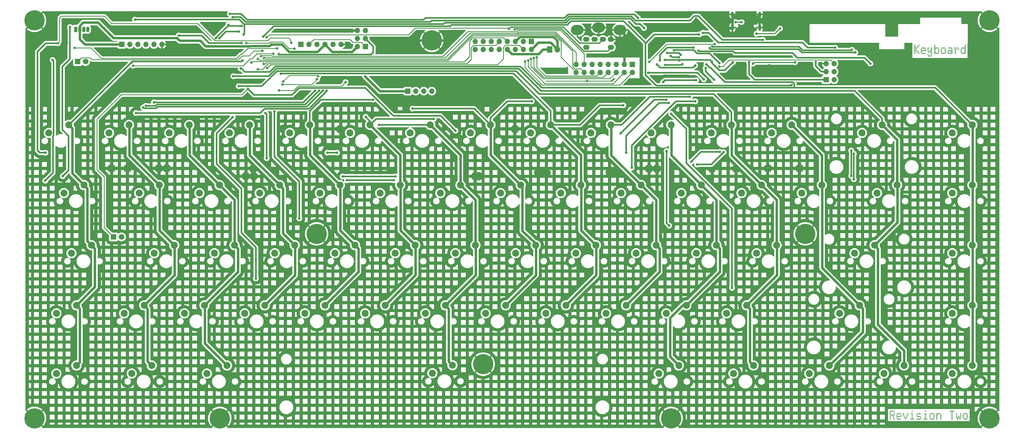
<source format=gbr>
%TF.GenerationSoftware,KiCad,Pcbnew,7.0.9*%
%TF.CreationDate,2024-04-12T19:47:18+01:00*%
%TF.ProjectId,rosco_m68k_keyboard-2,726f7363-6f5f-46d3-9638-6b5f6b657962,2.10*%
%TF.SameCoordinates,Original*%
%TF.FileFunction,Copper,L1,Top*%
%TF.FilePolarity,Positive*%
%FSLAX46Y46*%
G04 Gerber Fmt 4.6, Leading zero omitted, Abs format (unit mm)*
G04 Created by KiCad (PCBNEW 7.0.9) date 2024-04-12 19:47:18*
%MOMM*%
%LPD*%
G01*
G04 APERTURE LIST*
G04 Aperture macros list*
%AMRoundRect*
0 Rectangle with rounded corners*
0 $1 Rounding radius*
0 $2 $3 $4 $5 $6 $7 $8 $9 X,Y pos of 4 corners*
0 Add a 4 corners polygon primitive as box body*
4,1,4,$2,$3,$4,$5,$6,$7,$8,$9,$2,$3,0*
0 Add four circle primitives for the rounded corners*
1,1,$1+$1,$2,$3*
1,1,$1+$1,$4,$5*
1,1,$1+$1,$6,$7*
1,1,$1+$1,$8,$9*
0 Add four rect primitives between the rounded corners*
20,1,$1+$1,$2,$3,$4,$5,0*
20,1,$1+$1,$4,$5,$6,$7,0*
20,1,$1+$1,$6,$7,$8,$9,0*
20,1,$1+$1,$8,$9,$2,$3,0*%
G04 Aperture macros list end*
%ADD10C,0.300000*%
%TA.AperFunction,NonConductor*%
%ADD11C,0.300000*%
%TD*%
%TA.AperFunction,ComponentPad*%
%ADD12C,0.800000*%
%TD*%
%TA.AperFunction,ComponentPad*%
%ADD13C,6.400000*%
%TD*%
%TA.AperFunction,ComponentPad*%
%ADD14R,1.700000X1.700000*%
%TD*%
%TA.AperFunction,ComponentPad*%
%ADD15O,1.700000X1.700000*%
%TD*%
%TA.AperFunction,ComponentPad*%
%ADD16C,2.200000*%
%TD*%
%TA.AperFunction,ComponentPad*%
%ADD17RoundRect,0.250000X-0.600000X-0.750000X0.600000X-0.750000X0.600000X0.750000X-0.600000X0.750000X0*%
%TD*%
%TA.AperFunction,ComponentPad*%
%ADD18O,1.700000X2.000000*%
%TD*%
%TA.AperFunction,ComponentPad*%
%ADD19R,1.070000X1.800000*%
%TD*%
%TA.AperFunction,ComponentPad*%
%ADD20O,1.070000X1.800000*%
%TD*%
%TA.AperFunction,ComponentPad*%
%ADD21R,1.800000X1.800000*%
%TD*%
%TA.AperFunction,ComponentPad*%
%ADD22C,1.800000*%
%TD*%
%TA.AperFunction,ComponentPad*%
%ADD23O,0.900000X1.700000*%
%TD*%
%TA.AperFunction,ComponentPad*%
%ADD24O,0.900000X2.000000*%
%TD*%
%TA.AperFunction,ComponentPad*%
%ADD25O,2.000000X1.600200*%
%TD*%
%TA.AperFunction,ComponentPad*%
%ADD26O,4.000000X3.200000*%
%TD*%
%TA.AperFunction,ViaPad*%
%ADD27C,0.800000*%
%TD*%
%TA.AperFunction,Conductor*%
%ADD28C,0.750000*%
%TD*%
%TA.AperFunction,Conductor*%
%ADD29C,0.500000*%
%TD*%
%TA.AperFunction,Conductor*%
%ADD30C,0.400000*%
%TD*%
%TA.AperFunction,Conductor*%
%ADD31C,0.250000*%
%TD*%
%TA.AperFunction,Conductor*%
%ADD32C,0.300000*%
%TD*%
G04 APERTURE END LIST*
D10*
D11*
G36*
X345355247Y-97405526D02*
G01*
X345331516Y-97387700D01*
X345315551Y-97360601D01*
X345307880Y-97328727D01*
X345306154Y-97300013D01*
X345308504Y-97266915D01*
X345316941Y-97235957D01*
X345333769Y-97209888D01*
X345355247Y-97194501D01*
X345385243Y-97184242D01*
X345414893Y-97178472D01*
X345444284Y-97174923D01*
X345477933Y-97172519D01*
X345507918Y-97171420D01*
X345540628Y-97171053D01*
X345573337Y-97171420D01*
X345603322Y-97172519D01*
X345636971Y-97174923D01*
X345666362Y-97178472D01*
X345696012Y-97184242D01*
X345726008Y-97194501D01*
X345749739Y-97212326D01*
X345765704Y-97239426D01*
X345773375Y-97271300D01*
X345775101Y-97300013D01*
X345772752Y-97333112D01*
X345764314Y-97364070D01*
X345747486Y-97390139D01*
X345726008Y-97405526D01*
X345696012Y-97415785D01*
X345666362Y-97421555D01*
X345636971Y-97425104D01*
X345603322Y-97427508D01*
X345573337Y-97428607D01*
X345540628Y-97428974D01*
X345507918Y-97428607D01*
X345477933Y-97427508D01*
X345444284Y-97425104D01*
X345414893Y-97421555D01*
X345385243Y-97415785D01*
X345355247Y-97405526D01*
G37*
G36*
X344089092Y-97405526D02*
G01*
X344065361Y-97387700D01*
X344049396Y-97360601D01*
X344041725Y-97328727D01*
X344040000Y-97300013D01*
X344042349Y-97266915D01*
X344050786Y-97235957D01*
X344067614Y-97209888D01*
X344089092Y-97194501D01*
X344119088Y-97184242D01*
X344148738Y-97178472D01*
X344178130Y-97174923D01*
X344211779Y-97172519D01*
X344241763Y-97171420D01*
X344274473Y-97171053D01*
X344307182Y-97171420D01*
X344337167Y-97172519D01*
X344370816Y-97174923D01*
X344400207Y-97178472D01*
X344429857Y-97184242D01*
X344459853Y-97194501D01*
X344483584Y-97212326D01*
X344499549Y-97239426D01*
X344507220Y-97271300D01*
X344508946Y-97300013D01*
X344506597Y-97333112D01*
X344498159Y-97364070D01*
X344481331Y-97390139D01*
X344459853Y-97405526D01*
X344429857Y-97415785D01*
X344400207Y-97421555D01*
X344370816Y-97425104D01*
X344337167Y-97427508D01*
X344307182Y-97428607D01*
X344274473Y-97428974D01*
X344241763Y-97428607D01*
X344211779Y-97427508D01*
X344178130Y-97425104D01*
X344148738Y-97421555D01*
X344119088Y-97415785D01*
X344089092Y-97405526D01*
G37*
G36*
X344948583Y-96987138D02*
G01*
X344920373Y-96972896D01*
X344900223Y-96949952D01*
X344889203Y-96922739D01*
X344884355Y-96888864D01*
X344884103Y-96877962D01*
X344886370Y-96846887D01*
X344894745Y-96816818D01*
X344911872Y-96790612D01*
X344937060Y-96773107D01*
X344948583Y-96768785D01*
X344978138Y-96762062D01*
X345010560Y-96757522D01*
X345041598Y-96754585D01*
X345077170Y-96752267D01*
X345106824Y-96750934D01*
X345139028Y-96749948D01*
X345173782Y-96749311D01*
X345211087Y-96749021D01*
X345224089Y-96749002D01*
X345262237Y-96749175D01*
X345297822Y-96749697D01*
X345330845Y-96750567D01*
X345361304Y-96751784D01*
X345397929Y-96753948D01*
X345429997Y-96756730D01*
X345463675Y-96761077D01*
X345494690Y-96767568D01*
X345498862Y-96768785D01*
X345527393Y-96783028D01*
X345547772Y-96805971D01*
X345558916Y-96833185D01*
X345563820Y-96867060D01*
X345564075Y-96877962D01*
X345561782Y-96909037D01*
X345553312Y-96939105D01*
X345535990Y-96965312D01*
X345510516Y-96982817D01*
X345498862Y-96987138D01*
X345469556Y-96993862D01*
X345437302Y-96998402D01*
X345406373Y-97001339D01*
X345370887Y-97003657D01*
X345341282Y-97004990D01*
X345309115Y-97005975D01*
X345274384Y-97006613D01*
X345237090Y-97006903D01*
X345224089Y-97006922D01*
X345185934Y-97006748D01*
X345150329Y-97006227D01*
X345117275Y-97005357D01*
X345086771Y-97004140D01*
X345050066Y-97001976D01*
X345017894Y-96999194D01*
X344984056Y-96994847D01*
X344952800Y-96988356D01*
X344948583Y-96987138D01*
G37*
G36*
X344089092Y-96983475D02*
G01*
X344065361Y-96965649D01*
X344049396Y-96938549D01*
X344041725Y-96906676D01*
X344040000Y-96877962D01*
X344042349Y-96844863D01*
X344050786Y-96813905D01*
X344067614Y-96787836D01*
X344089092Y-96772449D01*
X344119088Y-96762191D01*
X344148738Y-96756420D01*
X344178130Y-96752871D01*
X344211779Y-96750467D01*
X344241763Y-96749368D01*
X344274473Y-96749002D01*
X344307182Y-96749368D01*
X344337167Y-96750467D01*
X344370816Y-96752871D01*
X344400207Y-96756420D01*
X344429857Y-96762191D01*
X344459853Y-96772449D01*
X344483584Y-96790275D01*
X344499549Y-96817374D01*
X344507220Y-96849248D01*
X344508946Y-96877962D01*
X344506597Y-96911061D01*
X344498159Y-96942018D01*
X344481331Y-96968087D01*
X344459853Y-96983475D01*
X344429857Y-96993733D01*
X344400207Y-96999503D01*
X344370816Y-97003052D01*
X344337167Y-97005457D01*
X344307182Y-97006556D01*
X344274473Y-97006922D01*
X344241763Y-97006556D01*
X344211779Y-97005457D01*
X344178130Y-97003052D01*
X344148738Y-96999503D01*
X344119088Y-96993733D01*
X344089092Y-96983475D01*
G37*
G36*
X344054654Y-96526252D02*
G01*
X344044135Y-96497659D01*
X344040228Y-96466626D01*
X344040000Y-96455910D01*
X344042060Y-96425410D01*
X344049674Y-96396078D01*
X344054654Y-96385568D01*
X344077575Y-96364872D01*
X344106311Y-96353008D01*
X344136720Y-96345268D01*
X344167474Y-96339738D01*
X344200753Y-96335331D01*
X344231287Y-96332445D01*
X344263676Y-96330385D01*
X344297920Y-96329148D01*
X344329998Y-96328515D01*
X344359319Y-96328086D01*
X344391891Y-96327725D01*
X344427715Y-96327433D01*
X344466790Y-96327210D01*
X344498230Y-96327087D01*
X344531499Y-96327004D01*
X344566597Y-96326959D01*
X344591011Y-96326950D01*
X344627322Y-96326969D01*
X344661791Y-96327027D01*
X344694418Y-96327124D01*
X344725204Y-96327259D01*
X344763386Y-96327500D01*
X344798293Y-96327809D01*
X344829927Y-96328186D01*
X344864864Y-96328755D01*
X344883370Y-96329148D01*
X344917863Y-96330385D01*
X344950449Y-96332445D01*
X344981129Y-96335331D01*
X345014513Y-96339738D01*
X345045303Y-96345268D01*
X345075711Y-96353008D01*
X345104448Y-96364872D01*
X345127369Y-96385568D01*
X345137887Y-96414162D01*
X345141794Y-96445194D01*
X345142023Y-96455910D01*
X345139962Y-96486410D01*
X345132349Y-96515742D01*
X345127369Y-96526252D01*
X345104448Y-96546949D01*
X345075711Y-96558813D01*
X345045303Y-96566552D01*
X345014513Y-96572082D01*
X344981129Y-96576490D01*
X344950449Y-96579375D01*
X344917863Y-96581436D01*
X344883370Y-96582672D01*
X344851503Y-96583305D01*
X344814519Y-96583831D01*
X344781249Y-96584175D01*
X344744704Y-96584450D01*
X344715147Y-96584611D01*
X344683747Y-96584733D01*
X344650506Y-96584817D01*
X344615423Y-96584862D01*
X344591011Y-96584870D01*
X344554694Y-96584851D01*
X344520206Y-96584793D01*
X344487546Y-96584697D01*
X344456716Y-96584561D01*
X344418454Y-96584321D01*
X344383443Y-96584012D01*
X344351684Y-96583634D01*
X344316557Y-96583065D01*
X344297920Y-96582672D01*
X344263676Y-96581436D01*
X344231287Y-96579375D01*
X344200753Y-96576490D01*
X344167474Y-96572082D01*
X344136720Y-96566552D01*
X344106311Y-96558813D01*
X344077575Y-96546949D01*
X344054654Y-96526252D01*
G37*
G36*
X344104480Y-96143035D02*
G01*
X344076270Y-96128793D01*
X344056120Y-96105849D01*
X344045100Y-96078636D01*
X344040251Y-96044761D01*
X344040000Y-96033859D01*
X344042266Y-96002783D01*
X344050641Y-95972715D01*
X344067769Y-95946509D01*
X344092956Y-95929003D01*
X344104480Y-95924682D01*
X344134035Y-95917959D01*
X344166457Y-95913418D01*
X344197495Y-95910482D01*
X344233066Y-95908163D01*
X344262720Y-95906830D01*
X344294925Y-95905845D01*
X344329679Y-95905207D01*
X344366984Y-95904918D01*
X344379986Y-95904898D01*
X344418134Y-95905072D01*
X344453719Y-95905594D01*
X344486741Y-95906463D01*
X344517200Y-95907680D01*
X344553825Y-95909844D01*
X344585894Y-95912626D01*
X344619571Y-95916973D01*
X344650586Y-95923465D01*
X344654759Y-95924682D01*
X344683289Y-95938924D01*
X344703668Y-95961868D01*
X344714813Y-95989081D01*
X344719717Y-96022956D01*
X344719972Y-96033859D01*
X344717679Y-96064934D01*
X344709209Y-96095002D01*
X344691887Y-96121209D01*
X344666413Y-96138714D01*
X344654759Y-96143035D01*
X344625452Y-96149758D01*
X344593199Y-96154299D01*
X344562270Y-96157235D01*
X344526784Y-96159554D01*
X344497179Y-96160887D01*
X344465011Y-96161872D01*
X344430280Y-96162510D01*
X344392986Y-96162799D01*
X344379986Y-96162819D01*
X344341831Y-96162645D01*
X344306226Y-96162123D01*
X344273172Y-96161254D01*
X344242668Y-96160037D01*
X344205963Y-96157873D01*
X344173791Y-96155091D01*
X344139953Y-96150744D01*
X344108697Y-96144252D01*
X344104480Y-96143035D01*
G37*
G36*
X344054654Y-95682149D02*
G01*
X344044135Y-95653555D01*
X344040228Y-95622523D01*
X344040000Y-95611807D01*
X344042060Y-95581307D01*
X344049674Y-95551975D01*
X344054654Y-95541465D01*
X344077575Y-95520768D01*
X344106311Y-95508904D01*
X344136720Y-95501165D01*
X344167474Y-95495635D01*
X344200753Y-95491227D01*
X344231287Y-95488342D01*
X344263676Y-95486281D01*
X344297920Y-95485045D01*
X344329998Y-95484412D01*
X344359319Y-95483982D01*
X344391891Y-95483622D01*
X344427715Y-95483330D01*
X344466790Y-95483106D01*
X344498230Y-95482984D01*
X344531499Y-95482900D01*
X344566597Y-95482855D01*
X344591011Y-95482847D01*
X344627322Y-95482866D01*
X344661791Y-95482924D01*
X344694418Y-95483021D01*
X344725204Y-95483156D01*
X344763386Y-95483396D01*
X344798293Y-95483705D01*
X344829927Y-95484083D01*
X344864864Y-95484652D01*
X344883370Y-95485045D01*
X344917863Y-95486281D01*
X344950449Y-95488342D01*
X344981129Y-95491227D01*
X345014513Y-95495635D01*
X345045303Y-95501165D01*
X345075711Y-95508904D01*
X345104448Y-95520768D01*
X345127369Y-95541465D01*
X345137887Y-95570059D01*
X345141794Y-95601091D01*
X345142023Y-95611807D01*
X345139962Y-95642307D01*
X345132349Y-95671639D01*
X345127369Y-95682149D01*
X345104448Y-95702846D01*
X345075711Y-95714709D01*
X345045303Y-95722449D01*
X345014513Y-95727979D01*
X344981129Y-95732387D01*
X344950449Y-95735272D01*
X344917863Y-95737332D01*
X344883370Y-95738569D01*
X344851503Y-95739202D01*
X344814519Y-95739728D01*
X344781249Y-95740072D01*
X344744704Y-95740346D01*
X344715147Y-95740507D01*
X344683747Y-95740630D01*
X344650506Y-95740713D01*
X344615423Y-95740759D01*
X344591011Y-95740767D01*
X344554694Y-95740748D01*
X344520206Y-95740690D01*
X344487546Y-95740593D01*
X344456716Y-95740458D01*
X344418454Y-95740218D01*
X344383443Y-95739908D01*
X344351684Y-95739531D01*
X344316557Y-95738962D01*
X344297920Y-95738569D01*
X344263676Y-95737332D01*
X344231287Y-95735272D01*
X344200753Y-95732387D01*
X344167474Y-95727979D01*
X344136720Y-95722449D01*
X344106311Y-95714709D01*
X344077575Y-95702846D01*
X344054654Y-95682149D01*
G37*
G36*
X344948583Y-95298932D02*
G01*
X344920373Y-95284689D01*
X344900223Y-95261746D01*
X344889203Y-95234533D01*
X344884355Y-95200657D01*
X344884103Y-95189755D01*
X344886370Y-95158680D01*
X344894745Y-95128612D01*
X344911872Y-95102405D01*
X344937060Y-95084900D01*
X344948583Y-95080579D01*
X344978138Y-95073855D01*
X345010560Y-95069315D01*
X345041598Y-95066379D01*
X345077170Y-95064060D01*
X345106824Y-95062727D01*
X345139028Y-95061742D01*
X345173782Y-95061104D01*
X345211087Y-95060814D01*
X345224089Y-95060795D01*
X345262237Y-95060969D01*
X345297822Y-95061491D01*
X345330845Y-95062360D01*
X345361304Y-95063577D01*
X345397929Y-95065741D01*
X345429997Y-95068523D01*
X345463675Y-95072870D01*
X345494690Y-95079362D01*
X345498862Y-95080579D01*
X345527393Y-95094821D01*
X345547772Y-95117765D01*
X345558916Y-95144978D01*
X345563820Y-95178853D01*
X345564075Y-95189755D01*
X345561782Y-95220830D01*
X345553312Y-95250899D01*
X345535990Y-95277105D01*
X345510516Y-95294611D01*
X345498862Y-95298932D01*
X345469556Y-95305655D01*
X345437302Y-95310195D01*
X345406373Y-95313132D01*
X345370887Y-95315450D01*
X345341282Y-95316783D01*
X345309115Y-95317769D01*
X345274384Y-95318406D01*
X345237090Y-95318696D01*
X345224089Y-95318715D01*
X345185934Y-95318542D01*
X345150329Y-95318020D01*
X345117275Y-95317151D01*
X345086771Y-95315933D01*
X345050066Y-95313770D01*
X345017894Y-95310987D01*
X344984056Y-95306640D01*
X344952800Y-95300149D01*
X344948583Y-95298932D01*
G37*
G36*
X344089092Y-95295268D02*
G01*
X344065361Y-95277442D01*
X344049396Y-95250343D01*
X344041725Y-95218469D01*
X344040000Y-95189755D01*
X344042349Y-95156657D01*
X344050786Y-95125699D01*
X344067614Y-95099630D01*
X344089092Y-95084242D01*
X344119088Y-95073984D01*
X344148738Y-95068214D01*
X344178130Y-95064665D01*
X344211779Y-95062260D01*
X344241763Y-95061161D01*
X344274473Y-95060795D01*
X344307182Y-95061161D01*
X344337167Y-95062260D01*
X344370816Y-95064665D01*
X344400207Y-95068214D01*
X344429857Y-95073984D01*
X344459853Y-95084242D01*
X344483584Y-95102068D01*
X344499549Y-95129168D01*
X344507220Y-95161041D01*
X344508946Y-95189755D01*
X344506597Y-95222854D01*
X344498159Y-95253812D01*
X344481331Y-95279881D01*
X344459853Y-95295268D01*
X344429857Y-95305526D01*
X344400207Y-95311297D01*
X344370816Y-95314846D01*
X344337167Y-95317250D01*
X344307182Y-95318349D01*
X344274473Y-95318715D01*
X344241763Y-95318349D01*
X344211779Y-95317250D01*
X344178130Y-95314846D01*
X344148738Y-95311297D01*
X344119088Y-95305526D01*
X344089092Y-95295268D01*
G37*
G36*
X345355247Y-94873217D02*
G01*
X345331516Y-94855391D01*
X345315551Y-94828291D01*
X345307880Y-94796417D01*
X345306154Y-94767704D01*
X345308504Y-94734605D01*
X345316941Y-94703647D01*
X345333769Y-94677578D01*
X345355247Y-94662191D01*
X345385243Y-94651933D01*
X345414893Y-94646162D01*
X345444284Y-94642613D01*
X345477933Y-94640209D01*
X345507918Y-94639110D01*
X345540628Y-94638743D01*
X345573337Y-94639110D01*
X345603322Y-94640209D01*
X345636971Y-94642613D01*
X345666362Y-94646162D01*
X345696012Y-94651933D01*
X345726008Y-94662191D01*
X345749739Y-94680017D01*
X345765704Y-94707116D01*
X345773375Y-94738990D01*
X345775101Y-94767704D01*
X345772752Y-94800802D01*
X345764314Y-94831760D01*
X345747486Y-94857829D01*
X345726008Y-94873217D01*
X345696012Y-94883475D01*
X345666362Y-94889245D01*
X345636971Y-94892794D01*
X345603322Y-94895198D01*
X345573337Y-94896297D01*
X345540628Y-94896664D01*
X345507918Y-94896297D01*
X345477933Y-94895198D01*
X345444284Y-94892794D01*
X345414893Y-94889245D01*
X345385243Y-94883475D01*
X345355247Y-94873217D01*
G37*
G36*
X344089092Y-94873217D02*
G01*
X344065361Y-94855391D01*
X344049396Y-94828291D01*
X344041725Y-94796417D01*
X344040000Y-94767704D01*
X344042349Y-94734605D01*
X344050786Y-94703647D01*
X344067614Y-94677578D01*
X344089092Y-94662191D01*
X344119088Y-94651933D01*
X344148738Y-94646162D01*
X344178130Y-94642613D01*
X344211779Y-94640209D01*
X344241763Y-94639110D01*
X344274473Y-94638743D01*
X344307182Y-94639110D01*
X344337167Y-94640209D01*
X344370816Y-94642613D01*
X344400207Y-94646162D01*
X344429857Y-94651933D01*
X344459853Y-94662191D01*
X344483584Y-94680017D01*
X344499549Y-94707116D01*
X344507220Y-94738990D01*
X344508946Y-94767704D01*
X344506597Y-94800802D01*
X344498159Y-94831760D01*
X344481331Y-94857829D01*
X344459853Y-94873217D01*
X344429857Y-94883475D01*
X344400207Y-94889245D01*
X344370816Y-94892794D01*
X344337167Y-94895198D01*
X344307182Y-94896297D01*
X344274473Y-94896664D01*
X344241763Y-94896297D01*
X344211779Y-94895198D01*
X344178130Y-94892794D01*
X344148738Y-94889245D01*
X344119088Y-94883475D01*
X344089092Y-94873217D01*
G37*
G36*
X346349560Y-97300013D02*
G01*
X346352393Y-97270132D01*
X346362862Y-97241000D01*
X346384271Y-97215263D01*
X346411269Y-97199355D01*
X346430160Y-97193035D01*
X346466245Y-97186702D01*
X346497479Y-97183418D01*
X346535900Y-97180520D01*
X346565507Y-97178803D01*
X346598308Y-97177257D01*
X346634304Y-97175883D01*
X346673493Y-97174681D01*
X346715877Y-97173651D01*
X346761455Y-97172792D01*
X346810227Y-97172105D01*
X346862194Y-97171590D01*
X346917354Y-97171246D01*
X346975709Y-97171075D01*
X347006085Y-97171053D01*
X347040048Y-97171094D01*
X347073063Y-97171216D01*
X347105130Y-97171420D01*
X347136247Y-97171706D01*
X347166416Y-97172073D01*
X347223906Y-97173052D01*
X347277601Y-97174357D01*
X347327501Y-97175988D01*
X347373606Y-97177946D01*
X347415915Y-97180230D01*
X347454429Y-97182841D01*
X347489148Y-97185777D01*
X347520072Y-97189040D01*
X347559340Y-97194546D01*
X347590070Y-97200787D01*
X347622309Y-97212819D01*
X347645254Y-97233370D01*
X347657847Y-97260619D01*
X347662452Y-97292117D01*
X347662609Y-97300013D01*
X347659776Y-97329895D01*
X347649307Y-97359027D01*
X347627898Y-97384764D01*
X347600900Y-97400672D01*
X347582009Y-97406992D01*
X347545924Y-97413324D01*
X347514690Y-97416609D01*
X347476269Y-97419507D01*
X347446662Y-97421224D01*
X347413861Y-97422770D01*
X347377866Y-97424144D01*
X347338676Y-97425346D01*
X347296292Y-97426376D01*
X347250714Y-97427235D01*
X347201942Y-97427922D01*
X347149976Y-97428437D01*
X347094815Y-97428780D01*
X347036460Y-97428952D01*
X347006085Y-97428974D01*
X346972121Y-97428933D01*
X346939106Y-97428811D01*
X346907040Y-97428607D01*
X346875922Y-97428321D01*
X346845754Y-97427954D01*
X346788263Y-97426975D01*
X346734568Y-97425670D01*
X346684668Y-97424038D01*
X346638563Y-97422081D01*
X346596254Y-97419797D01*
X346557740Y-97417186D01*
X346523021Y-97414250D01*
X346492098Y-97410987D01*
X346452829Y-97405481D01*
X346422099Y-97399240D01*
X346389860Y-97387208D01*
X346366916Y-97366657D01*
X346354322Y-97339408D01*
X346349717Y-97307910D01*
X346349560Y-97300013D01*
G37*
G36*
X346187627Y-96983475D02*
G01*
X346163895Y-96965649D01*
X346147931Y-96938549D01*
X346140260Y-96906676D01*
X346138534Y-96877962D01*
X346140883Y-96844863D01*
X346149321Y-96813905D01*
X346166149Y-96787836D01*
X346187627Y-96772449D01*
X346217623Y-96762191D01*
X346247273Y-96756420D01*
X346276664Y-96752871D01*
X346310313Y-96750467D01*
X346340298Y-96749368D01*
X346373007Y-96749002D01*
X346405717Y-96749368D01*
X346435701Y-96750467D01*
X346469350Y-96752871D01*
X346498742Y-96756420D01*
X346528391Y-96762191D01*
X346558387Y-96772449D01*
X346582119Y-96790275D01*
X346598084Y-96817374D01*
X346605754Y-96849248D01*
X346607480Y-96877962D01*
X346605131Y-96911061D01*
X346596693Y-96942018D01*
X346579866Y-96968087D01*
X346558387Y-96983475D01*
X346528391Y-96993733D01*
X346498742Y-96999503D01*
X346469350Y-97003052D01*
X346435701Y-97005457D01*
X346405717Y-97006556D01*
X346373007Y-97006922D01*
X346340298Y-97006556D01*
X346310313Y-97005457D01*
X346276664Y-97003052D01*
X346247273Y-96999503D01*
X346217623Y-96993733D01*
X346187627Y-96983475D01*
G37*
G36*
X346138534Y-96455910D02*
G01*
X346142391Y-96423202D01*
X346153961Y-96396244D01*
X346176630Y-96372476D01*
X346204730Y-96357840D01*
X346219134Y-96353328D01*
X346254351Y-96347146D01*
X346292605Y-96343050D01*
X346323745Y-96340577D01*
X346359397Y-96338310D01*
X346399560Y-96336249D01*
X346444234Y-96334395D01*
X346493418Y-96332746D01*
X346547113Y-96331303D01*
X346605319Y-96330067D01*
X346636114Y-96329526D01*
X346668036Y-96329037D01*
X346701086Y-96328599D01*
X346735264Y-96328212D01*
X346770570Y-96327877D01*
X346807003Y-96327594D01*
X346844564Y-96327362D01*
X346883252Y-96327182D01*
X346923069Y-96327053D01*
X346964013Y-96326976D01*
X347006085Y-96326950D01*
X347051424Y-96326989D01*
X347095483Y-96327107D01*
X347138263Y-96327304D01*
X347179764Y-96327580D01*
X347219986Y-96327934D01*
X347258928Y-96328367D01*
X347296590Y-96328878D01*
X347332973Y-96329469D01*
X347368077Y-96330138D01*
X347401901Y-96330886D01*
X347434446Y-96331712D01*
X347465712Y-96332617D01*
X347495698Y-96333601D01*
X347551831Y-96335805D01*
X347602848Y-96338324D01*
X347648746Y-96341157D01*
X347689527Y-96344306D01*
X347725190Y-96347769D01*
X347755736Y-96351547D01*
X347791959Y-96357805D01*
X347822344Y-96367250D01*
X347847138Y-96383447D01*
X347865170Y-96409464D01*
X347872834Y-96440099D01*
X347873635Y-96455910D01*
X347869778Y-96488618D01*
X347858208Y-96515576D01*
X347835539Y-96539344D01*
X347807439Y-96553980D01*
X347793035Y-96558492D01*
X347757818Y-96564675D01*
X347719565Y-96568770D01*
X347688424Y-96571243D01*
X347652772Y-96573510D01*
X347612609Y-96575571D01*
X347567936Y-96577426D01*
X347518751Y-96579074D01*
X347465056Y-96580517D01*
X347406850Y-96581753D01*
X347376055Y-96582294D01*
X347344133Y-96582784D01*
X347311083Y-96583222D01*
X347276905Y-96583608D01*
X347241600Y-96583943D01*
X347205166Y-96584226D01*
X347167605Y-96584458D01*
X347128917Y-96584639D01*
X347089100Y-96584767D01*
X347048156Y-96584845D01*
X347006085Y-96584870D01*
X346960746Y-96584831D01*
X346916686Y-96584713D01*
X346873906Y-96584516D01*
X346832405Y-96584241D01*
X346792184Y-96583887D01*
X346753242Y-96583454D01*
X346715579Y-96582942D01*
X346679196Y-96582352D01*
X346644092Y-96581683D01*
X346610268Y-96580935D01*
X346577723Y-96580108D01*
X346546458Y-96579203D01*
X346516472Y-96578219D01*
X346460338Y-96576015D01*
X346409322Y-96573497D01*
X346363423Y-96570663D01*
X346322642Y-96567515D01*
X346286979Y-96564051D01*
X346256433Y-96560273D01*
X346220210Y-96554016D01*
X346189825Y-96544570D01*
X346165031Y-96528374D01*
X346146999Y-96502356D01*
X346139335Y-96471721D01*
X346138534Y-96455910D01*
G37*
G36*
X347453782Y-96139371D02*
G01*
X347430050Y-96121546D01*
X347414086Y-96094446D01*
X347406415Y-96062572D01*
X347404689Y-96033859D01*
X347407038Y-96000760D01*
X347415476Y-95969802D01*
X347432304Y-95943733D01*
X347453782Y-95928346D01*
X347483778Y-95918087D01*
X347513428Y-95912317D01*
X347542819Y-95908768D01*
X347576468Y-95906364D01*
X347606453Y-95905265D01*
X347639162Y-95904898D01*
X347671872Y-95905265D01*
X347701856Y-95906364D01*
X347735505Y-95908768D01*
X347764897Y-95912317D01*
X347794546Y-95918087D01*
X347824542Y-95928346D01*
X347848274Y-95946172D01*
X347864239Y-95973271D01*
X347871909Y-96005145D01*
X347873635Y-96033859D01*
X347871286Y-96066957D01*
X347862848Y-96097915D01*
X347846021Y-96123984D01*
X347824542Y-96139371D01*
X347794546Y-96149630D01*
X347764897Y-96155400D01*
X347735505Y-96158949D01*
X347701856Y-96161353D01*
X347671872Y-96162452D01*
X347639162Y-96162819D01*
X347606453Y-96162452D01*
X347576468Y-96161353D01*
X347542819Y-96158949D01*
X347513428Y-96155400D01*
X347483778Y-96149630D01*
X347453782Y-96139371D01*
G37*
G36*
X346187627Y-96139371D02*
G01*
X346163895Y-96121546D01*
X346147931Y-96094446D01*
X346140260Y-96062572D01*
X346138534Y-96033859D01*
X346140883Y-96000760D01*
X346149321Y-95969802D01*
X346166149Y-95943733D01*
X346187627Y-95928346D01*
X346217623Y-95918087D01*
X346247273Y-95912317D01*
X346276664Y-95908768D01*
X346310313Y-95906364D01*
X346340298Y-95905265D01*
X346373007Y-95904898D01*
X346405717Y-95905265D01*
X346435701Y-95906364D01*
X346469350Y-95908768D01*
X346498742Y-95912317D01*
X346528391Y-95918087D01*
X346558387Y-95928346D01*
X346582119Y-95946172D01*
X346598084Y-95973271D01*
X346605754Y-96005145D01*
X346607480Y-96033859D01*
X346605131Y-96066957D01*
X346596693Y-96097915D01*
X346579866Y-96123984D01*
X346558387Y-96139371D01*
X346528391Y-96149630D01*
X346498742Y-96155400D01*
X346469350Y-96158949D01*
X346435701Y-96161353D01*
X346405717Y-96162452D01*
X346373007Y-96162819D01*
X346340298Y-96162452D01*
X346310313Y-96161353D01*
X346276664Y-96158949D01*
X346247273Y-96155400D01*
X346217623Y-96149630D01*
X346187627Y-96139371D01*
G37*
G36*
X346349560Y-95611807D02*
G01*
X346352393Y-95581925D01*
X346362862Y-95552794D01*
X346384271Y-95527057D01*
X346411269Y-95511148D01*
X346430160Y-95504829D01*
X346466245Y-95498496D01*
X346497479Y-95495211D01*
X346535900Y-95492313D01*
X346565507Y-95490596D01*
X346598308Y-95489051D01*
X346634304Y-95487677D01*
X346673493Y-95486475D01*
X346715877Y-95485444D01*
X346761455Y-95484585D01*
X346810227Y-95483899D01*
X346862194Y-95483383D01*
X346917354Y-95483040D01*
X346975709Y-95482868D01*
X347006085Y-95482847D01*
X347040048Y-95482887D01*
X347073063Y-95483010D01*
X347105130Y-95483214D01*
X347136247Y-95483499D01*
X347166416Y-95483866D01*
X347223906Y-95484845D01*
X347277601Y-95486150D01*
X347327501Y-95487782D01*
X347373606Y-95489740D01*
X347415915Y-95492024D01*
X347454429Y-95494634D01*
X347489148Y-95497571D01*
X347520072Y-95500834D01*
X347559340Y-95506340D01*
X347590070Y-95512580D01*
X347622309Y-95524612D01*
X347645254Y-95545164D01*
X347657847Y-95572412D01*
X347662452Y-95603910D01*
X347662609Y-95611807D01*
X347659776Y-95641688D01*
X347649307Y-95670820D01*
X347627898Y-95696557D01*
X347600900Y-95712465D01*
X347582009Y-95718785D01*
X347545924Y-95725118D01*
X347514690Y-95728402D01*
X347476269Y-95731300D01*
X347446662Y-95733018D01*
X347413861Y-95734563D01*
X347377866Y-95735937D01*
X347338676Y-95737139D01*
X347296292Y-95738170D01*
X347250714Y-95739028D01*
X347201942Y-95739715D01*
X347149976Y-95740230D01*
X347094815Y-95740574D01*
X347036460Y-95740746D01*
X347006085Y-95740767D01*
X346972121Y-95740726D01*
X346939106Y-95740604D01*
X346907040Y-95740400D01*
X346875922Y-95740115D01*
X346845754Y-95739747D01*
X346788263Y-95738769D01*
X346734568Y-95737463D01*
X346684668Y-95735832D01*
X346638563Y-95733874D01*
X346596254Y-95731590D01*
X346557740Y-95728980D01*
X346523021Y-95726043D01*
X346492098Y-95722780D01*
X346452829Y-95717274D01*
X346422099Y-95711034D01*
X346389860Y-95699002D01*
X346366916Y-95678450D01*
X346354322Y-95651202D01*
X346349717Y-95619704D01*
X346349560Y-95611807D01*
G37*
G36*
X348462749Y-98214459D02*
G01*
X348452230Y-98185865D01*
X348448323Y-98154833D01*
X348448094Y-98144117D01*
X348450155Y-98113617D01*
X348457769Y-98084285D01*
X348462749Y-98073775D01*
X348485670Y-98053078D01*
X348514406Y-98041214D01*
X348544815Y-98033475D01*
X348575569Y-98027945D01*
X348608848Y-98023537D01*
X348639382Y-98020652D01*
X348671771Y-98018591D01*
X348706015Y-98017355D01*
X348738093Y-98016721D01*
X348767414Y-98016292D01*
X348799986Y-98015931D01*
X348835809Y-98015640D01*
X348874884Y-98015416D01*
X348906325Y-98015294D01*
X348939594Y-98015210D01*
X348974692Y-98015165D01*
X348999106Y-98015157D01*
X349035417Y-98015176D01*
X349069886Y-98015234D01*
X349102513Y-98015330D01*
X349133299Y-98015466D01*
X349171481Y-98015706D01*
X349206388Y-98016015D01*
X349238022Y-98016393D01*
X349272959Y-98016962D01*
X349291465Y-98017355D01*
X349325958Y-98018591D01*
X349358544Y-98020652D01*
X349389224Y-98023537D01*
X349422608Y-98027945D01*
X349453398Y-98033475D01*
X349483806Y-98041214D01*
X349512543Y-98053078D01*
X349535464Y-98073775D01*
X349545982Y-98102368D01*
X349549889Y-98133401D01*
X349550118Y-98144117D01*
X349548057Y-98174617D01*
X349540444Y-98203949D01*
X349535464Y-98214459D01*
X349512543Y-98235155D01*
X349483806Y-98247019D01*
X349453398Y-98254759D01*
X349422608Y-98260289D01*
X349389224Y-98264696D01*
X349358544Y-98267581D01*
X349325958Y-98269642D01*
X349291465Y-98270879D01*
X349259598Y-98271512D01*
X349222614Y-98272038D01*
X349189344Y-98272381D01*
X349152799Y-98272656D01*
X349123242Y-98272817D01*
X349091842Y-98272940D01*
X349058601Y-98273023D01*
X349023518Y-98273068D01*
X348999106Y-98273077D01*
X348962789Y-98273058D01*
X348928301Y-98273000D01*
X348895641Y-98272903D01*
X348864811Y-98272768D01*
X348826549Y-98272527D01*
X348791538Y-98272218D01*
X348759779Y-98271840D01*
X348724652Y-98271272D01*
X348706015Y-98270879D01*
X348671771Y-98269642D01*
X348639382Y-98267581D01*
X348608848Y-98264696D01*
X348575569Y-98260289D01*
X348544815Y-98254759D01*
X348514406Y-98247019D01*
X348485670Y-98235155D01*
X348462749Y-98214459D01*
G37*
G36*
X349341290Y-97827578D02*
G01*
X349317559Y-97809752D01*
X349301594Y-97782653D01*
X349293924Y-97750779D01*
X349292198Y-97722065D01*
X349294547Y-97688966D01*
X349302985Y-97658009D01*
X349319812Y-97631939D01*
X349341290Y-97616552D01*
X349371287Y-97606294D01*
X349400936Y-97600524D01*
X349430328Y-97596975D01*
X349463977Y-97594570D01*
X349493961Y-97593471D01*
X349526671Y-97593105D01*
X349559380Y-97593471D01*
X349589365Y-97594570D01*
X349623014Y-97596975D01*
X349652405Y-97600524D01*
X349682055Y-97606294D01*
X349712051Y-97616552D01*
X349735783Y-97634378D01*
X349751747Y-97661478D01*
X349759418Y-97693351D01*
X349761144Y-97722065D01*
X349758795Y-97755164D01*
X349750357Y-97786122D01*
X349733529Y-97812191D01*
X349712051Y-97827578D01*
X349682055Y-97837836D01*
X349652405Y-97843606D01*
X349623014Y-97847156D01*
X349589365Y-97849560D01*
X349559380Y-97850659D01*
X349526671Y-97851025D01*
X349493961Y-97850659D01*
X349463977Y-97849560D01*
X349430328Y-97847156D01*
X349400936Y-97843606D01*
X349371287Y-97837836D01*
X349341290Y-97827578D01*
G37*
G36*
X348286161Y-97827578D02*
G01*
X348262430Y-97809752D01*
X348246465Y-97782653D01*
X348238795Y-97750779D01*
X348237069Y-97722065D01*
X348239418Y-97688966D01*
X348247856Y-97658009D01*
X348264683Y-97631939D01*
X348286161Y-97616552D01*
X348316157Y-97606294D01*
X348345807Y-97600524D01*
X348375199Y-97596975D01*
X348408848Y-97594570D01*
X348438832Y-97593471D01*
X348471542Y-97593105D01*
X348504251Y-97593471D01*
X348534236Y-97594570D01*
X348567885Y-97596975D01*
X348597276Y-97600524D01*
X348626926Y-97606294D01*
X348656922Y-97616552D01*
X348680653Y-97634378D01*
X348696618Y-97661478D01*
X348704289Y-97693351D01*
X348706015Y-97722065D01*
X348703666Y-97755164D01*
X348695228Y-97786122D01*
X348678400Y-97812191D01*
X348656922Y-97827578D01*
X348626926Y-97837836D01*
X348597276Y-97843606D01*
X348567885Y-97847156D01*
X348534236Y-97849560D01*
X348504251Y-97850659D01*
X348471542Y-97851025D01*
X348438832Y-97850659D01*
X348408848Y-97849560D01*
X348375199Y-97847156D01*
X348345807Y-97843606D01*
X348316157Y-97837836D01*
X348286161Y-97827578D01*
G37*
G36*
X349341290Y-97405526D02*
G01*
X349317559Y-97387700D01*
X349301594Y-97360601D01*
X349293924Y-97328727D01*
X349292198Y-97300013D01*
X349294547Y-97266915D01*
X349302985Y-97235957D01*
X349319812Y-97209888D01*
X349341290Y-97194501D01*
X349371287Y-97184242D01*
X349400936Y-97178472D01*
X349430328Y-97174923D01*
X349463977Y-97172519D01*
X349493961Y-97171420D01*
X349526671Y-97171053D01*
X349559380Y-97171420D01*
X349589365Y-97172519D01*
X349623014Y-97174923D01*
X349652405Y-97178472D01*
X349682055Y-97184242D01*
X349712051Y-97194501D01*
X349735783Y-97212326D01*
X349751747Y-97239426D01*
X349759418Y-97271300D01*
X349761144Y-97300013D01*
X349758795Y-97333112D01*
X349750357Y-97364070D01*
X349733529Y-97390139D01*
X349712051Y-97405526D01*
X349682055Y-97415785D01*
X349652405Y-97421555D01*
X349623014Y-97425104D01*
X349589365Y-97427508D01*
X349559380Y-97428607D01*
X349526671Y-97428974D01*
X349493961Y-97428607D01*
X349463977Y-97427508D01*
X349430328Y-97425104D01*
X349400936Y-97421555D01*
X349371287Y-97415785D01*
X349341290Y-97405526D01*
G37*
G36*
X348448094Y-96877962D02*
G01*
X348450928Y-96848080D01*
X348461397Y-96818949D01*
X348482806Y-96793211D01*
X348509804Y-96777303D01*
X348528695Y-96770983D01*
X348564780Y-96764651D01*
X348596014Y-96761366D01*
X348634435Y-96758468D01*
X348664042Y-96756751D01*
X348696843Y-96755205D01*
X348732838Y-96753832D01*
X348772028Y-96752629D01*
X348814411Y-96751599D01*
X348859989Y-96750740D01*
X348908762Y-96750053D01*
X348960728Y-96749538D01*
X349015889Y-96749195D01*
X349074244Y-96749023D01*
X349104619Y-96749002D01*
X349138583Y-96749042D01*
X349171598Y-96749165D01*
X349203664Y-96749369D01*
X349234782Y-96749654D01*
X349264950Y-96750021D01*
X349322441Y-96751000D01*
X349376136Y-96752305D01*
X349426036Y-96753937D01*
X349472141Y-96755895D01*
X349514450Y-96758179D01*
X349552964Y-96760789D01*
X349587683Y-96763726D01*
X349618606Y-96766989D01*
X349657875Y-96772495D01*
X349688605Y-96778735D01*
X349720844Y-96790767D01*
X349743788Y-96811319D01*
X349756382Y-96838567D01*
X349760987Y-96870065D01*
X349761144Y-96877962D01*
X349758310Y-96907843D01*
X349747842Y-96936975D01*
X349726432Y-96962712D01*
X349699434Y-96978620D01*
X349680544Y-96984940D01*
X349644458Y-96991273D01*
X349613224Y-96994557D01*
X349574803Y-96997455D01*
X349545197Y-96999173D01*
X349512395Y-97000718D01*
X349476400Y-97002092D01*
X349437211Y-97003294D01*
X349394827Y-97004325D01*
X349349249Y-97005183D01*
X349300477Y-97005870D01*
X349248510Y-97006385D01*
X349193349Y-97006729D01*
X349134994Y-97006901D01*
X349104619Y-97006922D01*
X349070655Y-97006881D01*
X349037640Y-97006759D01*
X349005574Y-97006555D01*
X348974457Y-97006269D01*
X348944288Y-97005902D01*
X348886798Y-97004923D01*
X348833102Y-97003618D01*
X348783203Y-97001987D01*
X348737098Y-97000029D01*
X348694789Y-96997745D01*
X348656274Y-96995135D01*
X348621556Y-96992198D01*
X348590632Y-96988935D01*
X348551363Y-96983429D01*
X348520634Y-96977189D01*
X348488394Y-96965157D01*
X348465450Y-96944605D01*
X348452856Y-96917357D01*
X348448252Y-96885859D01*
X348448094Y-96877962D01*
G37*
G36*
X349145652Y-96565087D02*
G01*
X349117442Y-96550844D01*
X349097292Y-96527901D01*
X349086272Y-96500687D01*
X349081424Y-96466812D01*
X349081172Y-96455910D01*
X349083439Y-96424835D01*
X349091814Y-96394767D01*
X349108941Y-96368560D01*
X349134129Y-96351055D01*
X349145652Y-96346734D01*
X349175207Y-96340010D01*
X349207629Y-96335470D01*
X349238667Y-96332533D01*
X349274239Y-96330215D01*
X349303893Y-96328882D01*
X349336097Y-96327897D01*
X349370852Y-96327259D01*
X349408156Y-96326969D01*
X349421158Y-96326950D01*
X349459306Y-96327124D01*
X349494892Y-96327645D01*
X349527914Y-96328515D01*
X349558373Y-96329732D01*
X349594998Y-96331896D01*
X349627066Y-96334678D01*
X349660744Y-96339025D01*
X349691759Y-96345516D01*
X349695931Y-96346734D01*
X349724462Y-96360976D01*
X349744841Y-96383920D01*
X349755986Y-96411133D01*
X349760889Y-96445008D01*
X349761144Y-96455910D01*
X349758851Y-96486985D01*
X349750381Y-96517054D01*
X349733059Y-96543260D01*
X349707585Y-96560765D01*
X349695931Y-96565087D01*
X349666625Y-96571810D01*
X349634371Y-96576350D01*
X349603442Y-96579287D01*
X349567956Y-96581605D01*
X349538352Y-96582938D01*
X349506184Y-96583924D01*
X349471453Y-96584561D01*
X349434159Y-96584851D01*
X349421158Y-96584870D01*
X349383003Y-96584697D01*
X349347398Y-96584175D01*
X349314344Y-96583305D01*
X349283840Y-96582088D01*
X349247135Y-96579924D01*
X349214964Y-96577142D01*
X349181125Y-96572795D01*
X349149869Y-96566304D01*
X349145652Y-96565087D01*
G37*
G36*
X348286161Y-96561423D02*
G01*
X348262430Y-96543597D01*
X348246465Y-96516498D01*
X348238795Y-96484624D01*
X348237069Y-96455910D01*
X348239418Y-96422811D01*
X348247856Y-96391854D01*
X348264683Y-96365785D01*
X348286161Y-96350397D01*
X348316157Y-96340139D01*
X348345807Y-96334369D01*
X348375199Y-96330820D01*
X348408848Y-96328415D01*
X348438832Y-96327316D01*
X348471542Y-96326950D01*
X348504251Y-96327316D01*
X348534236Y-96328415D01*
X348567885Y-96330820D01*
X348597276Y-96334369D01*
X348626926Y-96340139D01*
X348656922Y-96350397D01*
X348680653Y-96368223D01*
X348696618Y-96395323D01*
X348704289Y-96427196D01*
X348706015Y-96455910D01*
X348703666Y-96489009D01*
X348695228Y-96519967D01*
X348678400Y-96546036D01*
X348656922Y-96561423D01*
X348626926Y-96571681D01*
X348597276Y-96577452D01*
X348567885Y-96581001D01*
X348534236Y-96583405D01*
X348504251Y-96584504D01*
X348471542Y-96584870D01*
X348438832Y-96584504D01*
X348408848Y-96583405D01*
X348375199Y-96581001D01*
X348345807Y-96577452D01*
X348316157Y-96571681D01*
X348286161Y-96561423D01*
G37*
G36*
X349341290Y-96139371D02*
G01*
X349317559Y-96121546D01*
X349301594Y-96094446D01*
X349293924Y-96062572D01*
X349292198Y-96033859D01*
X349294547Y-96000760D01*
X349302985Y-95969802D01*
X349319812Y-95943733D01*
X349341290Y-95928346D01*
X349371287Y-95918087D01*
X349400936Y-95912317D01*
X349430328Y-95908768D01*
X349463977Y-95906364D01*
X349493961Y-95905265D01*
X349526671Y-95904898D01*
X349559380Y-95905265D01*
X349589365Y-95906364D01*
X349623014Y-95908768D01*
X349652405Y-95912317D01*
X349682055Y-95918087D01*
X349712051Y-95928346D01*
X349735783Y-95946172D01*
X349751747Y-95973271D01*
X349759418Y-96005145D01*
X349761144Y-96033859D01*
X349758795Y-96066957D01*
X349750357Y-96097915D01*
X349733529Y-96123984D01*
X349712051Y-96139371D01*
X349682055Y-96149630D01*
X349652405Y-96155400D01*
X349623014Y-96158949D01*
X349589365Y-96161353D01*
X349559380Y-96162452D01*
X349526671Y-96162819D01*
X349493961Y-96162452D01*
X349463977Y-96161353D01*
X349430328Y-96158949D01*
X349400936Y-96155400D01*
X349371287Y-96149630D01*
X349341290Y-96139371D01*
G37*
G36*
X348286161Y-96139371D02*
G01*
X348262430Y-96121546D01*
X348246465Y-96094446D01*
X348238795Y-96062572D01*
X348237069Y-96033859D01*
X348239418Y-96000760D01*
X348247856Y-95969802D01*
X348264683Y-95943733D01*
X348286161Y-95928346D01*
X348316157Y-95918087D01*
X348345807Y-95912317D01*
X348375199Y-95908768D01*
X348408848Y-95906364D01*
X348438832Y-95905265D01*
X348471542Y-95904898D01*
X348504251Y-95905265D01*
X348534236Y-95906364D01*
X348567885Y-95908768D01*
X348597276Y-95912317D01*
X348626926Y-95918087D01*
X348656922Y-95928346D01*
X348680653Y-95946172D01*
X348696618Y-95973271D01*
X348704289Y-96005145D01*
X348706015Y-96033859D01*
X348703666Y-96066957D01*
X348695228Y-96097915D01*
X348678400Y-96123984D01*
X348656922Y-96139371D01*
X348626926Y-96149630D01*
X348597276Y-96155400D01*
X348567885Y-96158949D01*
X348534236Y-96161353D01*
X348504251Y-96162452D01*
X348471542Y-96162819D01*
X348438832Y-96162452D01*
X348408848Y-96161353D01*
X348375199Y-96158949D01*
X348345807Y-96155400D01*
X348316157Y-96149630D01*
X348286161Y-96139371D01*
G37*
G36*
X349341290Y-95717320D02*
G01*
X349317559Y-95699494D01*
X349301594Y-95672394D01*
X349293924Y-95640521D01*
X349292198Y-95611807D01*
X349294547Y-95578708D01*
X349302985Y-95547750D01*
X349319812Y-95521681D01*
X349341290Y-95506294D01*
X349371287Y-95496036D01*
X349400936Y-95490266D01*
X349430328Y-95486716D01*
X349463977Y-95484312D01*
X349493961Y-95483213D01*
X349526671Y-95482847D01*
X349559380Y-95483213D01*
X349589365Y-95484312D01*
X349623014Y-95486716D01*
X349652405Y-95490266D01*
X349682055Y-95496036D01*
X349712051Y-95506294D01*
X349735783Y-95524120D01*
X349751747Y-95551219D01*
X349759418Y-95583093D01*
X349761144Y-95611807D01*
X349758795Y-95644906D01*
X349750357Y-95675863D01*
X349733529Y-95701933D01*
X349712051Y-95717320D01*
X349682055Y-95727578D01*
X349652405Y-95733348D01*
X349623014Y-95736897D01*
X349589365Y-95739302D01*
X349559380Y-95740401D01*
X349526671Y-95740767D01*
X349493961Y-95740401D01*
X349463977Y-95739302D01*
X349430328Y-95736897D01*
X349400936Y-95733348D01*
X349371287Y-95727578D01*
X349341290Y-95717320D01*
G37*
G36*
X348286161Y-95717320D02*
G01*
X348262430Y-95699494D01*
X348246465Y-95672394D01*
X348238795Y-95640521D01*
X348237069Y-95611807D01*
X348239418Y-95578708D01*
X348247856Y-95547750D01*
X348264683Y-95521681D01*
X348286161Y-95506294D01*
X348316157Y-95496036D01*
X348345807Y-95490266D01*
X348375199Y-95486716D01*
X348408848Y-95484312D01*
X348438832Y-95483213D01*
X348471542Y-95482847D01*
X348504251Y-95483213D01*
X348534236Y-95484312D01*
X348567885Y-95486716D01*
X348597276Y-95490266D01*
X348626926Y-95496036D01*
X348656922Y-95506294D01*
X348680653Y-95524120D01*
X348696618Y-95551219D01*
X348704289Y-95583093D01*
X348706015Y-95611807D01*
X348703666Y-95644906D01*
X348695228Y-95675863D01*
X348678400Y-95701933D01*
X348656922Y-95717320D01*
X348626926Y-95727578D01*
X348597276Y-95733348D01*
X348567885Y-95736897D01*
X348534236Y-95739302D01*
X348504251Y-95740401D01*
X348471542Y-95740767D01*
X348438832Y-95740401D01*
X348408848Y-95739302D01*
X348375199Y-95736897D01*
X348345807Y-95733348D01*
X348316157Y-95727578D01*
X348286161Y-95717320D01*
G37*
G36*
X350335603Y-97300013D02*
G01*
X350339460Y-97267305D01*
X350351030Y-97240348D01*
X350373699Y-97216580D01*
X350401799Y-97201944D01*
X350416203Y-97197431D01*
X350447848Y-97191249D01*
X350481619Y-97187153D01*
X350523995Y-97183521D01*
X350557025Y-97181357D01*
X350593878Y-97179399D01*
X350634556Y-97177648D01*
X350679058Y-97176102D01*
X350727384Y-97174763D01*
X350779534Y-97173629D01*
X350835507Y-97172702D01*
X350864928Y-97172315D01*
X350895305Y-97171981D01*
X350926637Y-97171697D01*
X350958926Y-97171465D01*
X350992171Y-97171285D01*
X351026372Y-97171156D01*
X351061528Y-97171079D01*
X351097641Y-97171053D01*
X351137292Y-97171093D01*
X351175828Y-97171214D01*
X351213249Y-97171414D01*
X351249556Y-97171694D01*
X351284748Y-97172055D01*
X351318825Y-97172496D01*
X351351787Y-97173017D01*
X351383634Y-97173618D01*
X351414366Y-97174299D01*
X351443984Y-97175060D01*
X351499874Y-97176823D01*
X351551306Y-97178907D01*
X351598278Y-97181311D01*
X351640790Y-97184036D01*
X351678843Y-97187082D01*
X351712437Y-97190448D01*
X351741572Y-97194134D01*
X351776912Y-97200265D01*
X351808425Y-97209562D01*
X351813517Y-97212086D01*
X351837860Y-97230433D01*
X351853187Y-97257080D01*
X351859273Y-97288160D01*
X351859678Y-97300013D01*
X351855822Y-97332721D01*
X351844251Y-97359679D01*
X351821582Y-97383447D01*
X351793482Y-97398083D01*
X351779078Y-97402595D01*
X351747434Y-97408778D01*
X351713662Y-97412874D01*
X351671287Y-97416506D01*
X351638257Y-97418670D01*
X351601403Y-97420627D01*
X351560725Y-97422379D01*
X351516223Y-97423925D01*
X351467898Y-97425264D01*
X351415748Y-97426398D01*
X351359774Y-97427325D01*
X351330354Y-97427711D01*
X351299977Y-97428046D01*
X351268644Y-97428330D01*
X351236355Y-97428562D01*
X351203111Y-97428742D01*
X351168910Y-97428871D01*
X351133753Y-97428948D01*
X351097641Y-97428974D01*
X351057990Y-97428934D01*
X351019454Y-97428813D01*
X350982032Y-97428613D01*
X350945726Y-97428333D01*
X350910534Y-97427972D01*
X350876457Y-97427531D01*
X350843495Y-97427010D01*
X350811648Y-97426409D01*
X350780915Y-97425728D01*
X350751298Y-97424967D01*
X350695407Y-97423203D01*
X350643976Y-97421120D01*
X350597004Y-97418715D01*
X350554491Y-97415991D01*
X350516438Y-97412945D01*
X350482844Y-97409579D01*
X350453710Y-97405893D01*
X350418369Y-97399762D01*
X350386856Y-97390465D01*
X350381765Y-97387941D01*
X350357422Y-97369594D01*
X350342095Y-97342947D01*
X350336009Y-97311867D01*
X350335603Y-97300013D01*
G37*
G36*
X351650851Y-96983475D02*
G01*
X351627119Y-96965649D01*
X351611155Y-96938549D01*
X351603484Y-96906676D01*
X351601758Y-96877962D01*
X351604107Y-96844863D01*
X351612545Y-96813905D01*
X351629373Y-96787836D01*
X351650851Y-96772449D01*
X351680847Y-96762191D01*
X351710497Y-96756420D01*
X351739888Y-96752871D01*
X351773537Y-96750467D01*
X351803522Y-96749368D01*
X351836231Y-96749002D01*
X351868941Y-96749368D01*
X351898925Y-96750467D01*
X351932574Y-96752871D01*
X351961966Y-96756420D01*
X351991615Y-96762191D01*
X352021612Y-96772449D01*
X352045343Y-96790275D01*
X352061308Y-96817374D01*
X352068978Y-96849248D01*
X352070704Y-96877962D01*
X352068355Y-96911061D01*
X352059917Y-96942018D01*
X352043090Y-96968087D01*
X352021612Y-96983475D01*
X351991615Y-96993733D01*
X351961966Y-96999503D01*
X351932574Y-97003052D01*
X351898925Y-97005457D01*
X351868941Y-97006556D01*
X351836231Y-97006922D01*
X351803522Y-97006556D01*
X351773537Y-97005457D01*
X351739888Y-97003052D01*
X351710497Y-96999503D01*
X351680847Y-96993733D01*
X351650851Y-96983475D01*
G37*
G36*
X350400083Y-96987138D02*
G01*
X350371873Y-96972896D01*
X350351723Y-96949952D01*
X350340704Y-96922739D01*
X350335855Y-96888864D01*
X350335603Y-96877962D01*
X350337870Y-96846887D01*
X350346245Y-96816818D01*
X350363372Y-96790612D01*
X350388560Y-96773107D01*
X350400083Y-96768785D01*
X350429639Y-96762062D01*
X350462060Y-96757522D01*
X350493098Y-96754585D01*
X350528670Y-96752267D01*
X350558324Y-96750934D01*
X350590528Y-96749948D01*
X350625283Y-96749311D01*
X350662588Y-96749021D01*
X350675589Y-96749002D01*
X350713738Y-96749175D01*
X350749323Y-96749697D01*
X350782345Y-96750567D01*
X350812804Y-96751784D01*
X350849429Y-96753948D01*
X350881497Y-96756730D01*
X350915175Y-96761077D01*
X350946190Y-96767568D01*
X350950362Y-96768785D01*
X350978893Y-96783028D01*
X350999272Y-96805971D01*
X351010417Y-96833185D01*
X351015320Y-96867060D01*
X351015575Y-96877962D01*
X351013283Y-96909037D01*
X351004813Y-96939105D01*
X350987490Y-96965312D01*
X350962017Y-96982817D01*
X350950362Y-96987138D01*
X350921056Y-96993862D01*
X350888802Y-96998402D01*
X350857873Y-97001339D01*
X350822387Y-97003657D01*
X350792783Y-97004990D01*
X350760615Y-97005975D01*
X350725884Y-97006613D01*
X350688590Y-97006903D01*
X350675589Y-97006922D01*
X350637434Y-97006748D01*
X350601830Y-97006227D01*
X350568775Y-97005357D01*
X350538271Y-97004140D01*
X350501566Y-97001976D01*
X350469395Y-96999194D01*
X350435556Y-96994847D01*
X350404301Y-96988356D01*
X350400083Y-96987138D01*
G37*
G36*
X351650851Y-96561423D02*
G01*
X351627119Y-96543597D01*
X351611155Y-96516498D01*
X351603484Y-96484624D01*
X351601758Y-96455910D01*
X351604107Y-96422811D01*
X351612545Y-96391854D01*
X351629373Y-96365785D01*
X351650851Y-96350397D01*
X351680847Y-96340139D01*
X351710497Y-96334369D01*
X351739888Y-96330820D01*
X351773537Y-96328415D01*
X351803522Y-96327316D01*
X351836231Y-96326950D01*
X351868941Y-96327316D01*
X351898925Y-96328415D01*
X351932574Y-96330820D01*
X351961966Y-96334369D01*
X351991615Y-96340139D01*
X352021612Y-96350397D01*
X352045343Y-96368223D01*
X352061308Y-96395323D01*
X352068978Y-96427196D01*
X352070704Y-96455910D01*
X352068355Y-96489009D01*
X352059917Y-96519967D01*
X352043090Y-96546036D01*
X352021612Y-96561423D01*
X351991615Y-96571681D01*
X351961966Y-96577452D01*
X351932574Y-96581001D01*
X351898925Y-96583405D01*
X351868941Y-96584504D01*
X351836231Y-96584870D01*
X351803522Y-96584504D01*
X351773537Y-96583405D01*
X351739888Y-96581001D01*
X351710497Y-96577452D01*
X351680847Y-96571681D01*
X351650851Y-96561423D01*
G37*
G36*
X350384696Y-96561423D02*
G01*
X350360965Y-96543597D01*
X350345000Y-96516498D01*
X350337329Y-96484624D01*
X350335603Y-96455910D01*
X350337952Y-96422811D01*
X350346390Y-96391854D01*
X350363218Y-96365785D01*
X350384696Y-96350397D01*
X350414692Y-96340139D01*
X350444342Y-96334369D01*
X350473733Y-96330820D01*
X350507382Y-96328415D01*
X350537367Y-96327316D01*
X350570076Y-96326950D01*
X350602786Y-96327316D01*
X350632770Y-96328415D01*
X350666419Y-96330820D01*
X350695811Y-96334369D01*
X350725461Y-96340139D01*
X350755457Y-96350397D01*
X350779188Y-96368223D01*
X350795153Y-96395323D01*
X350802823Y-96427196D01*
X350804549Y-96455910D01*
X350802200Y-96489009D01*
X350793762Y-96519967D01*
X350776935Y-96546036D01*
X350755457Y-96561423D01*
X350725461Y-96571681D01*
X350695811Y-96577452D01*
X350666419Y-96581001D01*
X350632770Y-96583405D01*
X350602786Y-96584504D01*
X350570076Y-96584870D01*
X350537367Y-96584504D01*
X350507382Y-96583405D01*
X350473733Y-96581001D01*
X350444342Y-96577452D01*
X350414692Y-96571681D01*
X350384696Y-96561423D01*
G37*
G36*
X351650851Y-96139371D02*
G01*
X351627119Y-96121546D01*
X351611155Y-96094446D01*
X351603484Y-96062572D01*
X351601758Y-96033859D01*
X351604107Y-96000760D01*
X351612545Y-95969802D01*
X351629373Y-95943733D01*
X351650851Y-95928346D01*
X351680847Y-95918087D01*
X351710497Y-95912317D01*
X351739888Y-95908768D01*
X351773537Y-95906364D01*
X351803522Y-95905265D01*
X351836231Y-95904898D01*
X351868941Y-95905265D01*
X351898925Y-95906364D01*
X351932574Y-95908768D01*
X351961966Y-95912317D01*
X351991615Y-95918087D01*
X352021612Y-95928346D01*
X352045343Y-95946172D01*
X352061308Y-95973271D01*
X352068978Y-96005145D01*
X352070704Y-96033859D01*
X352068355Y-96066957D01*
X352059917Y-96097915D01*
X352043090Y-96123984D01*
X352021612Y-96139371D01*
X351991615Y-96149630D01*
X351961966Y-96155400D01*
X351932574Y-96158949D01*
X351898925Y-96161353D01*
X351868941Y-96162452D01*
X351836231Y-96162819D01*
X351803522Y-96162452D01*
X351773537Y-96161353D01*
X351739888Y-96158949D01*
X351710497Y-96155400D01*
X351680847Y-96149630D01*
X351650851Y-96139371D01*
G37*
G36*
X350400083Y-96143035D02*
G01*
X350371873Y-96128793D01*
X350351723Y-96105849D01*
X350340704Y-96078636D01*
X350335855Y-96044761D01*
X350335603Y-96033859D01*
X350337870Y-96002783D01*
X350346245Y-95972715D01*
X350363372Y-95946509D01*
X350388560Y-95929003D01*
X350400083Y-95924682D01*
X350429639Y-95917959D01*
X350462060Y-95913418D01*
X350493098Y-95910482D01*
X350528670Y-95908163D01*
X350558324Y-95906830D01*
X350590528Y-95905845D01*
X350625283Y-95905207D01*
X350662588Y-95904918D01*
X350675589Y-95904898D01*
X350713738Y-95905072D01*
X350749323Y-95905594D01*
X350782345Y-95906463D01*
X350812804Y-95907680D01*
X350849429Y-95909844D01*
X350881497Y-95912626D01*
X350915175Y-95916973D01*
X350946190Y-95923465D01*
X350950362Y-95924682D01*
X350978893Y-95938924D01*
X350999272Y-95961868D01*
X351010417Y-95989081D01*
X351015320Y-96022956D01*
X351015575Y-96033859D01*
X351013283Y-96064934D01*
X351004813Y-96095002D01*
X350987490Y-96121209D01*
X350962017Y-96138714D01*
X350950362Y-96143035D01*
X350921056Y-96149758D01*
X350888802Y-96154299D01*
X350857873Y-96157235D01*
X350822387Y-96159554D01*
X350792783Y-96160887D01*
X350760615Y-96161872D01*
X350725884Y-96162510D01*
X350688590Y-96162799D01*
X350675589Y-96162819D01*
X350637434Y-96162645D01*
X350601830Y-96162123D01*
X350568775Y-96161254D01*
X350538271Y-96160037D01*
X350501566Y-96157873D01*
X350469395Y-96155091D01*
X350435556Y-96150744D01*
X350404301Y-96144252D01*
X350400083Y-96143035D01*
G37*
G36*
X350335603Y-95611807D02*
G01*
X350339460Y-95579099D01*
X350351030Y-95552141D01*
X350373699Y-95528373D01*
X350401799Y-95513737D01*
X350416203Y-95509225D01*
X350447848Y-95503043D01*
X350481619Y-95498947D01*
X350523995Y-95495315D01*
X350557025Y-95493151D01*
X350593878Y-95491193D01*
X350634556Y-95489441D01*
X350679058Y-95487896D01*
X350727384Y-95486556D01*
X350779534Y-95485423D01*
X350835507Y-95484495D01*
X350864928Y-95484109D01*
X350895305Y-95483774D01*
X350926637Y-95483491D01*
X350958926Y-95483259D01*
X350992171Y-95483079D01*
X351026372Y-95482950D01*
X351061528Y-95482872D01*
X351097641Y-95482847D01*
X351137292Y-95482887D01*
X351175828Y-95483007D01*
X351213249Y-95483207D01*
X351249556Y-95483488D01*
X351284748Y-95483848D01*
X351318825Y-95484289D01*
X351351787Y-95484810D01*
X351383634Y-95485411D01*
X351414366Y-95486092D01*
X351443984Y-95486854D01*
X351499874Y-95488617D01*
X351551306Y-95490701D01*
X351598278Y-95493105D01*
X351640790Y-95495830D01*
X351678843Y-95498875D01*
X351712437Y-95502241D01*
X351741572Y-95505928D01*
X351776912Y-95512058D01*
X351808425Y-95521355D01*
X351813517Y-95523879D01*
X351837860Y-95542226D01*
X351853187Y-95568874D01*
X351859273Y-95599953D01*
X351859678Y-95611807D01*
X351855822Y-95644515D01*
X351844251Y-95671473D01*
X351821582Y-95695241D01*
X351793482Y-95709877D01*
X351779078Y-95714389D01*
X351747434Y-95720571D01*
X351713662Y-95724667D01*
X351671287Y-95728299D01*
X351638257Y-95730463D01*
X351601403Y-95732421D01*
X351560725Y-95734173D01*
X351516223Y-95735718D01*
X351467898Y-95737058D01*
X351415748Y-95738191D01*
X351359774Y-95739118D01*
X351330354Y-95739505D01*
X351299977Y-95739840D01*
X351268644Y-95740123D01*
X351236355Y-95740355D01*
X351203111Y-95740535D01*
X351168910Y-95740664D01*
X351133753Y-95740741D01*
X351097641Y-95740767D01*
X351057990Y-95740727D01*
X351019454Y-95740607D01*
X350982032Y-95740406D01*
X350945726Y-95740126D01*
X350910534Y-95739765D01*
X350876457Y-95739325D01*
X350843495Y-95738804D01*
X350811648Y-95738203D01*
X350780915Y-95737521D01*
X350751298Y-95736760D01*
X350695407Y-95734997D01*
X350643976Y-95732913D01*
X350597004Y-95730509D01*
X350554491Y-95727784D01*
X350516438Y-95724739D01*
X350482844Y-95721373D01*
X350453710Y-95717686D01*
X350418369Y-95711555D01*
X350386856Y-95702259D01*
X350381765Y-95699734D01*
X350357422Y-95681387D01*
X350342095Y-95654740D01*
X350336009Y-95623661D01*
X350335603Y-95611807D01*
G37*
G36*
X350384696Y-95295268D02*
G01*
X350360965Y-95277442D01*
X350345000Y-95250343D01*
X350337329Y-95218469D01*
X350335603Y-95189755D01*
X350337952Y-95156657D01*
X350346390Y-95125699D01*
X350363218Y-95099630D01*
X350384696Y-95084242D01*
X350414692Y-95073984D01*
X350444342Y-95068214D01*
X350473733Y-95064665D01*
X350507382Y-95062260D01*
X350537367Y-95061161D01*
X350570076Y-95060795D01*
X350602786Y-95061161D01*
X350632770Y-95062260D01*
X350666419Y-95064665D01*
X350695811Y-95068214D01*
X350725461Y-95073984D01*
X350755457Y-95084242D01*
X350779188Y-95102068D01*
X350795153Y-95129168D01*
X350802823Y-95161041D01*
X350804549Y-95189755D01*
X350802200Y-95222854D01*
X350793762Y-95253812D01*
X350776935Y-95279881D01*
X350755457Y-95295268D01*
X350725461Y-95305526D01*
X350695811Y-95311297D01*
X350666419Y-95314846D01*
X350632770Y-95317250D01*
X350602786Y-95318349D01*
X350570076Y-95318715D01*
X350537367Y-95318349D01*
X350507382Y-95317250D01*
X350473733Y-95314846D01*
X350444342Y-95311297D01*
X350414692Y-95305526D01*
X350384696Y-95295268D01*
G37*
G36*
X350384696Y-94873217D02*
G01*
X350360965Y-94855391D01*
X350345000Y-94828291D01*
X350337329Y-94796417D01*
X350335603Y-94767704D01*
X350337952Y-94734605D01*
X350346390Y-94703647D01*
X350363218Y-94677578D01*
X350384696Y-94662191D01*
X350414692Y-94651933D01*
X350444342Y-94646162D01*
X350473733Y-94642613D01*
X350507382Y-94640209D01*
X350537367Y-94639110D01*
X350570076Y-94638743D01*
X350602786Y-94639110D01*
X350632770Y-94640209D01*
X350666419Y-94642613D01*
X350695811Y-94646162D01*
X350725461Y-94651933D01*
X350755457Y-94662191D01*
X350779188Y-94680017D01*
X350795153Y-94707116D01*
X350802823Y-94738990D01*
X350804549Y-94767704D01*
X350802200Y-94800802D01*
X350793762Y-94831760D01*
X350776935Y-94857829D01*
X350755457Y-94873217D01*
X350725461Y-94883475D01*
X350695811Y-94889245D01*
X350666419Y-94892794D01*
X350632770Y-94895198D01*
X350602786Y-94896297D01*
X350570076Y-94896664D01*
X350537367Y-94896297D01*
X350507382Y-94895198D01*
X350473733Y-94892794D01*
X350444342Y-94889245D01*
X350414692Y-94883475D01*
X350384696Y-94873217D01*
G37*
G36*
X352645163Y-97300013D02*
G01*
X352647997Y-97270132D01*
X352658466Y-97241000D01*
X352679875Y-97215263D01*
X352706873Y-97199355D01*
X352725764Y-97193035D01*
X352761849Y-97186702D01*
X352793083Y-97183418D01*
X352831504Y-97180520D01*
X352861111Y-97178803D01*
X352893912Y-97177257D01*
X352929907Y-97175883D01*
X352969097Y-97174681D01*
X353011481Y-97173651D01*
X353057059Y-97172792D01*
X353105831Y-97172105D01*
X353157797Y-97171590D01*
X353212958Y-97171246D01*
X353271313Y-97171075D01*
X353301688Y-97171053D01*
X353335652Y-97171094D01*
X353368667Y-97171216D01*
X353400733Y-97171420D01*
X353431851Y-97171706D01*
X353462019Y-97172073D01*
X353519510Y-97173052D01*
X353573205Y-97174357D01*
X353623105Y-97175988D01*
X353669210Y-97177946D01*
X353711519Y-97180230D01*
X353750033Y-97182841D01*
X353784752Y-97185777D01*
X353815675Y-97189040D01*
X353854944Y-97194546D01*
X353885674Y-97200787D01*
X353917913Y-97212819D01*
X353940857Y-97233370D01*
X353953451Y-97260619D01*
X353958056Y-97292117D01*
X353958213Y-97300013D01*
X353955379Y-97329895D01*
X353944911Y-97359027D01*
X353923501Y-97384764D01*
X353896504Y-97400672D01*
X353877613Y-97406992D01*
X353841527Y-97413324D01*
X353810293Y-97416609D01*
X353771872Y-97419507D01*
X353742266Y-97421224D01*
X353709465Y-97422770D01*
X353673469Y-97424144D01*
X353634280Y-97425346D01*
X353591896Y-97426376D01*
X353546318Y-97427235D01*
X353497546Y-97427922D01*
X353445579Y-97428437D01*
X353390419Y-97428780D01*
X353332064Y-97428952D01*
X353301688Y-97428974D01*
X353267724Y-97428933D01*
X353234709Y-97428811D01*
X353202643Y-97428607D01*
X353171526Y-97428321D01*
X353141357Y-97427954D01*
X353083867Y-97426975D01*
X353030172Y-97425670D01*
X352980272Y-97424038D01*
X352934167Y-97422081D01*
X352891858Y-97419797D01*
X352853344Y-97417186D01*
X352818625Y-97414250D01*
X352787701Y-97410987D01*
X352748432Y-97405481D01*
X352717703Y-97399240D01*
X352685464Y-97387208D01*
X352662519Y-97366657D01*
X352649926Y-97339408D01*
X352645321Y-97307910D01*
X352645163Y-97300013D01*
G37*
G36*
X353749385Y-96983475D02*
G01*
X353725654Y-96965649D01*
X353709689Y-96938549D01*
X353702019Y-96906676D01*
X353700293Y-96877962D01*
X353702642Y-96844863D01*
X353711080Y-96813905D01*
X353727907Y-96787836D01*
X353749385Y-96772449D01*
X353779381Y-96762191D01*
X353809031Y-96756420D01*
X353838423Y-96752871D01*
X353872072Y-96750467D01*
X353902056Y-96749368D01*
X353934766Y-96749002D01*
X353967475Y-96749368D01*
X353997460Y-96750467D01*
X354031109Y-96752871D01*
X354060500Y-96756420D01*
X354090150Y-96762191D01*
X354120146Y-96772449D01*
X354143877Y-96790275D01*
X354159842Y-96817374D01*
X354167513Y-96849248D01*
X354169239Y-96877962D01*
X354166890Y-96911061D01*
X354158452Y-96942018D01*
X354141624Y-96968087D01*
X354120146Y-96983475D01*
X354090150Y-96993733D01*
X354060500Y-96999503D01*
X354031109Y-97003052D01*
X353997460Y-97005457D01*
X353967475Y-97006556D01*
X353934766Y-97006922D01*
X353902056Y-97006556D01*
X353872072Y-97005457D01*
X353838423Y-97003052D01*
X353809031Y-96999503D01*
X353779381Y-96993733D01*
X353749385Y-96983475D01*
G37*
G36*
X352483230Y-96983475D02*
G01*
X352459499Y-96965649D01*
X352443534Y-96938549D01*
X352435864Y-96906676D01*
X352434138Y-96877962D01*
X352436487Y-96844863D01*
X352444925Y-96813905D01*
X352461752Y-96787836D01*
X352483230Y-96772449D01*
X352513227Y-96762191D01*
X352542876Y-96756420D01*
X352572268Y-96752871D01*
X352605917Y-96750467D01*
X352635901Y-96749368D01*
X352668611Y-96749002D01*
X352701320Y-96749368D01*
X352731305Y-96750467D01*
X352764954Y-96752871D01*
X352794345Y-96756420D01*
X352823995Y-96762191D01*
X352853991Y-96772449D01*
X352877723Y-96790275D01*
X352893687Y-96817374D01*
X352901358Y-96849248D01*
X352903084Y-96877962D01*
X352900735Y-96911061D01*
X352892297Y-96942018D01*
X352875469Y-96968087D01*
X352853991Y-96983475D01*
X352823995Y-96993733D01*
X352794345Y-96999503D01*
X352764954Y-97003052D01*
X352731305Y-97005457D01*
X352701320Y-97006556D01*
X352668611Y-97006922D01*
X352635901Y-97006556D01*
X352605917Y-97005457D01*
X352572268Y-97003052D01*
X352542876Y-96999503D01*
X352513227Y-96993733D01*
X352483230Y-96983475D01*
G37*
G36*
X353749385Y-96561423D02*
G01*
X353725654Y-96543597D01*
X353709689Y-96516498D01*
X353702019Y-96484624D01*
X353700293Y-96455910D01*
X353702642Y-96422811D01*
X353711080Y-96391854D01*
X353727907Y-96365785D01*
X353749385Y-96350397D01*
X353779381Y-96340139D01*
X353809031Y-96334369D01*
X353838423Y-96330820D01*
X353872072Y-96328415D01*
X353902056Y-96327316D01*
X353934766Y-96326950D01*
X353967475Y-96327316D01*
X353997460Y-96328415D01*
X354031109Y-96330820D01*
X354060500Y-96334369D01*
X354090150Y-96340139D01*
X354120146Y-96350397D01*
X354143877Y-96368223D01*
X354159842Y-96395323D01*
X354167513Y-96427196D01*
X354169239Y-96455910D01*
X354166890Y-96489009D01*
X354158452Y-96519967D01*
X354141624Y-96546036D01*
X354120146Y-96561423D01*
X354090150Y-96571681D01*
X354060500Y-96577452D01*
X354031109Y-96581001D01*
X353997460Y-96583405D01*
X353967475Y-96584504D01*
X353934766Y-96584870D01*
X353902056Y-96584504D01*
X353872072Y-96583405D01*
X353838423Y-96581001D01*
X353809031Y-96577452D01*
X353779381Y-96571681D01*
X353749385Y-96561423D01*
G37*
G36*
X352483230Y-96561423D02*
G01*
X352459499Y-96543597D01*
X352443534Y-96516498D01*
X352435864Y-96484624D01*
X352434138Y-96455910D01*
X352436487Y-96422811D01*
X352444925Y-96391854D01*
X352461752Y-96365785D01*
X352483230Y-96350397D01*
X352513227Y-96340139D01*
X352542876Y-96334369D01*
X352572268Y-96330820D01*
X352605917Y-96328415D01*
X352635901Y-96327316D01*
X352668611Y-96326950D01*
X352701320Y-96327316D01*
X352731305Y-96328415D01*
X352764954Y-96330820D01*
X352794345Y-96334369D01*
X352823995Y-96340139D01*
X352853991Y-96350397D01*
X352877723Y-96368223D01*
X352893687Y-96395323D01*
X352901358Y-96427196D01*
X352903084Y-96455910D01*
X352900735Y-96489009D01*
X352892297Y-96519967D01*
X352875469Y-96546036D01*
X352853991Y-96561423D01*
X352823995Y-96571681D01*
X352794345Y-96577452D01*
X352764954Y-96581001D01*
X352731305Y-96583405D01*
X352701320Y-96584504D01*
X352668611Y-96584870D01*
X352635901Y-96584504D01*
X352605917Y-96583405D01*
X352572268Y-96581001D01*
X352542876Y-96577452D01*
X352513227Y-96571681D01*
X352483230Y-96561423D01*
G37*
G36*
X353749385Y-96139371D02*
G01*
X353725654Y-96121546D01*
X353709689Y-96094446D01*
X353702019Y-96062572D01*
X353700293Y-96033859D01*
X353702642Y-96000760D01*
X353711080Y-95969802D01*
X353727907Y-95943733D01*
X353749385Y-95928346D01*
X353779381Y-95918087D01*
X353809031Y-95912317D01*
X353838423Y-95908768D01*
X353872072Y-95906364D01*
X353902056Y-95905265D01*
X353934766Y-95904898D01*
X353967475Y-95905265D01*
X353997460Y-95906364D01*
X354031109Y-95908768D01*
X354060500Y-95912317D01*
X354090150Y-95918087D01*
X354120146Y-95928346D01*
X354143877Y-95946172D01*
X354159842Y-95973271D01*
X354167513Y-96005145D01*
X354169239Y-96033859D01*
X354166890Y-96066957D01*
X354158452Y-96097915D01*
X354141624Y-96123984D01*
X354120146Y-96139371D01*
X354090150Y-96149630D01*
X354060500Y-96155400D01*
X354031109Y-96158949D01*
X353997460Y-96161353D01*
X353967475Y-96162452D01*
X353934766Y-96162819D01*
X353902056Y-96162452D01*
X353872072Y-96161353D01*
X353838423Y-96158949D01*
X353809031Y-96155400D01*
X353779381Y-96149630D01*
X353749385Y-96139371D01*
G37*
G36*
X352483230Y-96139371D02*
G01*
X352459499Y-96121546D01*
X352443534Y-96094446D01*
X352435864Y-96062572D01*
X352434138Y-96033859D01*
X352436487Y-96000760D01*
X352444925Y-95969802D01*
X352461752Y-95943733D01*
X352483230Y-95928346D01*
X352513227Y-95918087D01*
X352542876Y-95912317D01*
X352572268Y-95908768D01*
X352605917Y-95906364D01*
X352635901Y-95905265D01*
X352668611Y-95904898D01*
X352701320Y-95905265D01*
X352731305Y-95906364D01*
X352764954Y-95908768D01*
X352794345Y-95912317D01*
X352823995Y-95918087D01*
X352853991Y-95928346D01*
X352877723Y-95946172D01*
X352893687Y-95973271D01*
X352901358Y-96005145D01*
X352903084Y-96033859D01*
X352900735Y-96066957D01*
X352892297Y-96097915D01*
X352875469Y-96123984D01*
X352853991Y-96139371D01*
X352823995Y-96149630D01*
X352794345Y-96155400D01*
X352764954Y-96158949D01*
X352731305Y-96161353D01*
X352701320Y-96162452D01*
X352668611Y-96162819D01*
X352635901Y-96162452D01*
X352605917Y-96161353D01*
X352572268Y-96158949D01*
X352542876Y-96155400D01*
X352513227Y-96149630D01*
X352483230Y-96139371D01*
G37*
G36*
X352645163Y-95611807D02*
G01*
X352647997Y-95581925D01*
X352658466Y-95552794D01*
X352679875Y-95527057D01*
X352706873Y-95511148D01*
X352725764Y-95504829D01*
X352761849Y-95498496D01*
X352793083Y-95495211D01*
X352831504Y-95492313D01*
X352861111Y-95490596D01*
X352893912Y-95489051D01*
X352929907Y-95487677D01*
X352969097Y-95486475D01*
X353011481Y-95485444D01*
X353057059Y-95484585D01*
X353105831Y-95483899D01*
X353157797Y-95483383D01*
X353212958Y-95483040D01*
X353271313Y-95482868D01*
X353301688Y-95482847D01*
X353335652Y-95482887D01*
X353368667Y-95483010D01*
X353400733Y-95483214D01*
X353431851Y-95483499D01*
X353462019Y-95483866D01*
X353519510Y-95484845D01*
X353573205Y-95486150D01*
X353623105Y-95487782D01*
X353669210Y-95489740D01*
X353711519Y-95492024D01*
X353750033Y-95494634D01*
X353784752Y-95497571D01*
X353815675Y-95500834D01*
X353854944Y-95506340D01*
X353885674Y-95512580D01*
X353917913Y-95524612D01*
X353940857Y-95545164D01*
X353953451Y-95572412D01*
X353958056Y-95603910D01*
X353958213Y-95611807D01*
X353955379Y-95641688D01*
X353944911Y-95670820D01*
X353923501Y-95696557D01*
X353896504Y-95712465D01*
X353877613Y-95718785D01*
X353841527Y-95725118D01*
X353810293Y-95728402D01*
X353771872Y-95731300D01*
X353742266Y-95733018D01*
X353709465Y-95734563D01*
X353673469Y-95735937D01*
X353634280Y-95737139D01*
X353591896Y-95738170D01*
X353546318Y-95739028D01*
X353497546Y-95739715D01*
X353445579Y-95740230D01*
X353390419Y-95740574D01*
X353332064Y-95740746D01*
X353301688Y-95740767D01*
X353267724Y-95740726D01*
X353234709Y-95740604D01*
X353202643Y-95740400D01*
X353171526Y-95740115D01*
X353141357Y-95739747D01*
X353083867Y-95738769D01*
X353030172Y-95737463D01*
X352980272Y-95735832D01*
X352934167Y-95733874D01*
X352891858Y-95731590D01*
X352853344Y-95728980D01*
X352818625Y-95726043D01*
X352787701Y-95722780D01*
X352748432Y-95717274D01*
X352717703Y-95711034D01*
X352685464Y-95699002D01*
X352662519Y-95678450D01*
X352649926Y-95651202D01*
X352645321Y-95619704D01*
X352645163Y-95611807D01*
G37*
G36*
X354743698Y-97300013D02*
G01*
X354747555Y-97267305D01*
X354759125Y-97240348D01*
X354781794Y-97216580D01*
X354809894Y-97201944D01*
X354824298Y-97197431D01*
X354855943Y-97191249D01*
X354889714Y-97187153D01*
X354932089Y-97183521D01*
X354965119Y-97181357D01*
X355001973Y-97179399D01*
X355042651Y-97177648D01*
X355087153Y-97176102D01*
X355135479Y-97174763D01*
X355187628Y-97173629D01*
X355243602Y-97172702D01*
X355273023Y-97172315D01*
X355303400Y-97171981D01*
X355334732Y-97171697D01*
X355367021Y-97171465D01*
X355400266Y-97171285D01*
X355434466Y-97171156D01*
X355469623Y-97171079D01*
X355505736Y-97171053D01*
X355545387Y-97171093D01*
X355583923Y-97171214D01*
X355621344Y-97171414D01*
X355657651Y-97171694D01*
X355692843Y-97172055D01*
X355726920Y-97172496D01*
X355759882Y-97173017D01*
X355791729Y-97173618D01*
X355822461Y-97174299D01*
X355852079Y-97175060D01*
X355907969Y-97176823D01*
X355959401Y-97178907D01*
X356006372Y-97181311D01*
X356048885Y-97184036D01*
X356086938Y-97187082D01*
X356120532Y-97190448D01*
X356149667Y-97194134D01*
X356185007Y-97200265D01*
X356216520Y-97209562D01*
X356221612Y-97212086D01*
X356245955Y-97230433D01*
X356261282Y-97257080D01*
X356267368Y-97288160D01*
X356267773Y-97300013D01*
X356263917Y-97332721D01*
X356252346Y-97359679D01*
X356229677Y-97383447D01*
X356201577Y-97398083D01*
X356187173Y-97402595D01*
X356155529Y-97408778D01*
X356121757Y-97412874D01*
X356079382Y-97416506D01*
X356046352Y-97418670D01*
X356009498Y-97420627D01*
X355968820Y-97422379D01*
X355924318Y-97423925D01*
X355875993Y-97425264D01*
X355823843Y-97426398D01*
X355767869Y-97427325D01*
X355738449Y-97427711D01*
X355708072Y-97428046D01*
X355676739Y-97428330D01*
X355644450Y-97428562D01*
X355611206Y-97428742D01*
X355577005Y-97428871D01*
X355541848Y-97428948D01*
X355505736Y-97428974D01*
X355466085Y-97428934D01*
X355427548Y-97428813D01*
X355390127Y-97428613D01*
X355353820Y-97428333D01*
X355318629Y-97427972D01*
X355284552Y-97427531D01*
X355251590Y-97427010D01*
X355219743Y-97426409D01*
X355189010Y-97425728D01*
X355159393Y-97424967D01*
X355103502Y-97423203D01*
X355052071Y-97421120D01*
X355005099Y-97418715D01*
X354962586Y-97415991D01*
X354924533Y-97412945D01*
X354890939Y-97409579D01*
X354861805Y-97405893D01*
X354826464Y-97399762D01*
X354794951Y-97390465D01*
X354789860Y-97387941D01*
X354765517Y-97369594D01*
X354750190Y-97342947D01*
X354744104Y-97311867D01*
X354743698Y-97300013D01*
G37*
G36*
X355652281Y-96987138D02*
G01*
X355624071Y-96972896D01*
X355603921Y-96949952D01*
X355592902Y-96922739D01*
X355588053Y-96888864D01*
X355587801Y-96877962D01*
X355590068Y-96846887D01*
X355598443Y-96816818D01*
X355615571Y-96790612D01*
X355640758Y-96773107D01*
X355652281Y-96768785D01*
X355681837Y-96762062D01*
X355714259Y-96757522D01*
X355745296Y-96754585D01*
X355780868Y-96752267D01*
X355810522Y-96750934D01*
X355842726Y-96749948D01*
X355877481Y-96749311D01*
X355914786Y-96749021D01*
X355927787Y-96749002D01*
X355966702Y-96749182D01*
X356002938Y-96749723D01*
X356036495Y-96750624D01*
X356067372Y-96751887D01*
X356104375Y-96754131D01*
X356136615Y-96757016D01*
X356170217Y-96761524D01*
X356200717Y-96768256D01*
X356204759Y-96769518D01*
X356232328Y-96783715D01*
X356252020Y-96806521D01*
X356263835Y-96837937D01*
X356267527Y-96867148D01*
X356267773Y-96877962D01*
X356265558Y-96908814D01*
X356257374Y-96938752D01*
X356240635Y-96964981D01*
X356216020Y-96982693D01*
X356204759Y-96987138D01*
X356176045Y-96993862D01*
X356143931Y-96998402D01*
X356112881Y-97001339D01*
X356077069Y-97003657D01*
X356047085Y-97004990D01*
X356014421Y-97005975D01*
X355979078Y-97006613D01*
X355941057Y-97006903D01*
X355927787Y-97006922D01*
X355889633Y-97006748D01*
X355854028Y-97006227D01*
X355820974Y-97005357D01*
X355790469Y-97004140D01*
X355753764Y-97001976D01*
X355721593Y-96999194D01*
X355687754Y-96994847D01*
X355656499Y-96988356D01*
X355652281Y-96987138D01*
G37*
G36*
X354581765Y-96983475D02*
G01*
X354558034Y-96965649D01*
X354542069Y-96938549D01*
X354534398Y-96906676D01*
X354532672Y-96877962D01*
X354535021Y-96844863D01*
X354543459Y-96813905D01*
X354560287Y-96787836D01*
X354581765Y-96772449D01*
X354611761Y-96762191D01*
X354641411Y-96756420D01*
X354670802Y-96752871D01*
X354704451Y-96750467D01*
X354734436Y-96749368D01*
X354767145Y-96749002D01*
X354799855Y-96749368D01*
X354829839Y-96750467D01*
X354863488Y-96752871D01*
X354892880Y-96756420D01*
X354922530Y-96762191D01*
X354952526Y-96772449D01*
X354976257Y-96790275D01*
X354992222Y-96817374D01*
X354999893Y-96849248D01*
X355001618Y-96877962D01*
X354999269Y-96911061D01*
X354990831Y-96942018D01*
X354974004Y-96968087D01*
X354952526Y-96983475D01*
X354922530Y-96993733D01*
X354892880Y-96999503D01*
X354863488Y-97003052D01*
X354829839Y-97005457D01*
X354799855Y-97006556D01*
X354767145Y-97006922D01*
X354734436Y-97006556D01*
X354704451Y-97005457D01*
X354670802Y-97003052D01*
X354641411Y-96999503D01*
X354611761Y-96993733D01*
X354581765Y-96983475D01*
G37*
G36*
X354743698Y-96455910D02*
G01*
X354747555Y-96423202D01*
X354759125Y-96396244D01*
X354781794Y-96372476D01*
X354809894Y-96357840D01*
X354824298Y-96353328D01*
X354855943Y-96347146D01*
X354889714Y-96343050D01*
X354932089Y-96339418D01*
X354965119Y-96337254D01*
X355001973Y-96335296D01*
X355042651Y-96333545D01*
X355087153Y-96331999D01*
X355135479Y-96330659D01*
X355187628Y-96329526D01*
X355243602Y-96328599D01*
X355273023Y-96328212D01*
X355303400Y-96327877D01*
X355334732Y-96327594D01*
X355367021Y-96327362D01*
X355400266Y-96327182D01*
X355434466Y-96327053D01*
X355469623Y-96326976D01*
X355505736Y-96326950D01*
X355545387Y-96326990D01*
X355583923Y-96327110D01*
X355621344Y-96327311D01*
X355657651Y-96327591D01*
X355692843Y-96327952D01*
X355726920Y-96328393D01*
X355759882Y-96328913D01*
X355791729Y-96329515D01*
X355822461Y-96330196D01*
X355852079Y-96330957D01*
X355907969Y-96332720D01*
X355959401Y-96334804D01*
X356006372Y-96337208D01*
X356048885Y-96339933D01*
X356086938Y-96342978D01*
X356120532Y-96346344D01*
X356149667Y-96350031D01*
X356185007Y-96356162D01*
X356216520Y-96365458D01*
X356221612Y-96367983D01*
X356245955Y-96386330D01*
X356261282Y-96412977D01*
X356267368Y-96444056D01*
X356267773Y-96455910D01*
X356263917Y-96488618D01*
X356252346Y-96515576D01*
X356229677Y-96539344D01*
X356201577Y-96553980D01*
X356187173Y-96558492D01*
X356155529Y-96564675D01*
X356121757Y-96568770D01*
X356079382Y-96572403D01*
X356046352Y-96574566D01*
X356009498Y-96576524D01*
X355968820Y-96578276D01*
X355924318Y-96579821D01*
X355875993Y-96581161D01*
X355823843Y-96582294D01*
X355767869Y-96583222D01*
X355738449Y-96583608D01*
X355708072Y-96583943D01*
X355676739Y-96584226D01*
X355644450Y-96584458D01*
X355611206Y-96584639D01*
X355577005Y-96584767D01*
X355541848Y-96584845D01*
X355505736Y-96584870D01*
X355466085Y-96584830D01*
X355427548Y-96584710D01*
X355390127Y-96584510D01*
X355353820Y-96584229D01*
X355318629Y-96583869D01*
X355284552Y-96583428D01*
X355251590Y-96582907D01*
X355219743Y-96582306D01*
X355189010Y-96581625D01*
X355159393Y-96580863D01*
X355103502Y-96579100D01*
X355052071Y-96577016D01*
X355005099Y-96574612D01*
X354962586Y-96571887D01*
X354924533Y-96568842D01*
X354890939Y-96565476D01*
X354861805Y-96561789D01*
X354826464Y-96555659D01*
X354794951Y-96546362D01*
X354789860Y-96543838D01*
X354765517Y-96525491D01*
X354750190Y-96498843D01*
X354744104Y-96467764D01*
X354743698Y-96455910D01*
G37*
G36*
X355847920Y-96139371D02*
G01*
X355824189Y-96121546D01*
X355808224Y-96094446D01*
X355800553Y-96062572D01*
X355798827Y-96033859D01*
X355801176Y-96000760D01*
X355809614Y-95969802D01*
X355826442Y-95943733D01*
X355847920Y-95928346D01*
X355877916Y-95918087D01*
X355907566Y-95912317D01*
X355936957Y-95908768D01*
X355970606Y-95906364D01*
X356000591Y-95905265D01*
X356033300Y-95904898D01*
X356066010Y-95905265D01*
X356095994Y-95906364D01*
X356129643Y-95908768D01*
X356159035Y-95912317D01*
X356188685Y-95918087D01*
X356218681Y-95928346D01*
X356242412Y-95946172D01*
X356258377Y-95973271D01*
X356266047Y-96005145D01*
X356267773Y-96033859D01*
X356265424Y-96066957D01*
X356256986Y-96097915D01*
X356240159Y-96123984D01*
X356218681Y-96139371D01*
X356188685Y-96149630D01*
X356159035Y-96155400D01*
X356129643Y-96158949D01*
X356095994Y-96161353D01*
X356066010Y-96162452D01*
X356033300Y-96162819D01*
X356000591Y-96162452D01*
X355970606Y-96161353D01*
X355936957Y-96158949D01*
X355907566Y-96155400D01*
X355877916Y-96149630D01*
X355847920Y-96139371D01*
G37*
G36*
X354743698Y-95611807D02*
G01*
X354746532Y-95581925D01*
X354757000Y-95552794D01*
X354778410Y-95527057D01*
X354805408Y-95511148D01*
X354824298Y-95504829D01*
X354860384Y-95498496D01*
X354891618Y-95495211D01*
X354930039Y-95492313D01*
X354959645Y-95490596D01*
X354992446Y-95489051D01*
X355028442Y-95487677D01*
X355067631Y-95486475D01*
X355110015Y-95485444D01*
X355155593Y-95484585D01*
X355204365Y-95483899D01*
X355256332Y-95483383D01*
X355311493Y-95483040D01*
X355369847Y-95482868D01*
X355400223Y-95482847D01*
X355434187Y-95482887D01*
X355467202Y-95483010D01*
X355499268Y-95483214D01*
X355530385Y-95483499D01*
X355560554Y-95483866D01*
X355618044Y-95484845D01*
X355671740Y-95486150D01*
X355721639Y-95487782D01*
X355767744Y-95489740D01*
X355810053Y-95492024D01*
X355848568Y-95494634D01*
X355883286Y-95497571D01*
X355914210Y-95500834D01*
X355953479Y-95506340D01*
X355984208Y-95512580D01*
X356016448Y-95524612D01*
X356039392Y-95545164D01*
X356051986Y-95572412D01*
X356056590Y-95603910D01*
X356056748Y-95611807D01*
X356053914Y-95641688D01*
X356043445Y-95670820D01*
X356022036Y-95696557D01*
X355995038Y-95712465D01*
X355976147Y-95718785D01*
X355940062Y-95725118D01*
X355908828Y-95728402D01*
X355870407Y-95731300D01*
X355840800Y-95733018D01*
X355807999Y-95734563D01*
X355772004Y-95735937D01*
X355732814Y-95737139D01*
X355690431Y-95738170D01*
X355644853Y-95739028D01*
X355596080Y-95739715D01*
X355544114Y-95740230D01*
X355488953Y-95740574D01*
X355430598Y-95740746D01*
X355400223Y-95740767D01*
X355366259Y-95740726D01*
X355333244Y-95740604D01*
X355301178Y-95740400D01*
X355270060Y-95740115D01*
X355239892Y-95739747D01*
X355182401Y-95738769D01*
X355128706Y-95737463D01*
X355078806Y-95735832D01*
X355032701Y-95733874D01*
X354990392Y-95731590D01*
X354951878Y-95728980D01*
X354917159Y-95726043D01*
X354886236Y-95722780D01*
X354846967Y-95717274D01*
X354816237Y-95711034D01*
X354783998Y-95699002D01*
X354761054Y-95678450D01*
X354748460Y-95651202D01*
X354743855Y-95619704D01*
X354743698Y-95611807D01*
G37*
G36*
X356891325Y-97405526D02*
G01*
X356867594Y-97387700D01*
X356851629Y-97360601D01*
X356843958Y-97328727D01*
X356842233Y-97300013D01*
X356844582Y-97266915D01*
X356853020Y-97235957D01*
X356869847Y-97209888D01*
X356891325Y-97194501D01*
X356921321Y-97184242D01*
X356950971Y-97178472D01*
X356980363Y-97174923D01*
X357014012Y-97172519D01*
X357043996Y-97171420D01*
X357076706Y-97171053D01*
X357109415Y-97171420D01*
X357139400Y-97172519D01*
X357173049Y-97174923D01*
X357202440Y-97178472D01*
X357232090Y-97184242D01*
X357262086Y-97194501D01*
X357285817Y-97212326D01*
X357301782Y-97239426D01*
X357309453Y-97271300D01*
X357311179Y-97300013D01*
X357308830Y-97333112D01*
X357300392Y-97364070D01*
X357283564Y-97390139D01*
X357262086Y-97405526D01*
X357232090Y-97415785D01*
X357202440Y-97421555D01*
X357173049Y-97425104D01*
X357139400Y-97427508D01*
X357109415Y-97428607D01*
X357076706Y-97428974D01*
X357043996Y-97428607D01*
X357014012Y-97427508D01*
X356980363Y-97425104D01*
X356950971Y-97421555D01*
X356921321Y-97415785D01*
X356891325Y-97405526D01*
G37*
G36*
X356891325Y-96983475D02*
G01*
X356867594Y-96965649D01*
X356851629Y-96938549D01*
X356843958Y-96906676D01*
X356842233Y-96877962D01*
X356844582Y-96844863D01*
X356853020Y-96813905D01*
X356869847Y-96787836D01*
X356891325Y-96772449D01*
X356921321Y-96762191D01*
X356950971Y-96756420D01*
X356980363Y-96752871D01*
X357014012Y-96750467D01*
X357043996Y-96749368D01*
X357076706Y-96749002D01*
X357109415Y-96749368D01*
X357139400Y-96750467D01*
X357173049Y-96752871D01*
X357202440Y-96756420D01*
X357232090Y-96762191D01*
X357262086Y-96772449D01*
X357285817Y-96790275D01*
X357301782Y-96817374D01*
X357309453Y-96849248D01*
X357311179Y-96877962D01*
X357308830Y-96911061D01*
X357300392Y-96942018D01*
X357283564Y-96968087D01*
X357262086Y-96983475D01*
X357232090Y-96993733D01*
X357202440Y-96999503D01*
X357173049Y-97003052D01*
X357139400Y-97005457D01*
X357109415Y-97006556D01*
X357076706Y-97006922D01*
X357043996Y-97006556D01*
X357014012Y-97005457D01*
X356980363Y-97003052D01*
X356950971Y-96999503D01*
X356921321Y-96993733D01*
X356891325Y-96983475D01*
G37*
G36*
X356891325Y-96561423D02*
G01*
X356867594Y-96543597D01*
X356851629Y-96516498D01*
X356843958Y-96484624D01*
X356842233Y-96455910D01*
X356844582Y-96422811D01*
X356853020Y-96391854D01*
X356869847Y-96365785D01*
X356891325Y-96350397D01*
X356921321Y-96340139D01*
X356950971Y-96334369D01*
X356980363Y-96330820D01*
X357014012Y-96328415D01*
X357043996Y-96327316D01*
X357076706Y-96326950D01*
X357109415Y-96327316D01*
X357139400Y-96328415D01*
X357173049Y-96330820D01*
X357202440Y-96334369D01*
X357232090Y-96340139D01*
X357262086Y-96350397D01*
X357285817Y-96368223D01*
X357301782Y-96395323D01*
X357309453Y-96427196D01*
X357311179Y-96455910D01*
X357308830Y-96489009D01*
X357300392Y-96519967D01*
X357283564Y-96546036D01*
X357262086Y-96561423D01*
X357232090Y-96571681D01*
X357202440Y-96577452D01*
X357173049Y-96581001D01*
X357139400Y-96583405D01*
X357109415Y-96584504D01*
X357076706Y-96584870D01*
X357043996Y-96584504D01*
X357014012Y-96583405D01*
X356980363Y-96581001D01*
X356950971Y-96577452D01*
X356921321Y-96571681D01*
X356891325Y-96561423D01*
G37*
G36*
X357946454Y-96139371D02*
G01*
X357922723Y-96121546D01*
X357906758Y-96094446D01*
X357899088Y-96062572D01*
X357897362Y-96033859D01*
X357899711Y-96000760D01*
X357908149Y-95969802D01*
X357924976Y-95943733D01*
X357946454Y-95928346D01*
X357976451Y-95918087D01*
X358006100Y-95912317D01*
X358035492Y-95908768D01*
X358069141Y-95906364D01*
X358099125Y-95905265D01*
X358131835Y-95904898D01*
X358164544Y-95905265D01*
X358194529Y-95906364D01*
X358228178Y-95908768D01*
X358257569Y-95912317D01*
X358287219Y-95918087D01*
X358317215Y-95928346D01*
X358340947Y-95946172D01*
X358356911Y-95973271D01*
X358364582Y-96005145D01*
X358366308Y-96033859D01*
X358363959Y-96066957D01*
X358355521Y-96097915D01*
X358338693Y-96123984D01*
X358317215Y-96139371D01*
X358287219Y-96149630D01*
X358257569Y-96155400D01*
X358228178Y-96158949D01*
X358194529Y-96161353D01*
X358164544Y-96162452D01*
X358131835Y-96162819D01*
X358099125Y-96162452D01*
X358069141Y-96161353D01*
X358035492Y-96158949D01*
X358006100Y-96155400D01*
X357976451Y-96149630D01*
X357946454Y-96139371D01*
G37*
G36*
X356906713Y-96143035D02*
G01*
X356878503Y-96128793D01*
X356858353Y-96105849D01*
X356847333Y-96078636D01*
X356842484Y-96044761D01*
X356842233Y-96033859D01*
X356844499Y-96002783D01*
X356852874Y-95972715D01*
X356870002Y-95946509D01*
X356895189Y-95929003D01*
X356906713Y-95924682D01*
X356936268Y-95917959D01*
X356968690Y-95913418D01*
X356999728Y-95910482D01*
X357035299Y-95908163D01*
X357064953Y-95906830D01*
X357097158Y-95905845D01*
X357131912Y-95905207D01*
X357169217Y-95904918D01*
X357182219Y-95904898D01*
X357220367Y-95905072D01*
X357255952Y-95905594D01*
X357288974Y-95906463D01*
X357319433Y-95907680D01*
X357356058Y-95909844D01*
X357388127Y-95912626D01*
X357421804Y-95916973D01*
X357452819Y-95923465D01*
X357456992Y-95924682D01*
X357485522Y-95938924D01*
X357505901Y-95961868D01*
X357517046Y-95989081D01*
X357521950Y-96022956D01*
X357522205Y-96033859D01*
X357519912Y-96064934D01*
X357511442Y-96095002D01*
X357494120Y-96121209D01*
X357468646Y-96138714D01*
X357456992Y-96143035D01*
X357427686Y-96149758D01*
X357395432Y-96154299D01*
X357364503Y-96157235D01*
X357329017Y-96159554D01*
X357299412Y-96160887D01*
X357267244Y-96161872D01*
X357232514Y-96162510D01*
X357195220Y-96162799D01*
X357182219Y-96162819D01*
X357144064Y-96162645D01*
X357108459Y-96162123D01*
X357075405Y-96161254D01*
X357044901Y-96160037D01*
X357008196Y-96157873D01*
X356976024Y-96155091D01*
X356942186Y-96150744D01*
X356910930Y-96144252D01*
X356906713Y-96143035D01*
G37*
G36*
X357341953Y-95721716D02*
G01*
X357311690Y-95709695D01*
X357288859Y-95690942D01*
X357273462Y-95665456D01*
X357265498Y-95633239D01*
X357264284Y-95611807D01*
X357267015Y-95580509D01*
X357277103Y-95550310D01*
X357297734Y-95524126D01*
X357323750Y-95508504D01*
X357341953Y-95502630D01*
X357371413Y-95496931D01*
X357402451Y-95493067D01*
X357440129Y-95489821D01*
X357472745Y-95487793D01*
X357509097Y-95486112D01*
X357549184Y-95484779D01*
X357593006Y-95483793D01*
X357624296Y-95483330D01*
X357657246Y-95483021D01*
X357691856Y-95482866D01*
X357709783Y-95482847D01*
X357745223Y-95482924D01*
X357779003Y-95483156D01*
X357811123Y-95483542D01*
X357841583Y-95484083D01*
X357884160Y-95485184D01*
X357923001Y-95486633D01*
X357958108Y-95488430D01*
X357989479Y-95490575D01*
X358025498Y-95493975D01*
X358054875Y-95497994D01*
X358077613Y-95502630D01*
X358107877Y-95514366D01*
X358130707Y-95532904D01*
X358146104Y-95558244D01*
X358154069Y-95590386D01*
X358155282Y-95611807D01*
X358152552Y-95643131D01*
X358142464Y-95673425D01*
X358124943Y-95696987D01*
X358099988Y-95713816D01*
X358077613Y-95721716D01*
X358048153Y-95727204D01*
X358017116Y-95730925D01*
X357979437Y-95734051D01*
X357946821Y-95736004D01*
X357910469Y-95737623D01*
X357870382Y-95738907D01*
X357826560Y-95739856D01*
X357795271Y-95740302D01*
X357762321Y-95740600D01*
X357727711Y-95740749D01*
X357709783Y-95740767D01*
X357674343Y-95740693D01*
X357640563Y-95740469D01*
X357608443Y-95740097D01*
X357577984Y-95739576D01*
X357535407Y-95738516D01*
X357496565Y-95737121D01*
X357461458Y-95735390D01*
X357430087Y-95733325D01*
X357394069Y-95730051D01*
X357364691Y-95726181D01*
X357341953Y-95721716D01*
G37*
G36*
X356680300Y-95717320D02*
G01*
X356656568Y-95699494D01*
X356640603Y-95672394D01*
X356632933Y-95640521D01*
X356631207Y-95611807D01*
X356633556Y-95578708D01*
X356641994Y-95547750D01*
X356658821Y-95521681D01*
X356680300Y-95506294D01*
X356710296Y-95496036D01*
X356739945Y-95490266D01*
X356769337Y-95486716D01*
X356802986Y-95484312D01*
X356832970Y-95483213D01*
X356865680Y-95482847D01*
X356898389Y-95483213D01*
X356928374Y-95484312D01*
X356962023Y-95486716D01*
X356991414Y-95490266D01*
X357021064Y-95496036D01*
X357051060Y-95506294D01*
X357074792Y-95524120D01*
X357090756Y-95551219D01*
X357098427Y-95583093D01*
X357100153Y-95611807D01*
X357097804Y-95644906D01*
X357089366Y-95675863D01*
X357072538Y-95701933D01*
X357051060Y-95717320D01*
X357021064Y-95727578D01*
X356991414Y-95733348D01*
X356962023Y-95736897D01*
X356928374Y-95739302D01*
X356898389Y-95740401D01*
X356865680Y-95740767D01*
X356832970Y-95740401D01*
X356802986Y-95739302D01*
X356769337Y-95736897D01*
X356739945Y-95733348D01*
X356710296Y-95727578D01*
X356680300Y-95717320D01*
G37*
G36*
X358940767Y-97300013D02*
G01*
X358944624Y-97267305D01*
X358956194Y-97240348D01*
X358978863Y-97216580D01*
X359006963Y-97201944D01*
X359021367Y-97197431D01*
X359053012Y-97191249D01*
X359086783Y-97187153D01*
X359129158Y-97183521D01*
X359162189Y-97181357D01*
X359199042Y-97179399D01*
X359239720Y-97177648D01*
X359284222Y-97176102D01*
X359332548Y-97174763D01*
X359384698Y-97173629D01*
X359440671Y-97172702D01*
X359470092Y-97172315D01*
X359500469Y-97171981D01*
X359531801Y-97171697D01*
X359564090Y-97171465D01*
X359597335Y-97171285D01*
X359631536Y-97171156D01*
X359666692Y-97171079D01*
X359702805Y-97171053D01*
X359742456Y-97171093D01*
X359780992Y-97171214D01*
X359818413Y-97171414D01*
X359854720Y-97171694D01*
X359889912Y-97172055D01*
X359923989Y-97172496D01*
X359956951Y-97173017D01*
X359988798Y-97173618D01*
X360019530Y-97174299D01*
X360049148Y-97175060D01*
X360105038Y-97176823D01*
X360156470Y-97178907D01*
X360203442Y-97181311D01*
X360245954Y-97184036D01*
X360284007Y-97187082D01*
X360317601Y-97190448D01*
X360346736Y-97194134D01*
X360382076Y-97200265D01*
X360413589Y-97209562D01*
X360418681Y-97212086D01*
X360443024Y-97230433D01*
X360458351Y-97257080D01*
X360464437Y-97288160D01*
X360464842Y-97300013D01*
X360460986Y-97332721D01*
X360449415Y-97359679D01*
X360426746Y-97383447D01*
X360398646Y-97398083D01*
X360384242Y-97402595D01*
X360352598Y-97408778D01*
X360318826Y-97412874D01*
X360276451Y-97416506D01*
X360243421Y-97418670D01*
X360206567Y-97420627D01*
X360165889Y-97422379D01*
X360121387Y-97423925D01*
X360073062Y-97425264D01*
X360020912Y-97426398D01*
X359964938Y-97427325D01*
X359935518Y-97427711D01*
X359905141Y-97428046D01*
X359873808Y-97428330D01*
X359841519Y-97428562D01*
X359808275Y-97428742D01*
X359774074Y-97428871D01*
X359738917Y-97428948D01*
X359702805Y-97428974D01*
X359663154Y-97428934D01*
X359624618Y-97428813D01*
X359587196Y-97428613D01*
X359550890Y-97428333D01*
X359515698Y-97427972D01*
X359481621Y-97427531D01*
X359448659Y-97427010D01*
X359416812Y-97426409D01*
X359386079Y-97425728D01*
X359356462Y-97424967D01*
X359300571Y-97423203D01*
X359249140Y-97421120D01*
X359202168Y-97418715D01*
X359159655Y-97415991D01*
X359121602Y-97412945D01*
X359088008Y-97409579D01*
X359058874Y-97405893D01*
X359023533Y-97399762D01*
X358992020Y-97390465D01*
X358986929Y-97387941D01*
X358962586Y-97369594D01*
X358947259Y-97342947D01*
X358941173Y-97311867D01*
X358940767Y-97300013D01*
G37*
G36*
X359849351Y-96987138D02*
G01*
X359821140Y-96972896D01*
X359800990Y-96949952D01*
X359789971Y-96922739D01*
X359785122Y-96888864D01*
X359784870Y-96877962D01*
X359787137Y-96846887D01*
X359795512Y-96816818D01*
X359812640Y-96790612D01*
X359837827Y-96773107D01*
X359849351Y-96768785D01*
X359878906Y-96762062D01*
X359911328Y-96757522D01*
X359942366Y-96754585D01*
X359977937Y-96752267D01*
X360007591Y-96750934D01*
X360039796Y-96749948D01*
X360074550Y-96749311D01*
X360111855Y-96749021D01*
X360124856Y-96749002D01*
X360163771Y-96749182D01*
X360200007Y-96749723D01*
X360233564Y-96750624D01*
X360264441Y-96751887D01*
X360301444Y-96754131D01*
X360333684Y-96757016D01*
X360367287Y-96761524D01*
X360397786Y-96768256D01*
X360401828Y-96769518D01*
X360429397Y-96783715D01*
X360449089Y-96806521D01*
X360460904Y-96837937D01*
X360464596Y-96867148D01*
X360464842Y-96877962D01*
X360462627Y-96908814D01*
X360454443Y-96938752D01*
X360437704Y-96964981D01*
X360413089Y-96982693D01*
X360401828Y-96987138D01*
X360373114Y-96993862D01*
X360341000Y-96998402D01*
X360309951Y-97001339D01*
X360274138Y-97003657D01*
X360244154Y-97004990D01*
X360211490Y-97005975D01*
X360176147Y-97006613D01*
X360138126Y-97006903D01*
X360124856Y-97006922D01*
X360086702Y-97006748D01*
X360051097Y-97006227D01*
X360018043Y-97005357D01*
X359987539Y-97004140D01*
X359950833Y-97001976D01*
X359918662Y-96999194D01*
X359884823Y-96994847D01*
X359853568Y-96988356D01*
X359849351Y-96987138D01*
G37*
G36*
X358778834Y-96983475D02*
G01*
X358755103Y-96965649D01*
X358739138Y-96938549D01*
X358731467Y-96906676D01*
X358729741Y-96877962D01*
X358732090Y-96844863D01*
X358740528Y-96813905D01*
X358757356Y-96787836D01*
X358778834Y-96772449D01*
X358808830Y-96762191D01*
X358838480Y-96756420D01*
X358867871Y-96752871D01*
X358901520Y-96750467D01*
X358931505Y-96749368D01*
X358964214Y-96749002D01*
X358996924Y-96749368D01*
X359026909Y-96750467D01*
X359060558Y-96752871D01*
X359089949Y-96756420D01*
X359119599Y-96762191D01*
X359149595Y-96772449D01*
X359173326Y-96790275D01*
X359189291Y-96817374D01*
X359196962Y-96849248D01*
X359198688Y-96877962D01*
X359196338Y-96911061D01*
X359187901Y-96942018D01*
X359171073Y-96968087D01*
X359149595Y-96983475D01*
X359119599Y-96993733D01*
X359089949Y-96999503D01*
X359060558Y-97003052D01*
X359026909Y-97005457D01*
X358996924Y-97006556D01*
X358964214Y-97006922D01*
X358931505Y-97006556D01*
X358901520Y-97005457D01*
X358867871Y-97003052D01*
X358838480Y-96999503D01*
X358808830Y-96993733D01*
X358778834Y-96983475D01*
G37*
G36*
X360044989Y-96561423D02*
G01*
X360021258Y-96543597D01*
X360005293Y-96516498D01*
X359997622Y-96484624D01*
X359995896Y-96455910D01*
X359998245Y-96422811D01*
X360006683Y-96391854D01*
X360023511Y-96365785D01*
X360044989Y-96350397D01*
X360074985Y-96340139D01*
X360104635Y-96334369D01*
X360134026Y-96330820D01*
X360167675Y-96328415D01*
X360197660Y-96327316D01*
X360230369Y-96326950D01*
X360263079Y-96327316D01*
X360293063Y-96328415D01*
X360326712Y-96330820D01*
X360356104Y-96334369D01*
X360385754Y-96340139D01*
X360415750Y-96350397D01*
X360439481Y-96368223D01*
X360455446Y-96395323D01*
X360463117Y-96427196D01*
X360464842Y-96455910D01*
X360462493Y-96489009D01*
X360454055Y-96519967D01*
X360437228Y-96546036D01*
X360415750Y-96561423D01*
X360385754Y-96571681D01*
X360356104Y-96577452D01*
X360326712Y-96581001D01*
X360293063Y-96583405D01*
X360263079Y-96584504D01*
X360230369Y-96584870D01*
X360197660Y-96584504D01*
X360167675Y-96583405D01*
X360134026Y-96581001D01*
X360104635Y-96577452D01*
X360074985Y-96571681D01*
X360044989Y-96561423D01*
G37*
G36*
X358778834Y-96561423D02*
G01*
X358755103Y-96543597D01*
X358739138Y-96516498D01*
X358731467Y-96484624D01*
X358729741Y-96455910D01*
X358732090Y-96422811D01*
X358740528Y-96391854D01*
X358757356Y-96365785D01*
X358778834Y-96350397D01*
X358808830Y-96340139D01*
X358838480Y-96334369D01*
X358867871Y-96330820D01*
X358901520Y-96328415D01*
X358931505Y-96327316D01*
X358964214Y-96326950D01*
X358996924Y-96327316D01*
X359026909Y-96328415D01*
X359060558Y-96330820D01*
X359089949Y-96334369D01*
X359119599Y-96340139D01*
X359149595Y-96350397D01*
X359173326Y-96368223D01*
X359189291Y-96395323D01*
X359196962Y-96427196D01*
X359198688Y-96455910D01*
X359196338Y-96489009D01*
X359187901Y-96519967D01*
X359171073Y-96546036D01*
X359149595Y-96561423D01*
X359119599Y-96571681D01*
X359089949Y-96577452D01*
X359060558Y-96581001D01*
X359026909Y-96583405D01*
X358996924Y-96584504D01*
X358964214Y-96584870D01*
X358931505Y-96584504D01*
X358901520Y-96583405D01*
X358867871Y-96581001D01*
X358838480Y-96577452D01*
X358808830Y-96571681D01*
X358778834Y-96561423D01*
G37*
G36*
X359849351Y-96143035D02*
G01*
X359821140Y-96128793D01*
X359800990Y-96105849D01*
X359789971Y-96078636D01*
X359785122Y-96044761D01*
X359784870Y-96033859D01*
X359787137Y-96002783D01*
X359795512Y-95972715D01*
X359812640Y-95946509D01*
X359837827Y-95929003D01*
X359849351Y-95924682D01*
X359878906Y-95917959D01*
X359911328Y-95913418D01*
X359942366Y-95910482D01*
X359977937Y-95908163D01*
X360007591Y-95906830D01*
X360039796Y-95905845D01*
X360074550Y-95905207D01*
X360111855Y-95904918D01*
X360124856Y-95904898D01*
X360163771Y-95905079D01*
X360200007Y-95905620D01*
X360233564Y-95906521D01*
X360264441Y-95907783D01*
X360301444Y-95910027D01*
X360333684Y-95912913D01*
X360367287Y-95917421D01*
X360397786Y-95924152D01*
X360401828Y-95925415D01*
X360429397Y-95939611D01*
X360449089Y-95962418D01*
X360460904Y-95993833D01*
X360464596Y-96023045D01*
X360464842Y-96033859D01*
X360462627Y-96064710D01*
X360454443Y-96094649D01*
X360437704Y-96120878D01*
X360413089Y-96138589D01*
X360401828Y-96143035D01*
X360373114Y-96149758D01*
X360341000Y-96154299D01*
X360309951Y-96157235D01*
X360274138Y-96159554D01*
X360244154Y-96160887D01*
X360211490Y-96161872D01*
X360176147Y-96162510D01*
X360138126Y-96162799D01*
X360124856Y-96162819D01*
X360086702Y-96162645D01*
X360051097Y-96162123D01*
X360018043Y-96161254D01*
X359987539Y-96160037D01*
X359950833Y-96157873D01*
X359918662Y-96155091D01*
X359884823Y-96150744D01*
X359853568Y-96144252D01*
X359849351Y-96143035D01*
G37*
G36*
X358778834Y-96139371D02*
G01*
X358755103Y-96121546D01*
X358739138Y-96094446D01*
X358731467Y-96062572D01*
X358729741Y-96033859D01*
X358732090Y-96000760D01*
X358740528Y-95969802D01*
X358757356Y-95943733D01*
X358778834Y-95928346D01*
X358808830Y-95918087D01*
X358838480Y-95912317D01*
X358867871Y-95908768D01*
X358901520Y-95906364D01*
X358931505Y-95905265D01*
X358964214Y-95904898D01*
X358996924Y-95905265D01*
X359026909Y-95906364D01*
X359060558Y-95908768D01*
X359089949Y-95912317D01*
X359119599Y-95918087D01*
X359149595Y-95928346D01*
X359173326Y-95946172D01*
X359189291Y-95973271D01*
X359196962Y-96005145D01*
X359198688Y-96033859D01*
X359196338Y-96066957D01*
X359187901Y-96097915D01*
X359171073Y-96123984D01*
X359149595Y-96139371D01*
X359119599Y-96149630D01*
X359089949Y-96155400D01*
X359060558Y-96158949D01*
X359026909Y-96161353D01*
X358996924Y-96162452D01*
X358964214Y-96162819D01*
X358931505Y-96162452D01*
X358901520Y-96161353D01*
X358867871Y-96158949D01*
X358838480Y-96155400D01*
X358808830Y-96149630D01*
X358778834Y-96139371D01*
G37*
G36*
X358940767Y-95611807D02*
G01*
X358944624Y-95579099D01*
X358956194Y-95552141D01*
X358978863Y-95528373D01*
X359006963Y-95513737D01*
X359021367Y-95509225D01*
X359053012Y-95503043D01*
X359086783Y-95498947D01*
X359129158Y-95495315D01*
X359162189Y-95493151D01*
X359199042Y-95491193D01*
X359239720Y-95489441D01*
X359284222Y-95487896D01*
X359332548Y-95486556D01*
X359384698Y-95485423D01*
X359440671Y-95484495D01*
X359470092Y-95484109D01*
X359500469Y-95483774D01*
X359531801Y-95483491D01*
X359564090Y-95483259D01*
X359597335Y-95483079D01*
X359631536Y-95482950D01*
X359666692Y-95482872D01*
X359702805Y-95482847D01*
X359742456Y-95482887D01*
X359780992Y-95483007D01*
X359818413Y-95483207D01*
X359854720Y-95483488D01*
X359889912Y-95483848D01*
X359923989Y-95484289D01*
X359956951Y-95484810D01*
X359988798Y-95485411D01*
X360019530Y-95486092D01*
X360049148Y-95486854D01*
X360105038Y-95488617D01*
X360156470Y-95490701D01*
X360203442Y-95493105D01*
X360245954Y-95495830D01*
X360284007Y-95498875D01*
X360317601Y-95502241D01*
X360346736Y-95505928D01*
X360382076Y-95512058D01*
X360413589Y-95521355D01*
X360418681Y-95523879D01*
X360443024Y-95542226D01*
X360458351Y-95568874D01*
X360464437Y-95599953D01*
X360464842Y-95611807D01*
X360460986Y-95644515D01*
X360449415Y-95671473D01*
X360426746Y-95695241D01*
X360398646Y-95709877D01*
X360384242Y-95714389D01*
X360352598Y-95720571D01*
X360318826Y-95724667D01*
X360276451Y-95728299D01*
X360243421Y-95730463D01*
X360206567Y-95732421D01*
X360165889Y-95734173D01*
X360121387Y-95735718D01*
X360073062Y-95737058D01*
X360020912Y-95738191D01*
X359964938Y-95739118D01*
X359935518Y-95739505D01*
X359905141Y-95739840D01*
X359873808Y-95740123D01*
X359841519Y-95740355D01*
X359808275Y-95740535D01*
X359774074Y-95740664D01*
X359738917Y-95740741D01*
X359702805Y-95740767D01*
X359663154Y-95740727D01*
X359624618Y-95740607D01*
X359587196Y-95740406D01*
X359550890Y-95740126D01*
X359515698Y-95739765D01*
X359481621Y-95739325D01*
X359448659Y-95738804D01*
X359416812Y-95738203D01*
X359386079Y-95737521D01*
X359356462Y-95736760D01*
X359300571Y-95734997D01*
X359249140Y-95732913D01*
X359202168Y-95730509D01*
X359159655Y-95727784D01*
X359121602Y-95724739D01*
X359088008Y-95721373D01*
X359058874Y-95717686D01*
X359023533Y-95711555D01*
X358992020Y-95702259D01*
X358986929Y-95699734D01*
X358962586Y-95681387D01*
X358947259Y-95654740D01*
X358941173Y-95623661D01*
X358940767Y-95611807D01*
G37*
G36*
X360044989Y-95295268D02*
G01*
X360021258Y-95277442D01*
X360005293Y-95250343D01*
X359997622Y-95218469D01*
X359995896Y-95189755D01*
X359998245Y-95156657D01*
X360006683Y-95125699D01*
X360023511Y-95099630D01*
X360044989Y-95084242D01*
X360074985Y-95073984D01*
X360104635Y-95068214D01*
X360134026Y-95064665D01*
X360167675Y-95062260D01*
X360197660Y-95061161D01*
X360230369Y-95060795D01*
X360263079Y-95061161D01*
X360293063Y-95062260D01*
X360326712Y-95064665D01*
X360356104Y-95068214D01*
X360385754Y-95073984D01*
X360415750Y-95084242D01*
X360439481Y-95102068D01*
X360455446Y-95129168D01*
X360463117Y-95161041D01*
X360464842Y-95189755D01*
X360462493Y-95222854D01*
X360454055Y-95253812D01*
X360437228Y-95279881D01*
X360415750Y-95295268D01*
X360385754Y-95305526D01*
X360356104Y-95311297D01*
X360326712Y-95314846D01*
X360293063Y-95317250D01*
X360263079Y-95318349D01*
X360230369Y-95318715D01*
X360197660Y-95318349D01*
X360167675Y-95317250D01*
X360134026Y-95314846D01*
X360104635Y-95311297D01*
X360074985Y-95305526D01*
X360044989Y-95295268D01*
G37*
G36*
X360044989Y-94873217D02*
G01*
X360021258Y-94855391D01*
X360005293Y-94828291D01*
X359997622Y-94796417D01*
X359995896Y-94767704D01*
X359998245Y-94734605D01*
X360006683Y-94703647D01*
X360023511Y-94677578D01*
X360044989Y-94662191D01*
X360074985Y-94651933D01*
X360104635Y-94646162D01*
X360134026Y-94642613D01*
X360167675Y-94640209D01*
X360197660Y-94639110D01*
X360230369Y-94638743D01*
X360263079Y-94639110D01*
X360293063Y-94640209D01*
X360326712Y-94642613D01*
X360356104Y-94646162D01*
X360385754Y-94651933D01*
X360415750Y-94662191D01*
X360439481Y-94680017D01*
X360455446Y-94707116D01*
X360463117Y-94738990D01*
X360464842Y-94767704D01*
X360462493Y-94800802D01*
X360454055Y-94831760D01*
X360437228Y-94857829D01*
X360415750Y-94873217D01*
X360385754Y-94883475D01*
X360356104Y-94889245D01*
X360326712Y-94892794D01*
X360293063Y-94895198D01*
X360263079Y-94896297D01*
X360230369Y-94896664D01*
X360197660Y-94896297D01*
X360167675Y-94895198D01*
X360134026Y-94892794D01*
X360104635Y-94889245D01*
X360074985Y-94883475D01*
X360044989Y-94873217D01*
G37*
D10*
D11*
G36*
X337611247Y-213255526D02*
G01*
X337587516Y-213237700D01*
X337571551Y-213210601D01*
X337563880Y-213178727D01*
X337562154Y-213150013D01*
X337564504Y-213116915D01*
X337572941Y-213085957D01*
X337589769Y-213059888D01*
X337611247Y-213044501D01*
X337641243Y-213034242D01*
X337670893Y-213028472D01*
X337700284Y-213024923D01*
X337733933Y-213022519D01*
X337763918Y-213021420D01*
X337796628Y-213021053D01*
X337829337Y-213021420D01*
X337859322Y-213022519D01*
X337892971Y-213024923D01*
X337922362Y-213028472D01*
X337952012Y-213034242D01*
X337982008Y-213044501D01*
X338005739Y-213062326D01*
X338021704Y-213089426D01*
X338029375Y-213121300D01*
X338031101Y-213150013D01*
X338028752Y-213183112D01*
X338020314Y-213214070D01*
X338003486Y-213240139D01*
X337982008Y-213255526D01*
X337952012Y-213265785D01*
X337922362Y-213271555D01*
X337892971Y-213275104D01*
X337859322Y-213277508D01*
X337829337Y-213278607D01*
X337796628Y-213278974D01*
X337763918Y-213278607D01*
X337733933Y-213277508D01*
X337700284Y-213275104D01*
X337670893Y-213271555D01*
X337641243Y-213265785D01*
X337611247Y-213255526D01*
G37*
G36*
X336345092Y-213255526D02*
G01*
X336321361Y-213237700D01*
X336305396Y-213210601D01*
X336297725Y-213178727D01*
X336296000Y-213150013D01*
X336298349Y-213116915D01*
X336306786Y-213085957D01*
X336323614Y-213059888D01*
X336345092Y-213044501D01*
X336375088Y-213034242D01*
X336404738Y-213028472D01*
X336434130Y-213024923D01*
X336467779Y-213022519D01*
X336497763Y-213021420D01*
X336530473Y-213021053D01*
X336563182Y-213021420D01*
X336593167Y-213022519D01*
X336626816Y-213024923D01*
X336656207Y-213028472D01*
X336685857Y-213034242D01*
X336715853Y-213044501D01*
X336739584Y-213062326D01*
X336755549Y-213089426D01*
X336763220Y-213121300D01*
X336764946Y-213150013D01*
X336762597Y-213183112D01*
X336754159Y-213214070D01*
X336737331Y-213240139D01*
X336715853Y-213255526D01*
X336685857Y-213265785D01*
X336656207Y-213271555D01*
X336626816Y-213275104D01*
X336593167Y-213277508D01*
X336563182Y-213278607D01*
X336530473Y-213278974D01*
X336497763Y-213278607D01*
X336467779Y-213277508D01*
X336434130Y-213275104D01*
X336404738Y-213271555D01*
X336375088Y-213265785D01*
X336345092Y-213255526D01*
G37*
G36*
X337400221Y-212833475D02*
G01*
X337376490Y-212815649D01*
X337360525Y-212788549D01*
X337352855Y-212756676D01*
X337351129Y-212727962D01*
X337353478Y-212694863D01*
X337361916Y-212663905D01*
X337378743Y-212637836D01*
X337400221Y-212622449D01*
X337430217Y-212612191D01*
X337459867Y-212606420D01*
X337489259Y-212602871D01*
X337522908Y-212600467D01*
X337552892Y-212599368D01*
X337585602Y-212599002D01*
X337618311Y-212599368D01*
X337648296Y-212600467D01*
X337681945Y-212602871D01*
X337711336Y-212606420D01*
X337740986Y-212612191D01*
X337770982Y-212622449D01*
X337794713Y-212640275D01*
X337810678Y-212667374D01*
X337818349Y-212699248D01*
X337820075Y-212727962D01*
X337817726Y-212761061D01*
X337809288Y-212792018D01*
X337792460Y-212818087D01*
X337770982Y-212833475D01*
X337740986Y-212843733D01*
X337711336Y-212849503D01*
X337681945Y-212853052D01*
X337648296Y-212855457D01*
X337618311Y-212856556D01*
X337585602Y-212856922D01*
X337552892Y-212856556D01*
X337522908Y-212855457D01*
X337489259Y-212853052D01*
X337459867Y-212849503D01*
X337430217Y-212843733D01*
X337400221Y-212833475D01*
G37*
G36*
X336345092Y-212833475D02*
G01*
X336321361Y-212815649D01*
X336305396Y-212788549D01*
X336297725Y-212756676D01*
X336296000Y-212727962D01*
X336298349Y-212694863D01*
X336306786Y-212663905D01*
X336323614Y-212637836D01*
X336345092Y-212622449D01*
X336375088Y-212612191D01*
X336404738Y-212606420D01*
X336434130Y-212602871D01*
X336467779Y-212600467D01*
X336497763Y-212599368D01*
X336530473Y-212599002D01*
X336563182Y-212599368D01*
X336593167Y-212600467D01*
X336626816Y-212602871D01*
X336656207Y-212606420D01*
X336685857Y-212612191D01*
X336715853Y-212622449D01*
X336739584Y-212640275D01*
X336755549Y-212667374D01*
X336763220Y-212699248D01*
X336764946Y-212727962D01*
X336762597Y-212761061D01*
X336754159Y-212792018D01*
X336737331Y-212818087D01*
X336715853Y-212833475D01*
X336685857Y-212843733D01*
X336656207Y-212849503D01*
X336626816Y-212853052D01*
X336593167Y-212855457D01*
X336563182Y-212856556D01*
X336530473Y-212856922D01*
X336497763Y-212856556D01*
X336467779Y-212855457D01*
X336434130Y-212853052D01*
X336404738Y-212849503D01*
X336375088Y-212843733D01*
X336345092Y-212833475D01*
G37*
G36*
X337189196Y-212411423D02*
G01*
X337165464Y-212393597D01*
X337149499Y-212366498D01*
X337141829Y-212334624D01*
X337140103Y-212305910D01*
X337142452Y-212272811D01*
X337150890Y-212241854D01*
X337167717Y-212215785D01*
X337189196Y-212200397D01*
X337219192Y-212190139D01*
X337248841Y-212184369D01*
X337278233Y-212180820D01*
X337311882Y-212178415D01*
X337341866Y-212177316D01*
X337374576Y-212176950D01*
X337407285Y-212177316D01*
X337437270Y-212178415D01*
X337470919Y-212180820D01*
X337500310Y-212184369D01*
X337529960Y-212190139D01*
X337559956Y-212200397D01*
X337583688Y-212218223D01*
X337599652Y-212245323D01*
X337607323Y-212277196D01*
X337609049Y-212305910D01*
X337606700Y-212339009D01*
X337598262Y-212369967D01*
X337581434Y-212396036D01*
X337559956Y-212411423D01*
X337529960Y-212421681D01*
X337500310Y-212427452D01*
X337470919Y-212431001D01*
X337437270Y-212433405D01*
X337407285Y-212434504D01*
X337374576Y-212434870D01*
X337341866Y-212434504D01*
X337311882Y-212433405D01*
X337278233Y-212431001D01*
X337248841Y-212427452D01*
X337219192Y-212421681D01*
X337189196Y-212411423D01*
G37*
G36*
X336345092Y-212411423D02*
G01*
X336321361Y-212393597D01*
X336305396Y-212366498D01*
X336297725Y-212334624D01*
X336296000Y-212305910D01*
X336298349Y-212272811D01*
X336306786Y-212241854D01*
X336323614Y-212215785D01*
X336345092Y-212200397D01*
X336375088Y-212190139D01*
X336404738Y-212184369D01*
X336434130Y-212180820D01*
X336467779Y-212178415D01*
X336497763Y-212177316D01*
X336530473Y-212176950D01*
X336563182Y-212177316D01*
X336593167Y-212178415D01*
X336626816Y-212180820D01*
X336656207Y-212184369D01*
X336685857Y-212190139D01*
X336715853Y-212200397D01*
X336739584Y-212218223D01*
X336755549Y-212245323D01*
X336763220Y-212277196D01*
X336764946Y-212305910D01*
X336762597Y-212339009D01*
X336754159Y-212369967D01*
X336737331Y-212396036D01*
X336715853Y-212411423D01*
X336685857Y-212421681D01*
X336656207Y-212427452D01*
X336626816Y-212431001D01*
X336593167Y-212433405D01*
X336563182Y-212434504D01*
X336530473Y-212434870D01*
X336497763Y-212434504D01*
X336467779Y-212433405D01*
X336434130Y-212431001D01*
X336404738Y-212427452D01*
X336375088Y-212421681D01*
X336345092Y-212411423D01*
G37*
G36*
X336296000Y-211883859D02*
G01*
X336299856Y-211851151D01*
X336311427Y-211824193D01*
X336334096Y-211800425D01*
X336362196Y-211785789D01*
X336376600Y-211781277D01*
X336408244Y-211775094D01*
X336442016Y-211770998D01*
X336484391Y-211767366D01*
X336517421Y-211765202D01*
X336554275Y-211763245D01*
X336594953Y-211761493D01*
X336639455Y-211759947D01*
X336687780Y-211758608D01*
X336739930Y-211757474D01*
X336795904Y-211756547D01*
X336825324Y-211756161D01*
X336855701Y-211755826D01*
X336887034Y-211755542D01*
X336919323Y-211755310D01*
X336952567Y-211755130D01*
X336986768Y-211755001D01*
X337021925Y-211754924D01*
X337058037Y-211754898D01*
X337097688Y-211754938D01*
X337136224Y-211755059D01*
X337173646Y-211755259D01*
X337209952Y-211755539D01*
X337245144Y-211755900D01*
X337279221Y-211756341D01*
X337312183Y-211756862D01*
X337344030Y-211757463D01*
X337374763Y-211758144D01*
X337404380Y-211758905D01*
X337460271Y-211760669D01*
X337511702Y-211762752D01*
X337558674Y-211765157D01*
X337601187Y-211767881D01*
X337639240Y-211770927D01*
X337672834Y-211774293D01*
X337701968Y-211777979D01*
X337737309Y-211784110D01*
X337768822Y-211793407D01*
X337773913Y-211795931D01*
X337798256Y-211814278D01*
X337813583Y-211840925D01*
X337819669Y-211872005D01*
X337820075Y-211883859D01*
X337816218Y-211916567D01*
X337804647Y-211943524D01*
X337781979Y-211967292D01*
X337753879Y-211981928D01*
X337739475Y-211986441D01*
X337707830Y-211992623D01*
X337674059Y-211996719D01*
X337631683Y-212000351D01*
X337598653Y-212002515D01*
X337561800Y-212004473D01*
X337521122Y-212006224D01*
X337476620Y-212007770D01*
X337428294Y-212009109D01*
X337376144Y-212010243D01*
X337320171Y-212011170D01*
X337290750Y-212011557D01*
X337260373Y-212011891D01*
X337229041Y-212012175D01*
X337196752Y-212012407D01*
X337163507Y-212012587D01*
X337129306Y-212012716D01*
X337094150Y-212012793D01*
X337058037Y-212012819D01*
X337018386Y-212012779D01*
X336979850Y-212012658D01*
X336942429Y-212012458D01*
X336906122Y-212012178D01*
X336870930Y-212011817D01*
X336836853Y-212011376D01*
X336803891Y-212010855D01*
X336772044Y-212010254D01*
X336741312Y-212009573D01*
X336711694Y-212008812D01*
X336655804Y-212007049D01*
X336604372Y-212004965D01*
X336557400Y-212002561D01*
X336514888Y-211999836D01*
X336476835Y-211996790D01*
X336443241Y-211993424D01*
X336414106Y-211989738D01*
X336378766Y-211983607D01*
X336347253Y-211974310D01*
X336342161Y-211971786D01*
X336317818Y-211953439D01*
X336302491Y-211926792D01*
X336296405Y-211895712D01*
X336296000Y-211883859D01*
G37*
G36*
X337611247Y-211567320D02*
G01*
X337587516Y-211549494D01*
X337571551Y-211522394D01*
X337563880Y-211490521D01*
X337562154Y-211461807D01*
X337564504Y-211428708D01*
X337572941Y-211397750D01*
X337589769Y-211371681D01*
X337611247Y-211356294D01*
X337641243Y-211346036D01*
X337670893Y-211340266D01*
X337700284Y-211336716D01*
X337733933Y-211334312D01*
X337763918Y-211333213D01*
X337796628Y-211332847D01*
X337829337Y-211333213D01*
X337859322Y-211334312D01*
X337892971Y-211336716D01*
X337922362Y-211340266D01*
X337952012Y-211346036D01*
X337982008Y-211356294D01*
X338005739Y-211374120D01*
X338021704Y-211401219D01*
X338029375Y-211433093D01*
X338031101Y-211461807D01*
X338028752Y-211494906D01*
X338020314Y-211525863D01*
X338003486Y-211551933D01*
X337982008Y-211567320D01*
X337952012Y-211577578D01*
X337922362Y-211583348D01*
X337892971Y-211586897D01*
X337859322Y-211589302D01*
X337829337Y-211590401D01*
X337796628Y-211590767D01*
X337763918Y-211590401D01*
X337733933Y-211589302D01*
X337700284Y-211586897D01*
X337670893Y-211583348D01*
X337641243Y-211577578D01*
X337611247Y-211567320D01*
G37*
G36*
X336345092Y-211567320D02*
G01*
X336321361Y-211549494D01*
X336305396Y-211522394D01*
X336297725Y-211490521D01*
X336296000Y-211461807D01*
X336298349Y-211428708D01*
X336306786Y-211397750D01*
X336323614Y-211371681D01*
X336345092Y-211356294D01*
X336375088Y-211346036D01*
X336404738Y-211340266D01*
X336434130Y-211336716D01*
X336467779Y-211334312D01*
X336497763Y-211333213D01*
X336530473Y-211332847D01*
X336563182Y-211333213D01*
X336593167Y-211334312D01*
X336626816Y-211336716D01*
X336656207Y-211340266D01*
X336685857Y-211346036D01*
X336715853Y-211356294D01*
X336739584Y-211374120D01*
X336755549Y-211401219D01*
X336763220Y-211433093D01*
X336764946Y-211461807D01*
X336762597Y-211494906D01*
X336754159Y-211525863D01*
X336737331Y-211551933D01*
X336715853Y-211567320D01*
X336685857Y-211577578D01*
X336656207Y-211583348D01*
X336626816Y-211586897D01*
X336593167Y-211589302D01*
X336563182Y-211590401D01*
X336530473Y-211590767D01*
X336497763Y-211590401D01*
X336467779Y-211589302D01*
X336434130Y-211586897D01*
X336404738Y-211583348D01*
X336375088Y-211577578D01*
X336345092Y-211567320D01*
G37*
G36*
X337611247Y-211145268D02*
G01*
X337587516Y-211127442D01*
X337571551Y-211100343D01*
X337563880Y-211068469D01*
X337562154Y-211039755D01*
X337564504Y-211006657D01*
X337572941Y-210975699D01*
X337589769Y-210949630D01*
X337611247Y-210934242D01*
X337641243Y-210923984D01*
X337670893Y-210918214D01*
X337700284Y-210914665D01*
X337733933Y-210912260D01*
X337763918Y-210911161D01*
X337796628Y-210910795D01*
X337829337Y-210911161D01*
X337859322Y-210912260D01*
X337892971Y-210914665D01*
X337922362Y-210918214D01*
X337952012Y-210923984D01*
X337982008Y-210934242D01*
X338005739Y-210952068D01*
X338021704Y-210979168D01*
X338029375Y-211011041D01*
X338031101Y-211039755D01*
X338028752Y-211072854D01*
X338020314Y-211103812D01*
X338003486Y-211129881D01*
X337982008Y-211145268D01*
X337952012Y-211155526D01*
X337922362Y-211161297D01*
X337892971Y-211164846D01*
X337859322Y-211167250D01*
X337829337Y-211168349D01*
X337796628Y-211168715D01*
X337763918Y-211168349D01*
X337733933Y-211167250D01*
X337700284Y-211164846D01*
X337670893Y-211161297D01*
X337641243Y-211155526D01*
X337611247Y-211145268D01*
G37*
G36*
X336345092Y-211145268D02*
G01*
X336321361Y-211127442D01*
X336305396Y-211100343D01*
X336297725Y-211068469D01*
X336296000Y-211039755D01*
X336298349Y-211006657D01*
X336306786Y-210975699D01*
X336323614Y-210949630D01*
X336345092Y-210934242D01*
X336375088Y-210923984D01*
X336404738Y-210918214D01*
X336434130Y-210914665D01*
X336467779Y-210912260D01*
X336497763Y-210911161D01*
X336530473Y-210910795D01*
X336563182Y-210911161D01*
X336593167Y-210912260D01*
X336626816Y-210914665D01*
X336656207Y-210918214D01*
X336685857Y-210923984D01*
X336715853Y-210934242D01*
X336739584Y-210952068D01*
X336755549Y-210979168D01*
X336763220Y-211011041D01*
X336764946Y-211039755D01*
X336762597Y-211072854D01*
X336754159Y-211103812D01*
X336737331Y-211129881D01*
X336715853Y-211145268D01*
X336685857Y-211155526D01*
X336656207Y-211161297D01*
X336626816Y-211164846D01*
X336593167Y-211167250D01*
X336563182Y-211168349D01*
X336530473Y-211168715D01*
X336497763Y-211168349D01*
X336467779Y-211167250D01*
X336434130Y-211164846D01*
X336404738Y-211161297D01*
X336375088Y-211155526D01*
X336345092Y-211145268D01*
G37*
G36*
X336296000Y-210617704D02*
G01*
X336299856Y-210584996D01*
X336311427Y-210558038D01*
X336334096Y-210534270D01*
X336362196Y-210519634D01*
X336376600Y-210515122D01*
X336408244Y-210508939D01*
X336442016Y-210504843D01*
X336484391Y-210501211D01*
X336517421Y-210499047D01*
X336554275Y-210497090D01*
X336594953Y-210495338D01*
X336639455Y-210493792D01*
X336687780Y-210492453D01*
X336739930Y-210491319D01*
X336795904Y-210490392D01*
X336825324Y-210490006D01*
X336855701Y-210489671D01*
X336887034Y-210489387D01*
X336919323Y-210489156D01*
X336952567Y-210488975D01*
X336986768Y-210488846D01*
X337021925Y-210488769D01*
X337058037Y-210488743D01*
X337097688Y-210488783D01*
X337136224Y-210488904D01*
X337173646Y-210489104D01*
X337209952Y-210489385D01*
X337245144Y-210489745D01*
X337279221Y-210490186D01*
X337312183Y-210490707D01*
X337344030Y-210491308D01*
X337374763Y-210491989D01*
X337404380Y-210492751D01*
X337460271Y-210494514D01*
X337511702Y-210496597D01*
X337558674Y-210499002D01*
X337601187Y-210501726D01*
X337639240Y-210504772D01*
X337672834Y-210508138D01*
X337701968Y-210511824D01*
X337737309Y-210517955D01*
X337768822Y-210527252D01*
X337773913Y-210529776D01*
X337798256Y-210548123D01*
X337813583Y-210574770D01*
X337819669Y-210605850D01*
X337820075Y-210617704D01*
X337816218Y-210650412D01*
X337804647Y-210677369D01*
X337781979Y-210701137D01*
X337753879Y-210715773D01*
X337739475Y-210720286D01*
X337707830Y-210726468D01*
X337674059Y-210730564D01*
X337631683Y-210734196D01*
X337598653Y-210736360D01*
X337561800Y-210738318D01*
X337521122Y-210740069D01*
X337476620Y-210741615D01*
X337428294Y-210742954D01*
X337376144Y-210744088D01*
X337320171Y-210745015D01*
X337290750Y-210745402D01*
X337260373Y-210745736D01*
X337229041Y-210746020D01*
X337196752Y-210746252D01*
X337163507Y-210746432D01*
X337129306Y-210746561D01*
X337094150Y-210746638D01*
X337058037Y-210746664D01*
X337018386Y-210746624D01*
X336979850Y-210746504D01*
X336942429Y-210746303D01*
X336906122Y-210746023D01*
X336870930Y-210745662D01*
X336836853Y-210745221D01*
X336803891Y-210744700D01*
X336772044Y-210744099D01*
X336741312Y-210743418D01*
X336711694Y-210742657D01*
X336655804Y-210740894D01*
X336604372Y-210738810D01*
X336557400Y-210736406D01*
X336514888Y-210733681D01*
X336476835Y-210730635D01*
X336443241Y-210727269D01*
X336414106Y-210723583D01*
X336378766Y-210717452D01*
X336347253Y-210708156D01*
X336342161Y-210705631D01*
X336317818Y-210687284D01*
X336302491Y-210660637D01*
X336296405Y-210629558D01*
X336296000Y-210617704D01*
G37*
G36*
X338605560Y-213150013D02*
G01*
X338608393Y-213120132D01*
X338618862Y-213091000D01*
X338640271Y-213065263D01*
X338667269Y-213049355D01*
X338686160Y-213043035D01*
X338722245Y-213036702D01*
X338753479Y-213033418D01*
X338791900Y-213030520D01*
X338821507Y-213028803D01*
X338854308Y-213027257D01*
X338890304Y-213025883D01*
X338929493Y-213024681D01*
X338971877Y-213023651D01*
X339017455Y-213022792D01*
X339066227Y-213022105D01*
X339118194Y-213021590D01*
X339173354Y-213021246D01*
X339231709Y-213021075D01*
X339262085Y-213021053D01*
X339296048Y-213021094D01*
X339329063Y-213021216D01*
X339361130Y-213021420D01*
X339392247Y-213021706D01*
X339422416Y-213022073D01*
X339479906Y-213023052D01*
X339533601Y-213024357D01*
X339583501Y-213025988D01*
X339629606Y-213027946D01*
X339671915Y-213030230D01*
X339710429Y-213032841D01*
X339745148Y-213035777D01*
X339776072Y-213039040D01*
X339815340Y-213044546D01*
X339846070Y-213050787D01*
X339878309Y-213062819D01*
X339901254Y-213083370D01*
X339913847Y-213110619D01*
X339918452Y-213142117D01*
X339918609Y-213150013D01*
X339915776Y-213179895D01*
X339905307Y-213209027D01*
X339883898Y-213234764D01*
X339856900Y-213250672D01*
X339838009Y-213256992D01*
X339801924Y-213263324D01*
X339770690Y-213266609D01*
X339732269Y-213269507D01*
X339702662Y-213271224D01*
X339669861Y-213272770D01*
X339633866Y-213274144D01*
X339594676Y-213275346D01*
X339552292Y-213276376D01*
X339506714Y-213277235D01*
X339457942Y-213277922D01*
X339405976Y-213278437D01*
X339350815Y-213278780D01*
X339292460Y-213278952D01*
X339262085Y-213278974D01*
X339228121Y-213278933D01*
X339195106Y-213278811D01*
X339163040Y-213278607D01*
X339131922Y-213278321D01*
X339101754Y-213277954D01*
X339044263Y-213276975D01*
X338990568Y-213275670D01*
X338940668Y-213274038D01*
X338894563Y-213272081D01*
X338852254Y-213269797D01*
X338813740Y-213267186D01*
X338779021Y-213264250D01*
X338748098Y-213260987D01*
X338708829Y-213255481D01*
X338678099Y-213249240D01*
X338645860Y-213237208D01*
X338622916Y-213216657D01*
X338610322Y-213189408D01*
X338605717Y-213157910D01*
X338605560Y-213150013D01*
G37*
G36*
X338443627Y-212833475D02*
G01*
X338419895Y-212815649D01*
X338403931Y-212788549D01*
X338396260Y-212756676D01*
X338394534Y-212727962D01*
X338396883Y-212694863D01*
X338405321Y-212663905D01*
X338422149Y-212637836D01*
X338443627Y-212622449D01*
X338473623Y-212612191D01*
X338503273Y-212606420D01*
X338532664Y-212602871D01*
X338566313Y-212600467D01*
X338596298Y-212599368D01*
X338629007Y-212599002D01*
X338661717Y-212599368D01*
X338691701Y-212600467D01*
X338725350Y-212602871D01*
X338754742Y-212606420D01*
X338784391Y-212612191D01*
X338814387Y-212622449D01*
X338838119Y-212640275D01*
X338854084Y-212667374D01*
X338861754Y-212699248D01*
X338863480Y-212727962D01*
X338861131Y-212761061D01*
X338852693Y-212792018D01*
X338835866Y-212818087D01*
X338814387Y-212833475D01*
X338784391Y-212843733D01*
X338754742Y-212849503D01*
X338725350Y-212853052D01*
X338691701Y-212855457D01*
X338661717Y-212856556D01*
X338629007Y-212856922D01*
X338596298Y-212856556D01*
X338566313Y-212855457D01*
X338532664Y-212853052D01*
X338503273Y-212849503D01*
X338473623Y-212843733D01*
X338443627Y-212833475D01*
G37*
G36*
X338394534Y-212305910D02*
G01*
X338398391Y-212273202D01*
X338409961Y-212246244D01*
X338432630Y-212222476D01*
X338460730Y-212207840D01*
X338475134Y-212203328D01*
X338510351Y-212197146D01*
X338548605Y-212193050D01*
X338579745Y-212190577D01*
X338615397Y-212188310D01*
X338655560Y-212186249D01*
X338700234Y-212184395D01*
X338749418Y-212182746D01*
X338803113Y-212181303D01*
X338861319Y-212180067D01*
X338892114Y-212179526D01*
X338924036Y-212179037D01*
X338957086Y-212178599D01*
X338991264Y-212178212D01*
X339026570Y-212177877D01*
X339063003Y-212177594D01*
X339100564Y-212177362D01*
X339139252Y-212177182D01*
X339179069Y-212177053D01*
X339220013Y-212176976D01*
X339262085Y-212176950D01*
X339307424Y-212176989D01*
X339351483Y-212177107D01*
X339394263Y-212177304D01*
X339435764Y-212177580D01*
X339475986Y-212177934D01*
X339514928Y-212178367D01*
X339552590Y-212178878D01*
X339588973Y-212179469D01*
X339624077Y-212180138D01*
X339657901Y-212180886D01*
X339690446Y-212181712D01*
X339721712Y-212182617D01*
X339751698Y-212183601D01*
X339807831Y-212185805D01*
X339858848Y-212188324D01*
X339904746Y-212191157D01*
X339945527Y-212194306D01*
X339981190Y-212197769D01*
X340011736Y-212201547D01*
X340047959Y-212207805D01*
X340078344Y-212217250D01*
X340103138Y-212233447D01*
X340121170Y-212259464D01*
X340128834Y-212290099D01*
X340129635Y-212305910D01*
X340125778Y-212338618D01*
X340114208Y-212365576D01*
X340091539Y-212389344D01*
X340063439Y-212403980D01*
X340049035Y-212408492D01*
X340013818Y-212414675D01*
X339975565Y-212418770D01*
X339944424Y-212421243D01*
X339908772Y-212423510D01*
X339868609Y-212425571D01*
X339823936Y-212427426D01*
X339774751Y-212429074D01*
X339721056Y-212430517D01*
X339662850Y-212431753D01*
X339632055Y-212432294D01*
X339600133Y-212432784D01*
X339567083Y-212433222D01*
X339532905Y-212433608D01*
X339497600Y-212433943D01*
X339461166Y-212434226D01*
X339423605Y-212434458D01*
X339384917Y-212434639D01*
X339345100Y-212434767D01*
X339304156Y-212434845D01*
X339262085Y-212434870D01*
X339216746Y-212434831D01*
X339172686Y-212434713D01*
X339129906Y-212434516D01*
X339088405Y-212434241D01*
X339048184Y-212433887D01*
X339009242Y-212433454D01*
X338971579Y-212432942D01*
X338935196Y-212432352D01*
X338900092Y-212431683D01*
X338866268Y-212430935D01*
X338833723Y-212430108D01*
X338802458Y-212429203D01*
X338772472Y-212428219D01*
X338716338Y-212426015D01*
X338665322Y-212423497D01*
X338619423Y-212420663D01*
X338578642Y-212417515D01*
X338542979Y-212414051D01*
X338512433Y-212410273D01*
X338476210Y-212404016D01*
X338445825Y-212394570D01*
X338421031Y-212378374D01*
X338402999Y-212352356D01*
X338395335Y-212321721D01*
X338394534Y-212305910D01*
G37*
G36*
X339709782Y-211989371D02*
G01*
X339686050Y-211971546D01*
X339670086Y-211944446D01*
X339662415Y-211912572D01*
X339660689Y-211883859D01*
X339663038Y-211850760D01*
X339671476Y-211819802D01*
X339688304Y-211793733D01*
X339709782Y-211778346D01*
X339739778Y-211768087D01*
X339769428Y-211762317D01*
X339798819Y-211758768D01*
X339832468Y-211756364D01*
X339862453Y-211755265D01*
X339895162Y-211754898D01*
X339927872Y-211755265D01*
X339957856Y-211756364D01*
X339991505Y-211758768D01*
X340020897Y-211762317D01*
X340050546Y-211768087D01*
X340080542Y-211778346D01*
X340104274Y-211796172D01*
X340120239Y-211823271D01*
X340127909Y-211855145D01*
X340129635Y-211883859D01*
X340127286Y-211916957D01*
X340118848Y-211947915D01*
X340102021Y-211973984D01*
X340080542Y-211989371D01*
X340050546Y-211999630D01*
X340020897Y-212005400D01*
X339991505Y-212008949D01*
X339957856Y-212011353D01*
X339927872Y-212012452D01*
X339895162Y-212012819D01*
X339862453Y-212012452D01*
X339832468Y-212011353D01*
X339798819Y-212008949D01*
X339769428Y-212005400D01*
X339739778Y-211999630D01*
X339709782Y-211989371D01*
G37*
G36*
X338443627Y-211989371D02*
G01*
X338419895Y-211971546D01*
X338403931Y-211944446D01*
X338396260Y-211912572D01*
X338394534Y-211883859D01*
X338396883Y-211850760D01*
X338405321Y-211819802D01*
X338422149Y-211793733D01*
X338443627Y-211778346D01*
X338473623Y-211768087D01*
X338503273Y-211762317D01*
X338532664Y-211758768D01*
X338566313Y-211756364D01*
X338596298Y-211755265D01*
X338629007Y-211754898D01*
X338661717Y-211755265D01*
X338691701Y-211756364D01*
X338725350Y-211758768D01*
X338754742Y-211762317D01*
X338784391Y-211768087D01*
X338814387Y-211778346D01*
X338838119Y-211796172D01*
X338854084Y-211823271D01*
X338861754Y-211855145D01*
X338863480Y-211883859D01*
X338861131Y-211916957D01*
X338852693Y-211947915D01*
X338835866Y-211973984D01*
X338814387Y-211989371D01*
X338784391Y-211999630D01*
X338754742Y-212005400D01*
X338725350Y-212008949D01*
X338691701Y-212011353D01*
X338661717Y-212012452D01*
X338629007Y-212012819D01*
X338596298Y-212012452D01*
X338566313Y-212011353D01*
X338532664Y-212008949D01*
X338503273Y-212005400D01*
X338473623Y-211999630D01*
X338443627Y-211989371D01*
G37*
G36*
X338605560Y-211461807D02*
G01*
X338608393Y-211431925D01*
X338618862Y-211402794D01*
X338640271Y-211377057D01*
X338667269Y-211361148D01*
X338686160Y-211354829D01*
X338722245Y-211348496D01*
X338753479Y-211345211D01*
X338791900Y-211342313D01*
X338821507Y-211340596D01*
X338854308Y-211339051D01*
X338890304Y-211337677D01*
X338929493Y-211336475D01*
X338971877Y-211335444D01*
X339017455Y-211334585D01*
X339066227Y-211333899D01*
X339118194Y-211333383D01*
X339173354Y-211333040D01*
X339231709Y-211332868D01*
X339262085Y-211332847D01*
X339296048Y-211332887D01*
X339329063Y-211333010D01*
X339361130Y-211333214D01*
X339392247Y-211333499D01*
X339422416Y-211333866D01*
X339479906Y-211334845D01*
X339533601Y-211336150D01*
X339583501Y-211337782D01*
X339629606Y-211339740D01*
X339671915Y-211342024D01*
X339710429Y-211344634D01*
X339745148Y-211347571D01*
X339776072Y-211350834D01*
X339815340Y-211356340D01*
X339846070Y-211362580D01*
X339878309Y-211374612D01*
X339901254Y-211395164D01*
X339913847Y-211422412D01*
X339918452Y-211453910D01*
X339918609Y-211461807D01*
X339915776Y-211491688D01*
X339905307Y-211520820D01*
X339883898Y-211546557D01*
X339856900Y-211562465D01*
X339838009Y-211568785D01*
X339801924Y-211575118D01*
X339770690Y-211578402D01*
X339732269Y-211581300D01*
X339702662Y-211583018D01*
X339669861Y-211584563D01*
X339633866Y-211585937D01*
X339594676Y-211587139D01*
X339552292Y-211588170D01*
X339506714Y-211589028D01*
X339457942Y-211589715D01*
X339405976Y-211590230D01*
X339350815Y-211590574D01*
X339292460Y-211590746D01*
X339262085Y-211590767D01*
X339228121Y-211590726D01*
X339195106Y-211590604D01*
X339163040Y-211590400D01*
X339131922Y-211590115D01*
X339101754Y-211589747D01*
X339044263Y-211588769D01*
X338990568Y-211587463D01*
X338940668Y-211585832D01*
X338894563Y-211583874D01*
X338852254Y-211581590D01*
X338813740Y-211578980D01*
X338779021Y-211576043D01*
X338748098Y-211572780D01*
X338708829Y-211567274D01*
X338678099Y-211561034D01*
X338645860Y-211549002D01*
X338622916Y-211528450D01*
X338610322Y-211501202D01*
X338605717Y-211469704D01*
X338605560Y-211461807D01*
G37*
G36*
X341175239Y-213255526D02*
G01*
X341151507Y-213237700D01*
X341135543Y-213210601D01*
X341127872Y-213178727D01*
X341126146Y-213150013D01*
X341128495Y-213116915D01*
X341136933Y-213085957D01*
X341153761Y-213059888D01*
X341175239Y-213044501D01*
X341205235Y-213034242D01*
X341234885Y-213028472D01*
X341264276Y-213024923D01*
X341297925Y-213022519D01*
X341327910Y-213021420D01*
X341360619Y-213021053D01*
X341393329Y-213021420D01*
X341423313Y-213022519D01*
X341456962Y-213024923D01*
X341486354Y-213028472D01*
X341516003Y-213034242D01*
X341546000Y-213044501D01*
X341569731Y-213062326D01*
X341585696Y-213089426D01*
X341593366Y-213121300D01*
X341595092Y-213150013D01*
X341592743Y-213183112D01*
X341584305Y-213214070D01*
X341567478Y-213240139D01*
X341546000Y-213255526D01*
X341516003Y-213265785D01*
X341486354Y-213271555D01*
X341456962Y-213275104D01*
X341423313Y-213277508D01*
X341393329Y-213278607D01*
X341360619Y-213278974D01*
X341327910Y-213278607D01*
X341297925Y-213277508D01*
X341264276Y-213275104D01*
X341234885Y-213271555D01*
X341205235Y-213265785D01*
X341175239Y-213255526D01*
G37*
G36*
X340992789Y-212837871D02*
G01*
X340962526Y-212825850D01*
X340939695Y-212807096D01*
X340924298Y-212781611D01*
X340916334Y-212749394D01*
X340915120Y-212727962D01*
X340917851Y-212696663D01*
X340927939Y-212666465D01*
X340948570Y-212640281D01*
X340974586Y-212624659D01*
X340992789Y-212618785D01*
X341022249Y-212613086D01*
X341053287Y-212609222D01*
X341090965Y-212605976D01*
X341123581Y-212603948D01*
X341159933Y-212602267D01*
X341200020Y-212600934D01*
X341243842Y-212599948D01*
X341275132Y-212599485D01*
X341308082Y-212599175D01*
X341342692Y-212599021D01*
X341360619Y-212599002D01*
X341396059Y-212599079D01*
X341429839Y-212599311D01*
X341461959Y-212599697D01*
X341492419Y-212600238D01*
X341534996Y-212601339D01*
X341573837Y-212602788D01*
X341608944Y-212604585D01*
X341640315Y-212606730D01*
X341676334Y-212610130D01*
X341705711Y-212614148D01*
X341728449Y-212618785D01*
X341758713Y-212630521D01*
X341781543Y-212649059D01*
X341796940Y-212674399D01*
X341804905Y-212706541D01*
X341806118Y-212727962D01*
X341803388Y-212759286D01*
X341793300Y-212789580D01*
X341775779Y-212813142D01*
X341750824Y-212829971D01*
X341728449Y-212837871D01*
X341698989Y-212843359D01*
X341667952Y-212847080D01*
X341630273Y-212850206D01*
X341597657Y-212852159D01*
X341561305Y-212853778D01*
X341521218Y-212855062D01*
X341477396Y-212856010D01*
X341446107Y-212856457D01*
X341413157Y-212856755D01*
X341378547Y-212856903D01*
X341360619Y-212856922D01*
X341325179Y-212856848D01*
X341291399Y-212856624D01*
X341259279Y-212856252D01*
X341228820Y-212855731D01*
X341186243Y-212854671D01*
X341147401Y-212853276D01*
X341112294Y-212851545D01*
X341080923Y-212849480D01*
X341044905Y-212846206D01*
X341015527Y-212842336D01*
X340992789Y-212837871D01*
G37*
G36*
X341597290Y-212411423D02*
G01*
X341573559Y-212393597D01*
X341557594Y-212366498D01*
X341549924Y-212334624D01*
X341548198Y-212305910D01*
X341550547Y-212272811D01*
X341558985Y-212241854D01*
X341575812Y-212215785D01*
X341597290Y-212200397D01*
X341627287Y-212190139D01*
X341656936Y-212184369D01*
X341686328Y-212180820D01*
X341719977Y-212178415D01*
X341749961Y-212177316D01*
X341782671Y-212176950D01*
X341815380Y-212177316D01*
X341845365Y-212178415D01*
X341879014Y-212180820D01*
X341908405Y-212184369D01*
X341938055Y-212190139D01*
X341968051Y-212200397D01*
X341991783Y-212218223D01*
X342007747Y-212245323D01*
X342015418Y-212277196D01*
X342017144Y-212305910D01*
X342014795Y-212339009D01*
X342006357Y-212369967D01*
X341989529Y-212396036D01*
X341968051Y-212411423D01*
X341938055Y-212421681D01*
X341908405Y-212427452D01*
X341879014Y-212431001D01*
X341845365Y-212433405D01*
X341815380Y-212434504D01*
X341782671Y-212434870D01*
X341749961Y-212434504D01*
X341719977Y-212433405D01*
X341686328Y-212431001D01*
X341656936Y-212427452D01*
X341627287Y-212421681D01*
X341597290Y-212411423D01*
G37*
G36*
X340753187Y-212411423D02*
G01*
X340729456Y-212393597D01*
X340713491Y-212366498D01*
X340705820Y-212334624D01*
X340704094Y-212305910D01*
X340706444Y-212272811D01*
X340714881Y-212241854D01*
X340731709Y-212215785D01*
X340753187Y-212200397D01*
X340783183Y-212190139D01*
X340812833Y-212184369D01*
X340842224Y-212180820D01*
X340875873Y-212178415D01*
X340905858Y-212177316D01*
X340938568Y-212176950D01*
X340971277Y-212177316D01*
X341001262Y-212178415D01*
X341034911Y-212180820D01*
X341064302Y-212184369D01*
X341093952Y-212190139D01*
X341123948Y-212200397D01*
X341147679Y-212218223D01*
X341163644Y-212245323D01*
X341171315Y-212277196D01*
X341173041Y-212305910D01*
X341170692Y-212339009D01*
X341162254Y-212369967D01*
X341145426Y-212396036D01*
X341123948Y-212411423D01*
X341093952Y-212421681D01*
X341064302Y-212427452D01*
X341034911Y-212431001D01*
X341001262Y-212433405D01*
X340971277Y-212434504D01*
X340938568Y-212434870D01*
X340905858Y-212434504D01*
X340875873Y-212433405D01*
X340842224Y-212431001D01*
X340812833Y-212427452D01*
X340783183Y-212421681D01*
X340753187Y-212411423D01*
G37*
G36*
X341808316Y-211989371D02*
G01*
X341784585Y-211971546D01*
X341768620Y-211944446D01*
X341760949Y-211912572D01*
X341759224Y-211883859D01*
X341761573Y-211850760D01*
X341770011Y-211819802D01*
X341786838Y-211793733D01*
X341808316Y-211778346D01*
X341838312Y-211768087D01*
X341867962Y-211762317D01*
X341897354Y-211758768D01*
X341931003Y-211756364D01*
X341960987Y-211755265D01*
X341993697Y-211754898D01*
X342026406Y-211755265D01*
X342056391Y-211756364D01*
X342090040Y-211758768D01*
X342119431Y-211762317D01*
X342149081Y-211768087D01*
X342179077Y-211778346D01*
X342202808Y-211796172D01*
X342218773Y-211823271D01*
X342226444Y-211855145D01*
X342228170Y-211883859D01*
X342225821Y-211916957D01*
X342217383Y-211947915D01*
X342200555Y-211973984D01*
X342179077Y-211989371D01*
X342149081Y-211999630D01*
X342119431Y-212005400D01*
X342090040Y-212008949D01*
X342056391Y-212011353D01*
X342026406Y-212012452D01*
X341993697Y-212012819D01*
X341960987Y-212012452D01*
X341931003Y-212011353D01*
X341897354Y-212008949D01*
X341867962Y-212005400D01*
X341838312Y-211999630D01*
X341808316Y-211989371D01*
G37*
G36*
X340542161Y-211989371D02*
G01*
X340518430Y-211971546D01*
X340502465Y-211944446D01*
X340494795Y-211912572D01*
X340493069Y-211883859D01*
X340495418Y-211850760D01*
X340503856Y-211819802D01*
X340520683Y-211793733D01*
X340542161Y-211778346D01*
X340572157Y-211768087D01*
X340601807Y-211762317D01*
X340631199Y-211758768D01*
X340664848Y-211756364D01*
X340694832Y-211755265D01*
X340727542Y-211754898D01*
X340760251Y-211755265D01*
X340790236Y-211756364D01*
X340823885Y-211758768D01*
X340853276Y-211762317D01*
X340882926Y-211768087D01*
X340912922Y-211778346D01*
X340936653Y-211796172D01*
X340952618Y-211823271D01*
X340960289Y-211855145D01*
X340962015Y-211883859D01*
X340959666Y-211916957D01*
X340951228Y-211947915D01*
X340934400Y-211973984D01*
X340912922Y-211989371D01*
X340882926Y-211999630D01*
X340853276Y-212005400D01*
X340823885Y-212008949D01*
X340790236Y-212011353D01*
X340760251Y-212012452D01*
X340727542Y-212012819D01*
X340694832Y-212012452D01*
X340664848Y-212011353D01*
X340631199Y-212008949D01*
X340601807Y-212005400D01*
X340572157Y-211999630D01*
X340542161Y-211989371D01*
G37*
G36*
X341808316Y-211567320D02*
G01*
X341784585Y-211549494D01*
X341768620Y-211522394D01*
X341760949Y-211490521D01*
X341759224Y-211461807D01*
X341761573Y-211428708D01*
X341770011Y-211397750D01*
X341786838Y-211371681D01*
X341808316Y-211356294D01*
X341838312Y-211346036D01*
X341867962Y-211340266D01*
X341897354Y-211336716D01*
X341931003Y-211334312D01*
X341960987Y-211333213D01*
X341993697Y-211332847D01*
X342026406Y-211333213D01*
X342056391Y-211334312D01*
X342090040Y-211336716D01*
X342119431Y-211340266D01*
X342149081Y-211346036D01*
X342179077Y-211356294D01*
X342202808Y-211374120D01*
X342218773Y-211401219D01*
X342226444Y-211433093D01*
X342228170Y-211461807D01*
X342225821Y-211494906D01*
X342217383Y-211525863D01*
X342200555Y-211551933D01*
X342179077Y-211567320D01*
X342149081Y-211577578D01*
X342119431Y-211583348D01*
X342090040Y-211586897D01*
X342056391Y-211589302D01*
X342026406Y-211590401D01*
X341993697Y-211590767D01*
X341960987Y-211590401D01*
X341931003Y-211589302D01*
X341897354Y-211586897D01*
X341867962Y-211583348D01*
X341838312Y-211577578D01*
X341808316Y-211567320D01*
G37*
G36*
X340542161Y-211567320D02*
G01*
X340518430Y-211549494D01*
X340502465Y-211522394D01*
X340494795Y-211490521D01*
X340493069Y-211461807D01*
X340495418Y-211428708D01*
X340503856Y-211397750D01*
X340520683Y-211371681D01*
X340542161Y-211356294D01*
X340572157Y-211346036D01*
X340601807Y-211340266D01*
X340631199Y-211336716D01*
X340664848Y-211334312D01*
X340694832Y-211333213D01*
X340727542Y-211332847D01*
X340760251Y-211333213D01*
X340790236Y-211334312D01*
X340823885Y-211336716D01*
X340853276Y-211340266D01*
X340882926Y-211346036D01*
X340912922Y-211356294D01*
X340936653Y-211374120D01*
X340952618Y-211401219D01*
X340960289Y-211433093D01*
X340962015Y-211461807D01*
X340959666Y-211494906D01*
X340951228Y-211525863D01*
X340934400Y-211551933D01*
X340912922Y-211567320D01*
X340882926Y-211577578D01*
X340853276Y-211583348D01*
X340823885Y-211586897D01*
X340790236Y-211589302D01*
X340760251Y-211590401D01*
X340727542Y-211590767D01*
X340694832Y-211590401D01*
X340664848Y-211589302D01*
X340631199Y-211586897D01*
X340601807Y-211583348D01*
X340572157Y-211577578D01*
X340542161Y-211567320D01*
G37*
G36*
X342802629Y-213150013D02*
G01*
X342805463Y-213120132D01*
X342815931Y-213091000D01*
X342837341Y-213065263D01*
X342864338Y-213049355D01*
X342883229Y-213043035D01*
X342919315Y-213036702D01*
X342950549Y-213033418D01*
X342988970Y-213030520D01*
X343018576Y-213028803D01*
X343051377Y-213027257D01*
X343087373Y-213025883D01*
X343126562Y-213024681D01*
X343168946Y-213023651D01*
X343214524Y-213022792D01*
X343263296Y-213022105D01*
X343315263Y-213021590D01*
X343370423Y-213021246D01*
X343428778Y-213021075D01*
X343459154Y-213021053D01*
X343493118Y-213021094D01*
X343526133Y-213021216D01*
X343558199Y-213021420D01*
X343589316Y-213021706D01*
X343619485Y-213022073D01*
X343676975Y-213023052D01*
X343730670Y-213024357D01*
X343780570Y-213025988D01*
X343826675Y-213027946D01*
X343868984Y-213030230D01*
X343907498Y-213032841D01*
X343942217Y-213035777D01*
X343973141Y-213039040D01*
X344012410Y-213044546D01*
X344043139Y-213050787D01*
X344075378Y-213062819D01*
X344098323Y-213083370D01*
X344110916Y-213110619D01*
X344115521Y-213142117D01*
X344115678Y-213150013D01*
X344112845Y-213179895D01*
X344102376Y-213209027D01*
X344080967Y-213234764D01*
X344053969Y-213250672D01*
X344035078Y-213256992D01*
X343998993Y-213263324D01*
X343967759Y-213266609D01*
X343929338Y-213269507D01*
X343899731Y-213271224D01*
X343866930Y-213272770D01*
X343830935Y-213274144D01*
X343791745Y-213275346D01*
X343749361Y-213276376D01*
X343703783Y-213277235D01*
X343655011Y-213277922D01*
X343603045Y-213278437D01*
X343547884Y-213278780D01*
X343489529Y-213278952D01*
X343459154Y-213278974D01*
X343425190Y-213278933D01*
X343392175Y-213278811D01*
X343360109Y-213278607D01*
X343328991Y-213278321D01*
X343298823Y-213277954D01*
X343241332Y-213276975D01*
X343187637Y-213275670D01*
X343137737Y-213274038D01*
X343091632Y-213272081D01*
X343049323Y-213269797D01*
X343010809Y-213267186D01*
X342976090Y-213264250D01*
X342945167Y-213260987D01*
X342905898Y-213255481D01*
X342875168Y-213249240D01*
X342842929Y-213237208D01*
X342819985Y-213216657D01*
X342807391Y-213189408D01*
X342802786Y-213157910D01*
X342802629Y-213150013D01*
G37*
G36*
X343273773Y-212833475D02*
G01*
X343250042Y-212815649D01*
X343234077Y-212788549D01*
X343226407Y-212756676D01*
X343224681Y-212727962D01*
X343227030Y-212694863D01*
X343235468Y-212663905D01*
X343252295Y-212637836D01*
X343273773Y-212622449D01*
X343303769Y-212612191D01*
X343333419Y-212606420D01*
X343362811Y-212602871D01*
X343396460Y-212600467D01*
X343426444Y-212599368D01*
X343459154Y-212599002D01*
X343491863Y-212599368D01*
X343521848Y-212600467D01*
X343555497Y-212602871D01*
X343584888Y-212606420D01*
X343614538Y-212612191D01*
X343644534Y-212622449D01*
X343668265Y-212640275D01*
X343684230Y-212667374D01*
X343691901Y-212699248D01*
X343693627Y-212727962D01*
X343691278Y-212761061D01*
X343682840Y-212792018D01*
X343666012Y-212818087D01*
X343644534Y-212833475D01*
X343614538Y-212843733D01*
X343584888Y-212849503D01*
X343555497Y-212853052D01*
X343521848Y-212855457D01*
X343491863Y-212856556D01*
X343459154Y-212856922D01*
X343426444Y-212856556D01*
X343396460Y-212855457D01*
X343362811Y-212853052D01*
X343333419Y-212849503D01*
X343303769Y-212843733D01*
X343273773Y-212833475D01*
G37*
G36*
X343273773Y-212411423D02*
G01*
X343250042Y-212393597D01*
X343234077Y-212366498D01*
X343226407Y-212334624D01*
X343224681Y-212305910D01*
X343227030Y-212272811D01*
X343235468Y-212241854D01*
X343252295Y-212215785D01*
X343273773Y-212200397D01*
X343303769Y-212190139D01*
X343333419Y-212184369D01*
X343362811Y-212180820D01*
X343396460Y-212178415D01*
X343426444Y-212177316D01*
X343459154Y-212176950D01*
X343491863Y-212177316D01*
X343521848Y-212178415D01*
X343555497Y-212180820D01*
X343584888Y-212184369D01*
X343614538Y-212190139D01*
X343644534Y-212200397D01*
X343668265Y-212218223D01*
X343684230Y-212245323D01*
X343691901Y-212277196D01*
X343693627Y-212305910D01*
X343691278Y-212339009D01*
X343682840Y-212369967D01*
X343666012Y-212396036D01*
X343644534Y-212411423D01*
X343614538Y-212421681D01*
X343584888Y-212427452D01*
X343555497Y-212431001D01*
X343521848Y-212433405D01*
X343491863Y-212434504D01*
X343459154Y-212434870D01*
X343426444Y-212434504D01*
X343396460Y-212433405D01*
X343362811Y-212431001D01*
X343333419Y-212427452D01*
X343303769Y-212421681D01*
X343273773Y-212411423D01*
G37*
G36*
X343273773Y-211989371D02*
G01*
X343250042Y-211971546D01*
X343234077Y-211944446D01*
X343226407Y-211912572D01*
X343224681Y-211883859D01*
X343227030Y-211850760D01*
X343235468Y-211819802D01*
X343252295Y-211793733D01*
X343273773Y-211778346D01*
X343303769Y-211768087D01*
X343333419Y-211762317D01*
X343362811Y-211758768D01*
X343396460Y-211756364D01*
X343426444Y-211755265D01*
X343459154Y-211754898D01*
X343491863Y-211755265D01*
X343521848Y-211756364D01*
X343555497Y-211758768D01*
X343584888Y-211762317D01*
X343614538Y-211768087D01*
X343644534Y-211778346D01*
X343668265Y-211796172D01*
X343684230Y-211823271D01*
X343691901Y-211855145D01*
X343693627Y-211883859D01*
X343691278Y-211916957D01*
X343682840Y-211947915D01*
X343666012Y-211973984D01*
X343644534Y-211989371D01*
X343614538Y-211999630D01*
X343584888Y-212005400D01*
X343555497Y-212008949D01*
X343521848Y-212011353D01*
X343491863Y-212012452D01*
X343459154Y-212012819D01*
X343426444Y-212012452D01*
X343396460Y-212011353D01*
X343362811Y-212008949D01*
X343333419Y-212005400D01*
X343303769Y-211999630D01*
X343273773Y-211989371D01*
G37*
G36*
X343078135Y-211570983D02*
G01*
X343049925Y-211556741D01*
X343029775Y-211533797D01*
X343018755Y-211506584D01*
X343013907Y-211472709D01*
X343013655Y-211461807D01*
X343015922Y-211430732D01*
X343024297Y-211400663D01*
X343041424Y-211374457D01*
X343066612Y-211356952D01*
X343078135Y-211352630D01*
X343107690Y-211345907D01*
X343140112Y-211341367D01*
X343171150Y-211338430D01*
X343206722Y-211336112D01*
X343236376Y-211334779D01*
X343268580Y-211333793D01*
X343303334Y-211333156D01*
X343340639Y-211332866D01*
X343353641Y-211332847D01*
X343391789Y-211333021D01*
X343427374Y-211333542D01*
X343460397Y-211334412D01*
X343490856Y-211335629D01*
X343527481Y-211337793D01*
X343559549Y-211340575D01*
X343593227Y-211344922D01*
X343624242Y-211351413D01*
X343628414Y-211352630D01*
X343656945Y-211366873D01*
X343677324Y-211389816D01*
X343688468Y-211417030D01*
X343693372Y-211450905D01*
X343693627Y-211461807D01*
X343691334Y-211492882D01*
X343682864Y-211522950D01*
X343665542Y-211549157D01*
X343640068Y-211566662D01*
X343628414Y-211570983D01*
X343599108Y-211577707D01*
X343566854Y-211582247D01*
X343535925Y-211585184D01*
X343500439Y-211587502D01*
X343470834Y-211588835D01*
X343438667Y-211589820D01*
X343403936Y-211590458D01*
X343366642Y-211590748D01*
X343353641Y-211590767D01*
X343315486Y-211590593D01*
X343279881Y-211590072D01*
X343246827Y-211589202D01*
X343216323Y-211587985D01*
X343179618Y-211585821D01*
X343147446Y-211583039D01*
X343113608Y-211578692D01*
X343082352Y-211572201D01*
X343078135Y-211570983D01*
G37*
G36*
X343273773Y-210723217D02*
G01*
X343250042Y-210705391D01*
X343234077Y-210678291D01*
X343226407Y-210646417D01*
X343224681Y-210617704D01*
X343227030Y-210584605D01*
X343235468Y-210553647D01*
X343252295Y-210527578D01*
X343273773Y-210512191D01*
X343303769Y-210501933D01*
X343333419Y-210496162D01*
X343362811Y-210492613D01*
X343396460Y-210490209D01*
X343426444Y-210489110D01*
X343459154Y-210488743D01*
X343491863Y-210489110D01*
X343521848Y-210490209D01*
X343555497Y-210492613D01*
X343584888Y-210496162D01*
X343614538Y-210501933D01*
X343644534Y-210512191D01*
X343668265Y-210530017D01*
X343684230Y-210557116D01*
X343691901Y-210588990D01*
X343693627Y-210617704D01*
X343691278Y-210650802D01*
X343682840Y-210681760D01*
X343666012Y-210707829D01*
X343644534Y-210723217D01*
X343614538Y-210733475D01*
X343584888Y-210739245D01*
X343555497Y-210742794D01*
X343521848Y-210745198D01*
X343491863Y-210746297D01*
X343459154Y-210746664D01*
X343426444Y-210746297D01*
X343396460Y-210745198D01*
X343362811Y-210742794D01*
X343333419Y-210739245D01*
X343303769Y-210733475D01*
X343273773Y-210723217D01*
G37*
G36*
X344690138Y-213150013D02*
G01*
X344693995Y-213117305D01*
X344705565Y-213090348D01*
X344728234Y-213066580D01*
X344756334Y-213051944D01*
X344770738Y-213047431D01*
X344802383Y-213041249D01*
X344836154Y-213037153D01*
X344878529Y-213033521D01*
X344911559Y-213031357D01*
X344948413Y-213029399D01*
X344989091Y-213027648D01*
X345033593Y-213026102D01*
X345081918Y-213024763D01*
X345134068Y-213023629D01*
X345190042Y-213022702D01*
X345219462Y-213022315D01*
X345249839Y-213021981D01*
X345281172Y-213021697D01*
X345313461Y-213021465D01*
X345346705Y-213021285D01*
X345380906Y-213021156D01*
X345416063Y-213021079D01*
X345452175Y-213021053D01*
X345491826Y-213021093D01*
X345530363Y-213021214D01*
X345567784Y-213021414D01*
X345604091Y-213021694D01*
X345639282Y-213022055D01*
X345673359Y-213022496D01*
X345706321Y-213023017D01*
X345738168Y-213023618D01*
X345768901Y-213024299D01*
X345798518Y-213025060D01*
X345854409Y-213026823D01*
X345905840Y-213028907D01*
X345952812Y-213031311D01*
X345995325Y-213034036D01*
X346033378Y-213037082D01*
X346066972Y-213040448D01*
X346096106Y-213044134D01*
X346131447Y-213050265D01*
X346162960Y-213059562D01*
X346168051Y-213062086D01*
X346192394Y-213080433D01*
X346207722Y-213107080D01*
X346213807Y-213138160D01*
X346214213Y-213150013D01*
X346210356Y-213182721D01*
X346198786Y-213209679D01*
X346176117Y-213233447D01*
X346148017Y-213248083D01*
X346133613Y-213252595D01*
X346101968Y-213258778D01*
X346068197Y-213262874D01*
X346025822Y-213266506D01*
X345992792Y-213268670D01*
X345955938Y-213270627D01*
X345915260Y-213272379D01*
X345870758Y-213273925D01*
X345822432Y-213275264D01*
X345770283Y-213276398D01*
X345714309Y-213277325D01*
X345684888Y-213277711D01*
X345654511Y-213278046D01*
X345623179Y-213278330D01*
X345590890Y-213278562D01*
X345557645Y-213278742D01*
X345523445Y-213278871D01*
X345488288Y-213278948D01*
X345452175Y-213278974D01*
X345412524Y-213278934D01*
X345373988Y-213278813D01*
X345336567Y-213278613D01*
X345300260Y-213278333D01*
X345265068Y-213277972D01*
X345230992Y-213277531D01*
X345198029Y-213277010D01*
X345166182Y-213276409D01*
X345135450Y-213275728D01*
X345105832Y-213274967D01*
X345049942Y-213273203D01*
X344998510Y-213271120D01*
X344951539Y-213268715D01*
X344909026Y-213265991D01*
X344870973Y-213262945D01*
X344837379Y-213259579D01*
X344808244Y-213255893D01*
X344772904Y-213249762D01*
X344741391Y-213240465D01*
X344736300Y-213237941D01*
X344711956Y-213219594D01*
X344696629Y-213192947D01*
X344690543Y-213161867D01*
X344690138Y-213150013D01*
G37*
G36*
X346005385Y-212833475D02*
G01*
X345981654Y-212815649D01*
X345965689Y-212788549D01*
X345958019Y-212756676D01*
X345956293Y-212727962D01*
X345958642Y-212694863D01*
X345967080Y-212663905D01*
X345983907Y-212637836D01*
X346005385Y-212622449D01*
X346035381Y-212612191D01*
X346065031Y-212606420D01*
X346094423Y-212602871D01*
X346128072Y-212600467D01*
X346158056Y-212599368D01*
X346190766Y-212599002D01*
X346223475Y-212599368D01*
X346253460Y-212600467D01*
X346287109Y-212602871D01*
X346316500Y-212606420D01*
X346346150Y-212612191D01*
X346376146Y-212622449D01*
X346399877Y-212640275D01*
X346415842Y-212667374D01*
X346423513Y-212699248D01*
X346425239Y-212727962D01*
X346422890Y-212761061D01*
X346414452Y-212792018D01*
X346397624Y-212818087D01*
X346376146Y-212833475D01*
X346346150Y-212843733D01*
X346316500Y-212849503D01*
X346287109Y-212853052D01*
X346253460Y-212855457D01*
X346223475Y-212856556D01*
X346190766Y-212856922D01*
X346158056Y-212856556D01*
X346128072Y-212855457D01*
X346094423Y-212853052D01*
X346065031Y-212849503D01*
X346035381Y-212843733D01*
X346005385Y-212833475D01*
G37*
G36*
X344901163Y-212305910D02*
G01*
X344903997Y-212276029D01*
X344914466Y-212246897D01*
X344935875Y-212221160D01*
X344962873Y-212205252D01*
X344981764Y-212198932D01*
X345017849Y-212192599D01*
X345049083Y-212189315D01*
X345087504Y-212186417D01*
X345117111Y-212184699D01*
X345149912Y-212183154D01*
X345185907Y-212181780D01*
X345225097Y-212180578D01*
X345267481Y-212179547D01*
X345313059Y-212178689D01*
X345361831Y-212178002D01*
X345413797Y-212177487D01*
X345468958Y-212177143D01*
X345527313Y-212176971D01*
X345557688Y-212176950D01*
X345591652Y-212176991D01*
X345624667Y-212177113D01*
X345656733Y-212177317D01*
X345687851Y-212177603D01*
X345718019Y-212177970D01*
X345775510Y-212178948D01*
X345829205Y-212180254D01*
X345879105Y-212181885D01*
X345925210Y-212183843D01*
X345967519Y-212186127D01*
X346006033Y-212188737D01*
X346040752Y-212191674D01*
X346071675Y-212194937D01*
X346110944Y-212200443D01*
X346141674Y-212206683D01*
X346173913Y-212218715D01*
X346196857Y-212239267D01*
X346209451Y-212266515D01*
X346214056Y-212298013D01*
X346214213Y-212305910D01*
X346211379Y-212335792D01*
X346200911Y-212364923D01*
X346179501Y-212390661D01*
X346152504Y-212406569D01*
X346133613Y-212412889D01*
X346097527Y-212419221D01*
X346066293Y-212422506D01*
X346027872Y-212425404D01*
X345998266Y-212427121D01*
X345965465Y-212428667D01*
X345929469Y-212430040D01*
X345890280Y-212431243D01*
X345847896Y-212432273D01*
X345802318Y-212433132D01*
X345753546Y-212433819D01*
X345701579Y-212434334D01*
X345646419Y-212434677D01*
X345588064Y-212434849D01*
X345557688Y-212434870D01*
X345523724Y-212434830D01*
X345490709Y-212434707D01*
X345458643Y-212434503D01*
X345427526Y-212434218D01*
X345397357Y-212433851D01*
X345339867Y-212432872D01*
X345286172Y-212431567D01*
X345236272Y-212429935D01*
X345190167Y-212427977D01*
X345147858Y-212425693D01*
X345109344Y-212423083D01*
X345074625Y-212420146D01*
X345043701Y-212416883D01*
X345004432Y-212411377D01*
X344973703Y-212405137D01*
X344941464Y-212393105D01*
X344918519Y-212372553D01*
X344905926Y-212345305D01*
X344901321Y-212313807D01*
X344901163Y-212305910D01*
G37*
G36*
X344739230Y-211989371D02*
G01*
X344715499Y-211971546D01*
X344699534Y-211944446D01*
X344691864Y-211912572D01*
X344690138Y-211883859D01*
X344692487Y-211850760D01*
X344700925Y-211819802D01*
X344717752Y-211793733D01*
X344739230Y-211778346D01*
X344769227Y-211768087D01*
X344798876Y-211762317D01*
X344828268Y-211758768D01*
X344861917Y-211756364D01*
X344891901Y-211755265D01*
X344924611Y-211754898D01*
X344957320Y-211755265D01*
X344987305Y-211756364D01*
X345020954Y-211758768D01*
X345050345Y-211762317D01*
X345079995Y-211768087D01*
X345109991Y-211778346D01*
X345133723Y-211796172D01*
X345149687Y-211823271D01*
X345157358Y-211855145D01*
X345159084Y-211883859D01*
X345156735Y-211916957D01*
X345148297Y-211947915D01*
X345131469Y-211973984D01*
X345109991Y-211989371D01*
X345079995Y-211999630D01*
X345050345Y-212005400D01*
X345020954Y-212008949D01*
X344987305Y-212011353D01*
X344957320Y-212012452D01*
X344924611Y-212012819D01*
X344891901Y-212012452D01*
X344861917Y-212011353D01*
X344828268Y-212008949D01*
X344798876Y-212005400D01*
X344769227Y-211999630D01*
X344739230Y-211989371D01*
G37*
G36*
X344901163Y-211461807D02*
G01*
X344903997Y-211431925D01*
X344914466Y-211402794D01*
X344935875Y-211377057D01*
X344962873Y-211361148D01*
X344981764Y-211354829D01*
X345017849Y-211348496D01*
X345049083Y-211345211D01*
X345087504Y-211342313D01*
X345117111Y-211340596D01*
X345149912Y-211339051D01*
X345185907Y-211337677D01*
X345225097Y-211336475D01*
X345267481Y-211335444D01*
X345313059Y-211334585D01*
X345361831Y-211333899D01*
X345413797Y-211333383D01*
X345468958Y-211333040D01*
X345527313Y-211332868D01*
X345557688Y-211332847D01*
X345591652Y-211332887D01*
X345624667Y-211333010D01*
X345656733Y-211333214D01*
X345687851Y-211333499D01*
X345718019Y-211333866D01*
X345775510Y-211334845D01*
X345829205Y-211336150D01*
X345879105Y-211337782D01*
X345925210Y-211339740D01*
X345967519Y-211342024D01*
X346006033Y-211344634D01*
X346040752Y-211347571D01*
X346071675Y-211350834D01*
X346110944Y-211356340D01*
X346141674Y-211362580D01*
X346173913Y-211374612D01*
X346196857Y-211395164D01*
X346209451Y-211422412D01*
X346214056Y-211453910D01*
X346214213Y-211461807D01*
X346211379Y-211491688D01*
X346200911Y-211520820D01*
X346179501Y-211546557D01*
X346152504Y-211562465D01*
X346133613Y-211568785D01*
X346097527Y-211575118D01*
X346066293Y-211578402D01*
X346027872Y-211581300D01*
X345998266Y-211583018D01*
X345965465Y-211584563D01*
X345929469Y-211585937D01*
X345890280Y-211587139D01*
X345847896Y-211588170D01*
X345802318Y-211589028D01*
X345753546Y-211589715D01*
X345701579Y-211590230D01*
X345646419Y-211590574D01*
X345588064Y-211590746D01*
X345557688Y-211590767D01*
X345523724Y-211590726D01*
X345490709Y-211590604D01*
X345458643Y-211590400D01*
X345427526Y-211590115D01*
X345397357Y-211589747D01*
X345339867Y-211588769D01*
X345286172Y-211587463D01*
X345236272Y-211585832D01*
X345190167Y-211583874D01*
X345147858Y-211581590D01*
X345109344Y-211578980D01*
X345074625Y-211576043D01*
X345043701Y-211572780D01*
X345004432Y-211567274D01*
X344973703Y-211561034D01*
X344941464Y-211549002D01*
X344918519Y-211528450D01*
X344905926Y-211501202D01*
X344901321Y-211469704D01*
X344901163Y-211461807D01*
G37*
G36*
X346999698Y-213150013D02*
G01*
X347002532Y-213120132D01*
X347013000Y-213091000D01*
X347034410Y-213065263D01*
X347061408Y-213049355D01*
X347080298Y-213043035D01*
X347116384Y-213036702D01*
X347147618Y-213033418D01*
X347186039Y-213030520D01*
X347215645Y-213028803D01*
X347248446Y-213027257D01*
X347284442Y-213025883D01*
X347323631Y-213024681D01*
X347366015Y-213023651D01*
X347411593Y-213022792D01*
X347460365Y-213022105D01*
X347512332Y-213021590D01*
X347567493Y-213021246D01*
X347625847Y-213021075D01*
X347656223Y-213021053D01*
X347690187Y-213021094D01*
X347723202Y-213021216D01*
X347755268Y-213021420D01*
X347786385Y-213021706D01*
X347816554Y-213022073D01*
X347874044Y-213023052D01*
X347927740Y-213024357D01*
X347977639Y-213025988D01*
X348023744Y-213027946D01*
X348066053Y-213030230D01*
X348104568Y-213032841D01*
X348139286Y-213035777D01*
X348170210Y-213039040D01*
X348209479Y-213044546D01*
X348240208Y-213050787D01*
X348272448Y-213062819D01*
X348295392Y-213083370D01*
X348307986Y-213110619D01*
X348312590Y-213142117D01*
X348312748Y-213150013D01*
X348309914Y-213179895D01*
X348299445Y-213209027D01*
X348278036Y-213234764D01*
X348251038Y-213250672D01*
X348232147Y-213256992D01*
X348196062Y-213263324D01*
X348164828Y-213266609D01*
X348126407Y-213269507D01*
X348096800Y-213271224D01*
X348063999Y-213272770D01*
X348028004Y-213274144D01*
X347988814Y-213275346D01*
X347946431Y-213276376D01*
X347900853Y-213277235D01*
X347852080Y-213277922D01*
X347800114Y-213278437D01*
X347744953Y-213278780D01*
X347686598Y-213278952D01*
X347656223Y-213278974D01*
X347622259Y-213278933D01*
X347589244Y-213278811D01*
X347557178Y-213278607D01*
X347526060Y-213278321D01*
X347495892Y-213277954D01*
X347438401Y-213276975D01*
X347384706Y-213275670D01*
X347334806Y-213274038D01*
X347288701Y-213272081D01*
X347246392Y-213269797D01*
X347207878Y-213267186D01*
X347173159Y-213264250D01*
X347142236Y-213260987D01*
X347102967Y-213255481D01*
X347072237Y-213249240D01*
X347039998Y-213237208D01*
X347017054Y-213216657D01*
X347004460Y-213189408D01*
X346999855Y-213157910D01*
X346999698Y-213150013D01*
G37*
G36*
X347470842Y-212833475D02*
G01*
X347447111Y-212815649D01*
X347431146Y-212788549D01*
X347423476Y-212756676D01*
X347421750Y-212727962D01*
X347424099Y-212694863D01*
X347432537Y-212663905D01*
X347449364Y-212637836D01*
X347470842Y-212622449D01*
X347500839Y-212612191D01*
X347530488Y-212606420D01*
X347559880Y-212602871D01*
X347593529Y-212600467D01*
X347623513Y-212599368D01*
X347656223Y-212599002D01*
X347688932Y-212599368D01*
X347718917Y-212600467D01*
X347752566Y-212602871D01*
X347781957Y-212606420D01*
X347811607Y-212612191D01*
X347841603Y-212622449D01*
X347865335Y-212640275D01*
X347881299Y-212667374D01*
X347888970Y-212699248D01*
X347890696Y-212727962D01*
X347888347Y-212761061D01*
X347879909Y-212792018D01*
X347863081Y-212818087D01*
X347841603Y-212833475D01*
X347811607Y-212843733D01*
X347781957Y-212849503D01*
X347752566Y-212853052D01*
X347718917Y-212855457D01*
X347688932Y-212856556D01*
X347656223Y-212856922D01*
X347623513Y-212856556D01*
X347593529Y-212855457D01*
X347559880Y-212853052D01*
X347530488Y-212849503D01*
X347500839Y-212843733D01*
X347470842Y-212833475D01*
G37*
G36*
X347470842Y-212411423D02*
G01*
X347447111Y-212393597D01*
X347431146Y-212366498D01*
X347423476Y-212334624D01*
X347421750Y-212305910D01*
X347424099Y-212272811D01*
X347432537Y-212241854D01*
X347449364Y-212215785D01*
X347470842Y-212200397D01*
X347500839Y-212190139D01*
X347530488Y-212184369D01*
X347559880Y-212180820D01*
X347593529Y-212178415D01*
X347623513Y-212177316D01*
X347656223Y-212176950D01*
X347688932Y-212177316D01*
X347718917Y-212178415D01*
X347752566Y-212180820D01*
X347781957Y-212184369D01*
X347811607Y-212190139D01*
X347841603Y-212200397D01*
X347865335Y-212218223D01*
X347881299Y-212245323D01*
X347888970Y-212277196D01*
X347890696Y-212305910D01*
X347888347Y-212339009D01*
X347879909Y-212369967D01*
X347863081Y-212396036D01*
X347841603Y-212411423D01*
X347811607Y-212421681D01*
X347781957Y-212427452D01*
X347752566Y-212431001D01*
X347718917Y-212433405D01*
X347688932Y-212434504D01*
X347656223Y-212434870D01*
X347623513Y-212434504D01*
X347593529Y-212433405D01*
X347559880Y-212431001D01*
X347530488Y-212427452D01*
X347500839Y-212421681D01*
X347470842Y-212411423D01*
G37*
G36*
X347470842Y-211989371D02*
G01*
X347447111Y-211971546D01*
X347431146Y-211944446D01*
X347423476Y-211912572D01*
X347421750Y-211883859D01*
X347424099Y-211850760D01*
X347432537Y-211819802D01*
X347449364Y-211793733D01*
X347470842Y-211778346D01*
X347500839Y-211768087D01*
X347530488Y-211762317D01*
X347559880Y-211758768D01*
X347593529Y-211756364D01*
X347623513Y-211755265D01*
X347656223Y-211754898D01*
X347688932Y-211755265D01*
X347718917Y-211756364D01*
X347752566Y-211758768D01*
X347781957Y-211762317D01*
X347811607Y-211768087D01*
X347841603Y-211778346D01*
X347865335Y-211796172D01*
X347881299Y-211823271D01*
X347888970Y-211855145D01*
X347890696Y-211883859D01*
X347888347Y-211916957D01*
X347879909Y-211947915D01*
X347863081Y-211973984D01*
X347841603Y-211989371D01*
X347811607Y-211999630D01*
X347781957Y-212005400D01*
X347752566Y-212008949D01*
X347718917Y-212011353D01*
X347688932Y-212012452D01*
X347656223Y-212012819D01*
X347623513Y-212012452D01*
X347593529Y-212011353D01*
X347559880Y-212008949D01*
X347530488Y-212005400D01*
X347500839Y-211999630D01*
X347470842Y-211989371D01*
G37*
G36*
X347275204Y-211570983D02*
G01*
X347246994Y-211556741D01*
X347226844Y-211533797D01*
X347215824Y-211506584D01*
X347210976Y-211472709D01*
X347210724Y-211461807D01*
X347212991Y-211430732D01*
X347221366Y-211400663D01*
X347238493Y-211374457D01*
X347263681Y-211356952D01*
X347275204Y-211352630D01*
X347304759Y-211345907D01*
X347337181Y-211341367D01*
X347368219Y-211338430D01*
X347403791Y-211336112D01*
X347433445Y-211334779D01*
X347465649Y-211333793D01*
X347500404Y-211333156D01*
X347537708Y-211332866D01*
X347550710Y-211332847D01*
X347588858Y-211333021D01*
X347624444Y-211333542D01*
X347657466Y-211334412D01*
X347687925Y-211335629D01*
X347724550Y-211337793D01*
X347756618Y-211340575D01*
X347790296Y-211344922D01*
X347821311Y-211351413D01*
X347825483Y-211352630D01*
X347854014Y-211366873D01*
X347874393Y-211389816D01*
X347885538Y-211417030D01*
X347890441Y-211450905D01*
X347890696Y-211461807D01*
X347888403Y-211492882D01*
X347879933Y-211522950D01*
X347862611Y-211549157D01*
X347837137Y-211566662D01*
X347825483Y-211570983D01*
X347796177Y-211577707D01*
X347763923Y-211582247D01*
X347732994Y-211585184D01*
X347697508Y-211587502D01*
X347667904Y-211588835D01*
X347635736Y-211589820D01*
X347601005Y-211590458D01*
X347563711Y-211590748D01*
X347550710Y-211590767D01*
X347512555Y-211590593D01*
X347476950Y-211590072D01*
X347443896Y-211589202D01*
X347413392Y-211587985D01*
X347376687Y-211585821D01*
X347344516Y-211583039D01*
X347310677Y-211578692D01*
X347279421Y-211572201D01*
X347275204Y-211570983D01*
G37*
G36*
X347470842Y-210723217D02*
G01*
X347447111Y-210705391D01*
X347431146Y-210678291D01*
X347423476Y-210646417D01*
X347421750Y-210617704D01*
X347424099Y-210584605D01*
X347432537Y-210553647D01*
X347449364Y-210527578D01*
X347470842Y-210512191D01*
X347500839Y-210501933D01*
X347530488Y-210496162D01*
X347559880Y-210492613D01*
X347593529Y-210490209D01*
X347623513Y-210489110D01*
X347656223Y-210488743D01*
X347688932Y-210489110D01*
X347718917Y-210490209D01*
X347752566Y-210492613D01*
X347781957Y-210496162D01*
X347811607Y-210501933D01*
X347841603Y-210512191D01*
X347865335Y-210530017D01*
X347881299Y-210557116D01*
X347888970Y-210588990D01*
X347890696Y-210617704D01*
X347888347Y-210650802D01*
X347879909Y-210681760D01*
X347863081Y-210707829D01*
X347841603Y-210723217D01*
X347811607Y-210733475D01*
X347781957Y-210739245D01*
X347752566Y-210742794D01*
X347718917Y-210745198D01*
X347688932Y-210746297D01*
X347656223Y-210746664D01*
X347623513Y-210746297D01*
X347593529Y-210745198D01*
X347559880Y-210742794D01*
X347530488Y-210739245D01*
X347500839Y-210733475D01*
X347470842Y-210723217D01*
G37*
G36*
X349098233Y-213150013D02*
G01*
X349101066Y-213120132D01*
X349111535Y-213091000D01*
X349132944Y-213065263D01*
X349159942Y-213049355D01*
X349178833Y-213043035D01*
X349214918Y-213036702D01*
X349246152Y-213033418D01*
X349284573Y-213030520D01*
X349314180Y-213028803D01*
X349346981Y-213027257D01*
X349382976Y-213025883D01*
X349422166Y-213024681D01*
X349464550Y-213023651D01*
X349510128Y-213022792D01*
X349558900Y-213022105D01*
X349610866Y-213021590D01*
X349666027Y-213021246D01*
X349724382Y-213021075D01*
X349754757Y-213021053D01*
X349788721Y-213021094D01*
X349821736Y-213021216D01*
X349853802Y-213021420D01*
X349884920Y-213021706D01*
X349915088Y-213022073D01*
X349972579Y-213023052D01*
X350026274Y-213024357D01*
X350076174Y-213025988D01*
X350122279Y-213027946D01*
X350164588Y-213030230D01*
X350203102Y-213032841D01*
X350237821Y-213035777D01*
X350268744Y-213039040D01*
X350308013Y-213044546D01*
X350338743Y-213050787D01*
X350370982Y-213062819D01*
X350393926Y-213083370D01*
X350406520Y-213110619D01*
X350411125Y-213142117D01*
X350411282Y-213150013D01*
X350408449Y-213179895D01*
X350397980Y-213209027D01*
X350376571Y-213234764D01*
X350349573Y-213250672D01*
X350330682Y-213256992D01*
X350294597Y-213263324D01*
X350263363Y-213266609D01*
X350224942Y-213269507D01*
X350195335Y-213271224D01*
X350162534Y-213272770D01*
X350126538Y-213274144D01*
X350087349Y-213275346D01*
X350044965Y-213276376D01*
X349999387Y-213277235D01*
X349950615Y-213277922D01*
X349898648Y-213278437D01*
X349843488Y-213278780D01*
X349785133Y-213278952D01*
X349754757Y-213278974D01*
X349720794Y-213278933D01*
X349687779Y-213278811D01*
X349655712Y-213278607D01*
X349624595Y-213278321D01*
X349594426Y-213277954D01*
X349536936Y-213276975D01*
X349483241Y-213275670D01*
X349433341Y-213274038D01*
X349387236Y-213272081D01*
X349344927Y-213269797D01*
X349306413Y-213267186D01*
X349271694Y-213264250D01*
X349240770Y-213260987D01*
X349201502Y-213255481D01*
X349170772Y-213249240D01*
X349138533Y-213237208D01*
X349115588Y-213216657D01*
X349102995Y-213189408D01*
X349098390Y-213157910D01*
X349098233Y-213150013D01*
G37*
G36*
X350202454Y-212833475D02*
G01*
X350178723Y-212815649D01*
X350162758Y-212788549D01*
X350155088Y-212756676D01*
X350153362Y-212727962D01*
X350155711Y-212694863D01*
X350164149Y-212663905D01*
X350180976Y-212637836D01*
X350202454Y-212622449D01*
X350232451Y-212612191D01*
X350262100Y-212606420D01*
X350291492Y-212602871D01*
X350325141Y-212600467D01*
X350355125Y-212599368D01*
X350387835Y-212599002D01*
X350420544Y-212599368D01*
X350450529Y-212600467D01*
X350484178Y-212602871D01*
X350513569Y-212606420D01*
X350543219Y-212612191D01*
X350573215Y-212622449D01*
X350596947Y-212640275D01*
X350612911Y-212667374D01*
X350620582Y-212699248D01*
X350622308Y-212727962D01*
X350619959Y-212761061D01*
X350611521Y-212792018D01*
X350594693Y-212818087D01*
X350573215Y-212833475D01*
X350543219Y-212843733D01*
X350513569Y-212849503D01*
X350484178Y-212853052D01*
X350450529Y-212855457D01*
X350420544Y-212856556D01*
X350387835Y-212856922D01*
X350355125Y-212856556D01*
X350325141Y-212855457D01*
X350291492Y-212853052D01*
X350262100Y-212849503D01*
X350232451Y-212843733D01*
X350202454Y-212833475D01*
G37*
G36*
X348936300Y-212833475D02*
G01*
X348912568Y-212815649D01*
X348896603Y-212788549D01*
X348888933Y-212756676D01*
X348887207Y-212727962D01*
X348889556Y-212694863D01*
X348897994Y-212663905D01*
X348914821Y-212637836D01*
X348936300Y-212622449D01*
X348966296Y-212612191D01*
X348995945Y-212606420D01*
X349025337Y-212602871D01*
X349058986Y-212600467D01*
X349088970Y-212599368D01*
X349121680Y-212599002D01*
X349154389Y-212599368D01*
X349184374Y-212600467D01*
X349218023Y-212602871D01*
X349247414Y-212606420D01*
X349277064Y-212612191D01*
X349307060Y-212622449D01*
X349330792Y-212640275D01*
X349346756Y-212667374D01*
X349354427Y-212699248D01*
X349356153Y-212727962D01*
X349353804Y-212761061D01*
X349345366Y-212792018D01*
X349328538Y-212818087D01*
X349307060Y-212833475D01*
X349277064Y-212843733D01*
X349247414Y-212849503D01*
X349218023Y-212853052D01*
X349184374Y-212855457D01*
X349154389Y-212856556D01*
X349121680Y-212856922D01*
X349088970Y-212856556D01*
X349058986Y-212855457D01*
X349025337Y-212853052D01*
X348995945Y-212849503D01*
X348966296Y-212843733D01*
X348936300Y-212833475D01*
G37*
G36*
X350202454Y-212411423D02*
G01*
X350178723Y-212393597D01*
X350162758Y-212366498D01*
X350155088Y-212334624D01*
X350153362Y-212305910D01*
X350155711Y-212272811D01*
X350164149Y-212241854D01*
X350180976Y-212215785D01*
X350202454Y-212200397D01*
X350232451Y-212190139D01*
X350262100Y-212184369D01*
X350291492Y-212180820D01*
X350325141Y-212178415D01*
X350355125Y-212177316D01*
X350387835Y-212176950D01*
X350420544Y-212177316D01*
X350450529Y-212178415D01*
X350484178Y-212180820D01*
X350513569Y-212184369D01*
X350543219Y-212190139D01*
X350573215Y-212200397D01*
X350596947Y-212218223D01*
X350612911Y-212245323D01*
X350620582Y-212277196D01*
X350622308Y-212305910D01*
X350619959Y-212339009D01*
X350611521Y-212369967D01*
X350594693Y-212396036D01*
X350573215Y-212411423D01*
X350543219Y-212421681D01*
X350513569Y-212427452D01*
X350484178Y-212431001D01*
X350450529Y-212433405D01*
X350420544Y-212434504D01*
X350387835Y-212434870D01*
X350355125Y-212434504D01*
X350325141Y-212433405D01*
X350291492Y-212431001D01*
X350262100Y-212427452D01*
X350232451Y-212421681D01*
X350202454Y-212411423D01*
G37*
G36*
X348936300Y-212411423D02*
G01*
X348912568Y-212393597D01*
X348896603Y-212366498D01*
X348888933Y-212334624D01*
X348887207Y-212305910D01*
X348889556Y-212272811D01*
X348897994Y-212241854D01*
X348914821Y-212215785D01*
X348936300Y-212200397D01*
X348966296Y-212190139D01*
X348995945Y-212184369D01*
X349025337Y-212180820D01*
X349058986Y-212178415D01*
X349088970Y-212177316D01*
X349121680Y-212176950D01*
X349154389Y-212177316D01*
X349184374Y-212178415D01*
X349218023Y-212180820D01*
X349247414Y-212184369D01*
X349277064Y-212190139D01*
X349307060Y-212200397D01*
X349330792Y-212218223D01*
X349346756Y-212245323D01*
X349354427Y-212277196D01*
X349356153Y-212305910D01*
X349353804Y-212339009D01*
X349345366Y-212369967D01*
X349328538Y-212396036D01*
X349307060Y-212411423D01*
X349277064Y-212421681D01*
X349247414Y-212427452D01*
X349218023Y-212431001D01*
X349184374Y-212433405D01*
X349154389Y-212434504D01*
X349121680Y-212434870D01*
X349088970Y-212434504D01*
X349058986Y-212433405D01*
X349025337Y-212431001D01*
X348995945Y-212427452D01*
X348966296Y-212421681D01*
X348936300Y-212411423D01*
G37*
G36*
X350202454Y-211989371D02*
G01*
X350178723Y-211971546D01*
X350162758Y-211944446D01*
X350155088Y-211912572D01*
X350153362Y-211883859D01*
X350155711Y-211850760D01*
X350164149Y-211819802D01*
X350180976Y-211793733D01*
X350202454Y-211778346D01*
X350232451Y-211768087D01*
X350262100Y-211762317D01*
X350291492Y-211758768D01*
X350325141Y-211756364D01*
X350355125Y-211755265D01*
X350387835Y-211754898D01*
X350420544Y-211755265D01*
X350450529Y-211756364D01*
X350484178Y-211758768D01*
X350513569Y-211762317D01*
X350543219Y-211768087D01*
X350573215Y-211778346D01*
X350596947Y-211796172D01*
X350612911Y-211823271D01*
X350620582Y-211855145D01*
X350622308Y-211883859D01*
X350619959Y-211916957D01*
X350611521Y-211947915D01*
X350594693Y-211973984D01*
X350573215Y-211989371D01*
X350543219Y-211999630D01*
X350513569Y-212005400D01*
X350484178Y-212008949D01*
X350450529Y-212011353D01*
X350420544Y-212012452D01*
X350387835Y-212012819D01*
X350355125Y-212012452D01*
X350325141Y-212011353D01*
X350291492Y-212008949D01*
X350262100Y-212005400D01*
X350232451Y-211999630D01*
X350202454Y-211989371D01*
G37*
G36*
X348936300Y-211989371D02*
G01*
X348912568Y-211971546D01*
X348896603Y-211944446D01*
X348888933Y-211912572D01*
X348887207Y-211883859D01*
X348889556Y-211850760D01*
X348897994Y-211819802D01*
X348914821Y-211793733D01*
X348936300Y-211778346D01*
X348966296Y-211768087D01*
X348995945Y-211762317D01*
X349025337Y-211758768D01*
X349058986Y-211756364D01*
X349088970Y-211755265D01*
X349121680Y-211754898D01*
X349154389Y-211755265D01*
X349184374Y-211756364D01*
X349218023Y-211758768D01*
X349247414Y-211762317D01*
X349277064Y-211768087D01*
X349307060Y-211778346D01*
X349330792Y-211796172D01*
X349346756Y-211823271D01*
X349354427Y-211855145D01*
X349356153Y-211883859D01*
X349353804Y-211916957D01*
X349345366Y-211947915D01*
X349328538Y-211973984D01*
X349307060Y-211989371D01*
X349277064Y-211999630D01*
X349247414Y-212005400D01*
X349218023Y-212008949D01*
X349184374Y-212011353D01*
X349154389Y-212012452D01*
X349121680Y-212012819D01*
X349088970Y-212012452D01*
X349058986Y-212011353D01*
X349025337Y-212008949D01*
X348995945Y-212005400D01*
X348966296Y-211999630D01*
X348936300Y-211989371D01*
G37*
G36*
X349098233Y-211461807D02*
G01*
X349101066Y-211431925D01*
X349111535Y-211402794D01*
X349132944Y-211377057D01*
X349159942Y-211361148D01*
X349178833Y-211354829D01*
X349214918Y-211348496D01*
X349246152Y-211345211D01*
X349284573Y-211342313D01*
X349314180Y-211340596D01*
X349346981Y-211339051D01*
X349382976Y-211337677D01*
X349422166Y-211336475D01*
X349464550Y-211335444D01*
X349510128Y-211334585D01*
X349558900Y-211333899D01*
X349610866Y-211333383D01*
X349666027Y-211333040D01*
X349724382Y-211332868D01*
X349754757Y-211332847D01*
X349788721Y-211332887D01*
X349821736Y-211333010D01*
X349853802Y-211333214D01*
X349884920Y-211333499D01*
X349915088Y-211333866D01*
X349972579Y-211334845D01*
X350026274Y-211336150D01*
X350076174Y-211337782D01*
X350122279Y-211339740D01*
X350164588Y-211342024D01*
X350203102Y-211344634D01*
X350237821Y-211347571D01*
X350268744Y-211350834D01*
X350308013Y-211356340D01*
X350338743Y-211362580D01*
X350370982Y-211374612D01*
X350393926Y-211395164D01*
X350406520Y-211422412D01*
X350411125Y-211453910D01*
X350411282Y-211461807D01*
X350408449Y-211491688D01*
X350397980Y-211520820D01*
X350376571Y-211546557D01*
X350349573Y-211562465D01*
X350330682Y-211568785D01*
X350294597Y-211575118D01*
X350263363Y-211578402D01*
X350224942Y-211581300D01*
X350195335Y-211583018D01*
X350162534Y-211584563D01*
X350126538Y-211585937D01*
X350087349Y-211587139D01*
X350044965Y-211588170D01*
X349999387Y-211589028D01*
X349950615Y-211589715D01*
X349898648Y-211590230D01*
X349843488Y-211590574D01*
X349785133Y-211590746D01*
X349754757Y-211590767D01*
X349720794Y-211590726D01*
X349687779Y-211590604D01*
X349655712Y-211590400D01*
X349624595Y-211590115D01*
X349594426Y-211589747D01*
X349536936Y-211588769D01*
X349483241Y-211587463D01*
X349433341Y-211585832D01*
X349387236Y-211583874D01*
X349344927Y-211581590D01*
X349306413Y-211578980D01*
X349271694Y-211576043D01*
X349240770Y-211572780D01*
X349201502Y-211567274D01*
X349170772Y-211561034D01*
X349138533Y-211549002D01*
X349115588Y-211528450D01*
X349102995Y-211501202D01*
X349098390Y-211469704D01*
X349098233Y-211461807D01*
G37*
G36*
X352300989Y-213255526D02*
G01*
X352277258Y-213237700D01*
X352261293Y-213210601D01*
X352253622Y-213178727D01*
X352251896Y-213150013D01*
X352254245Y-213116915D01*
X352262683Y-213085957D01*
X352279511Y-213059888D01*
X352300989Y-213044501D01*
X352330985Y-213034242D01*
X352360635Y-213028472D01*
X352390026Y-213024923D01*
X352423675Y-213022519D01*
X352453660Y-213021420D01*
X352486369Y-213021053D01*
X352519079Y-213021420D01*
X352549063Y-213022519D01*
X352582712Y-213024923D01*
X352612104Y-213028472D01*
X352641754Y-213034242D01*
X352671750Y-213044501D01*
X352695481Y-213062326D01*
X352711446Y-213089426D01*
X352719117Y-213121300D01*
X352720842Y-213150013D01*
X352718493Y-213183112D01*
X352710055Y-213214070D01*
X352693228Y-213240139D01*
X352671750Y-213255526D01*
X352641754Y-213265785D01*
X352612104Y-213271555D01*
X352582712Y-213275104D01*
X352549063Y-213277508D01*
X352519079Y-213278607D01*
X352486369Y-213278974D01*
X352453660Y-213278607D01*
X352423675Y-213277508D01*
X352390026Y-213275104D01*
X352360635Y-213271555D01*
X352330985Y-213265785D01*
X352300989Y-213255526D01*
G37*
G36*
X351034834Y-213255526D02*
G01*
X351011103Y-213237700D01*
X350995138Y-213210601D01*
X350987467Y-213178727D01*
X350985741Y-213150013D01*
X350988090Y-213116915D01*
X350996528Y-213085957D01*
X351013356Y-213059888D01*
X351034834Y-213044501D01*
X351064830Y-213034242D01*
X351094480Y-213028472D01*
X351123871Y-213024923D01*
X351157520Y-213022519D01*
X351187505Y-213021420D01*
X351220214Y-213021053D01*
X351252924Y-213021420D01*
X351282909Y-213022519D01*
X351316558Y-213024923D01*
X351345949Y-213028472D01*
X351375599Y-213034242D01*
X351405595Y-213044501D01*
X351429326Y-213062326D01*
X351445291Y-213089426D01*
X351452962Y-213121300D01*
X351454688Y-213150013D01*
X351452338Y-213183112D01*
X351443901Y-213214070D01*
X351427073Y-213240139D01*
X351405595Y-213255526D01*
X351375599Y-213265785D01*
X351345949Y-213271555D01*
X351316558Y-213275104D01*
X351282909Y-213277508D01*
X351252924Y-213278607D01*
X351220214Y-213278974D01*
X351187505Y-213278607D01*
X351157520Y-213277508D01*
X351123871Y-213275104D01*
X351094480Y-213271555D01*
X351064830Y-213265785D01*
X351034834Y-213255526D01*
G37*
G36*
X352300989Y-212833475D02*
G01*
X352277258Y-212815649D01*
X352261293Y-212788549D01*
X352253622Y-212756676D01*
X352251896Y-212727962D01*
X352254245Y-212694863D01*
X352262683Y-212663905D01*
X352279511Y-212637836D01*
X352300989Y-212622449D01*
X352330985Y-212612191D01*
X352360635Y-212606420D01*
X352390026Y-212602871D01*
X352423675Y-212600467D01*
X352453660Y-212599368D01*
X352486369Y-212599002D01*
X352519079Y-212599368D01*
X352549063Y-212600467D01*
X352582712Y-212602871D01*
X352612104Y-212606420D01*
X352641754Y-212612191D01*
X352671750Y-212622449D01*
X352695481Y-212640275D01*
X352711446Y-212667374D01*
X352719117Y-212699248D01*
X352720842Y-212727962D01*
X352718493Y-212761061D01*
X352710055Y-212792018D01*
X352693228Y-212818087D01*
X352671750Y-212833475D01*
X352641754Y-212843733D01*
X352612104Y-212849503D01*
X352582712Y-212853052D01*
X352549063Y-212855457D01*
X352519079Y-212856556D01*
X352486369Y-212856922D01*
X352453660Y-212856556D01*
X352423675Y-212855457D01*
X352390026Y-212853052D01*
X352360635Y-212849503D01*
X352330985Y-212843733D01*
X352300989Y-212833475D01*
G37*
G36*
X351034834Y-212833475D02*
G01*
X351011103Y-212815649D01*
X350995138Y-212788549D01*
X350987467Y-212756676D01*
X350985741Y-212727962D01*
X350988090Y-212694863D01*
X350996528Y-212663905D01*
X351013356Y-212637836D01*
X351034834Y-212622449D01*
X351064830Y-212612191D01*
X351094480Y-212606420D01*
X351123871Y-212602871D01*
X351157520Y-212600467D01*
X351187505Y-212599368D01*
X351220214Y-212599002D01*
X351252924Y-212599368D01*
X351282909Y-212600467D01*
X351316558Y-212602871D01*
X351345949Y-212606420D01*
X351375599Y-212612191D01*
X351405595Y-212622449D01*
X351429326Y-212640275D01*
X351445291Y-212667374D01*
X351452962Y-212699248D01*
X351454688Y-212727962D01*
X351452338Y-212761061D01*
X351443901Y-212792018D01*
X351427073Y-212818087D01*
X351405595Y-212833475D01*
X351375599Y-212843733D01*
X351345949Y-212849503D01*
X351316558Y-212853052D01*
X351282909Y-212855457D01*
X351252924Y-212856556D01*
X351220214Y-212856922D01*
X351187505Y-212856556D01*
X351157520Y-212855457D01*
X351123871Y-212853052D01*
X351094480Y-212849503D01*
X351064830Y-212843733D01*
X351034834Y-212833475D01*
G37*
G36*
X352300989Y-212411423D02*
G01*
X352277258Y-212393597D01*
X352261293Y-212366498D01*
X352253622Y-212334624D01*
X352251896Y-212305910D01*
X352254245Y-212272811D01*
X352262683Y-212241854D01*
X352279511Y-212215785D01*
X352300989Y-212200397D01*
X352330985Y-212190139D01*
X352360635Y-212184369D01*
X352390026Y-212180820D01*
X352423675Y-212178415D01*
X352453660Y-212177316D01*
X352486369Y-212176950D01*
X352519079Y-212177316D01*
X352549063Y-212178415D01*
X352582712Y-212180820D01*
X352612104Y-212184369D01*
X352641754Y-212190139D01*
X352671750Y-212200397D01*
X352695481Y-212218223D01*
X352711446Y-212245323D01*
X352719117Y-212277196D01*
X352720842Y-212305910D01*
X352718493Y-212339009D01*
X352710055Y-212369967D01*
X352693228Y-212396036D01*
X352671750Y-212411423D01*
X352641754Y-212421681D01*
X352612104Y-212427452D01*
X352582712Y-212431001D01*
X352549063Y-212433405D01*
X352519079Y-212434504D01*
X352486369Y-212434870D01*
X352453660Y-212434504D01*
X352423675Y-212433405D01*
X352390026Y-212431001D01*
X352360635Y-212427452D01*
X352330985Y-212421681D01*
X352300989Y-212411423D01*
G37*
G36*
X351034834Y-212411423D02*
G01*
X351011103Y-212393597D01*
X350995138Y-212366498D01*
X350987467Y-212334624D01*
X350985741Y-212305910D01*
X350988090Y-212272811D01*
X350996528Y-212241854D01*
X351013356Y-212215785D01*
X351034834Y-212200397D01*
X351064830Y-212190139D01*
X351094480Y-212184369D01*
X351123871Y-212180820D01*
X351157520Y-212178415D01*
X351187505Y-212177316D01*
X351220214Y-212176950D01*
X351252924Y-212177316D01*
X351282909Y-212178415D01*
X351316558Y-212180820D01*
X351345949Y-212184369D01*
X351375599Y-212190139D01*
X351405595Y-212200397D01*
X351429326Y-212218223D01*
X351445291Y-212245323D01*
X351452962Y-212277196D01*
X351454688Y-212305910D01*
X351452338Y-212339009D01*
X351443901Y-212369967D01*
X351427073Y-212396036D01*
X351405595Y-212411423D01*
X351375599Y-212421681D01*
X351345949Y-212427452D01*
X351316558Y-212431001D01*
X351282909Y-212433405D01*
X351252924Y-212434504D01*
X351220214Y-212434870D01*
X351187505Y-212434504D01*
X351157520Y-212433405D01*
X351123871Y-212431001D01*
X351094480Y-212427452D01*
X351064830Y-212421681D01*
X351034834Y-212411423D01*
G37*
G36*
X352300989Y-211989371D02*
G01*
X352277258Y-211971546D01*
X352261293Y-211944446D01*
X352253622Y-211912572D01*
X352251896Y-211883859D01*
X352254245Y-211850760D01*
X352262683Y-211819802D01*
X352279511Y-211793733D01*
X352300989Y-211778346D01*
X352330985Y-211768087D01*
X352360635Y-211762317D01*
X352390026Y-211758768D01*
X352423675Y-211756364D01*
X352453660Y-211755265D01*
X352486369Y-211754898D01*
X352519079Y-211755265D01*
X352549063Y-211756364D01*
X352582712Y-211758768D01*
X352612104Y-211762317D01*
X352641754Y-211768087D01*
X352671750Y-211778346D01*
X352695481Y-211796172D01*
X352711446Y-211823271D01*
X352719117Y-211855145D01*
X352720842Y-211883859D01*
X352718493Y-211916957D01*
X352710055Y-211947915D01*
X352693228Y-211973984D01*
X352671750Y-211989371D01*
X352641754Y-211999630D01*
X352612104Y-212005400D01*
X352582712Y-212008949D01*
X352549063Y-212011353D01*
X352519079Y-212012452D01*
X352486369Y-212012819D01*
X352453660Y-212012452D01*
X352423675Y-212011353D01*
X352390026Y-212008949D01*
X352360635Y-212005400D01*
X352330985Y-211999630D01*
X352300989Y-211989371D01*
G37*
G36*
X351050221Y-211993035D02*
G01*
X351022011Y-211978793D01*
X351001861Y-211955849D01*
X350990842Y-211928636D01*
X350985993Y-211894761D01*
X350985741Y-211883859D01*
X350988008Y-211852783D01*
X350996383Y-211822715D01*
X351013511Y-211796509D01*
X351038698Y-211779003D01*
X351050221Y-211774682D01*
X351079777Y-211767959D01*
X351112199Y-211763418D01*
X351143236Y-211760482D01*
X351178808Y-211758163D01*
X351208462Y-211756830D01*
X351240666Y-211755845D01*
X351275421Y-211755207D01*
X351312726Y-211754918D01*
X351325727Y-211754898D01*
X351363876Y-211755072D01*
X351399461Y-211755594D01*
X351432483Y-211756463D01*
X351462942Y-211757680D01*
X351499567Y-211759844D01*
X351531636Y-211762626D01*
X351565313Y-211766973D01*
X351596328Y-211773465D01*
X351600501Y-211774682D01*
X351629031Y-211788924D01*
X351649410Y-211811868D01*
X351660555Y-211839081D01*
X351665459Y-211872956D01*
X351665713Y-211883859D01*
X351663421Y-211914934D01*
X351654951Y-211945002D01*
X351637629Y-211971209D01*
X351612155Y-211988714D01*
X351600501Y-211993035D01*
X351571194Y-211999758D01*
X351538941Y-212004299D01*
X351508011Y-212007235D01*
X351472526Y-212009554D01*
X351442921Y-212010887D01*
X351410753Y-212011872D01*
X351376022Y-212012510D01*
X351338728Y-212012799D01*
X351325727Y-212012819D01*
X351287573Y-212012645D01*
X351251968Y-212012123D01*
X351218914Y-212011254D01*
X351188409Y-212010037D01*
X351151704Y-212007873D01*
X351119533Y-212005091D01*
X351085694Y-212000744D01*
X351054439Y-211994252D01*
X351050221Y-211993035D01*
G37*
G36*
X350985741Y-211461807D02*
G01*
X350989598Y-211429099D01*
X351001169Y-211402141D01*
X351023837Y-211378373D01*
X351051937Y-211363737D01*
X351066341Y-211359225D01*
X351097986Y-211353043D01*
X351131757Y-211348947D01*
X351174133Y-211345315D01*
X351207163Y-211343151D01*
X351244017Y-211341193D01*
X351284695Y-211339441D01*
X351329196Y-211337896D01*
X351377522Y-211336556D01*
X351429672Y-211335423D01*
X351485645Y-211334495D01*
X351515066Y-211334109D01*
X351545443Y-211333774D01*
X351576776Y-211333491D01*
X351609064Y-211333259D01*
X351642309Y-211333079D01*
X351676510Y-211332950D01*
X351711666Y-211332872D01*
X351747779Y-211332847D01*
X351787430Y-211332887D01*
X351825966Y-211333007D01*
X351863388Y-211333207D01*
X351899694Y-211333488D01*
X351934886Y-211333848D01*
X351968963Y-211334289D01*
X352001925Y-211334810D01*
X352033772Y-211335411D01*
X352064504Y-211336092D01*
X352094122Y-211336854D01*
X352150013Y-211338617D01*
X352201444Y-211340701D01*
X352248416Y-211343105D01*
X352290928Y-211345830D01*
X352328982Y-211348875D01*
X352362575Y-211352241D01*
X352391710Y-211355928D01*
X352427051Y-211362058D01*
X352458564Y-211371355D01*
X352463655Y-211373879D01*
X352487998Y-211392226D01*
X352503325Y-211418874D01*
X352509411Y-211449953D01*
X352509817Y-211461807D01*
X352505960Y-211494515D01*
X352494389Y-211521473D01*
X352471721Y-211545241D01*
X352443621Y-211559877D01*
X352429217Y-211564389D01*
X352397572Y-211570571D01*
X352363800Y-211574667D01*
X352321425Y-211578299D01*
X352288395Y-211580463D01*
X352251541Y-211582421D01*
X352210863Y-211584173D01*
X352166362Y-211585718D01*
X352118036Y-211587058D01*
X352065886Y-211588191D01*
X352009913Y-211589118D01*
X351980492Y-211589505D01*
X351950115Y-211589840D01*
X351918782Y-211590123D01*
X351886494Y-211590355D01*
X351853249Y-211590535D01*
X351819048Y-211590664D01*
X351783892Y-211590741D01*
X351747779Y-211590767D01*
X351708128Y-211590727D01*
X351669592Y-211590607D01*
X351632170Y-211590406D01*
X351595864Y-211590126D01*
X351560672Y-211589765D01*
X351526595Y-211589325D01*
X351493633Y-211588804D01*
X351461786Y-211588203D01*
X351431053Y-211587521D01*
X351401436Y-211586760D01*
X351345545Y-211584997D01*
X351294114Y-211582913D01*
X351247142Y-211580509D01*
X351204630Y-211577784D01*
X351166576Y-211574739D01*
X351132983Y-211571373D01*
X351103848Y-211567686D01*
X351068507Y-211561555D01*
X351036994Y-211552259D01*
X351031903Y-211549734D01*
X351007560Y-211531387D01*
X350992233Y-211504740D01*
X350986147Y-211473661D01*
X350985741Y-211461807D01*
G37*
G36*
X355864981Y-213255526D02*
G01*
X355841249Y-213237700D01*
X355825285Y-213210601D01*
X355817614Y-213178727D01*
X355815888Y-213150013D01*
X355818237Y-213116915D01*
X355826675Y-213085957D01*
X355843503Y-213059888D01*
X355864981Y-213044501D01*
X355894977Y-213034242D01*
X355924626Y-213028472D01*
X355954018Y-213024923D01*
X355987667Y-213022519D01*
X356017652Y-213021420D01*
X356050361Y-213021053D01*
X356083070Y-213021420D01*
X356113055Y-213022519D01*
X356146704Y-213024923D01*
X356176095Y-213028472D01*
X356205745Y-213034242D01*
X356235741Y-213044501D01*
X356259473Y-213062326D01*
X356275437Y-213089426D01*
X356283108Y-213121300D01*
X356284834Y-213150013D01*
X356282485Y-213183112D01*
X356274047Y-213214070D01*
X356257219Y-213240139D01*
X356235741Y-213255526D01*
X356205745Y-213265785D01*
X356176095Y-213271555D01*
X356146704Y-213275104D01*
X356113055Y-213277508D01*
X356083070Y-213278607D01*
X356050361Y-213278974D01*
X356017652Y-213278607D01*
X355987667Y-213277508D01*
X355954018Y-213275104D01*
X355924626Y-213271555D01*
X355894977Y-213265785D01*
X355864981Y-213255526D01*
G37*
G36*
X355864981Y-212833475D02*
G01*
X355841249Y-212815649D01*
X355825285Y-212788549D01*
X355817614Y-212756676D01*
X355815888Y-212727962D01*
X355818237Y-212694863D01*
X355826675Y-212663905D01*
X355843503Y-212637836D01*
X355864981Y-212622449D01*
X355894977Y-212612191D01*
X355924626Y-212606420D01*
X355954018Y-212602871D01*
X355987667Y-212600467D01*
X356017652Y-212599368D01*
X356050361Y-212599002D01*
X356083070Y-212599368D01*
X356113055Y-212600467D01*
X356146704Y-212602871D01*
X356176095Y-212606420D01*
X356205745Y-212612191D01*
X356235741Y-212622449D01*
X356259473Y-212640275D01*
X356275437Y-212667374D01*
X356283108Y-212699248D01*
X356284834Y-212727962D01*
X356282485Y-212761061D01*
X356274047Y-212792018D01*
X356257219Y-212818087D01*
X356235741Y-212833475D01*
X356205745Y-212843733D01*
X356176095Y-212849503D01*
X356146704Y-212853052D01*
X356113055Y-212855457D01*
X356083070Y-212856556D01*
X356050361Y-212856922D01*
X356017652Y-212856556D01*
X355987667Y-212855457D01*
X355954018Y-212853052D01*
X355924626Y-212849503D01*
X355894977Y-212843733D01*
X355864981Y-212833475D01*
G37*
G36*
X355864981Y-212411423D02*
G01*
X355841249Y-212393597D01*
X355825285Y-212366498D01*
X355817614Y-212334624D01*
X355815888Y-212305910D01*
X355818237Y-212272811D01*
X355826675Y-212241854D01*
X355843503Y-212215785D01*
X355864981Y-212200397D01*
X355894977Y-212190139D01*
X355924626Y-212184369D01*
X355954018Y-212180820D01*
X355987667Y-212178415D01*
X356017652Y-212177316D01*
X356050361Y-212176950D01*
X356083070Y-212177316D01*
X356113055Y-212178415D01*
X356146704Y-212180820D01*
X356176095Y-212184369D01*
X356205745Y-212190139D01*
X356235741Y-212200397D01*
X356259473Y-212218223D01*
X356275437Y-212245323D01*
X356283108Y-212277196D01*
X356284834Y-212305910D01*
X356282485Y-212339009D01*
X356274047Y-212369967D01*
X356257219Y-212396036D01*
X356235741Y-212411423D01*
X356205745Y-212421681D01*
X356176095Y-212427452D01*
X356146704Y-212431001D01*
X356113055Y-212433405D01*
X356083070Y-212434504D01*
X356050361Y-212434870D01*
X356017652Y-212434504D01*
X355987667Y-212433405D01*
X355954018Y-212431001D01*
X355924626Y-212427452D01*
X355894977Y-212421681D01*
X355864981Y-212411423D01*
G37*
G36*
X355864981Y-211989371D02*
G01*
X355841249Y-211971546D01*
X355825285Y-211944446D01*
X355817614Y-211912572D01*
X355815888Y-211883859D01*
X355818237Y-211850760D01*
X355826675Y-211819802D01*
X355843503Y-211793733D01*
X355864981Y-211778346D01*
X355894977Y-211768087D01*
X355924626Y-211762317D01*
X355954018Y-211758768D01*
X355987667Y-211756364D01*
X356017652Y-211755265D01*
X356050361Y-211754898D01*
X356083070Y-211755265D01*
X356113055Y-211756364D01*
X356146704Y-211758768D01*
X356176095Y-211762317D01*
X356205745Y-211768087D01*
X356235741Y-211778346D01*
X356259473Y-211796172D01*
X356275437Y-211823271D01*
X356283108Y-211855145D01*
X356284834Y-211883859D01*
X356282485Y-211916957D01*
X356274047Y-211947915D01*
X356257219Y-211973984D01*
X356235741Y-211989371D01*
X356205745Y-211999630D01*
X356176095Y-212005400D01*
X356146704Y-212008949D01*
X356113055Y-212011353D01*
X356083070Y-212012452D01*
X356050361Y-212012819D01*
X356017652Y-212012452D01*
X355987667Y-212011353D01*
X355954018Y-212008949D01*
X355924626Y-212005400D01*
X355894977Y-211999630D01*
X355864981Y-211989371D01*
G37*
G36*
X355864981Y-211567320D02*
G01*
X355841249Y-211549494D01*
X355825285Y-211522394D01*
X355817614Y-211490521D01*
X355815888Y-211461807D01*
X355818237Y-211428708D01*
X355826675Y-211397750D01*
X355843503Y-211371681D01*
X355864981Y-211356294D01*
X355894977Y-211346036D01*
X355924626Y-211340266D01*
X355954018Y-211336716D01*
X355987667Y-211334312D01*
X356017652Y-211333213D01*
X356050361Y-211332847D01*
X356083070Y-211333213D01*
X356113055Y-211334312D01*
X356146704Y-211336716D01*
X356176095Y-211340266D01*
X356205745Y-211346036D01*
X356235741Y-211356294D01*
X356259473Y-211374120D01*
X356275437Y-211401219D01*
X356283108Y-211433093D01*
X356284834Y-211461807D01*
X356282485Y-211494906D01*
X356274047Y-211525863D01*
X356257219Y-211551933D01*
X356235741Y-211567320D01*
X356205745Y-211577578D01*
X356176095Y-211583348D01*
X356146704Y-211586897D01*
X356113055Y-211589302D01*
X356083070Y-211590401D01*
X356050361Y-211590767D01*
X356017652Y-211590401D01*
X355987667Y-211589302D01*
X355954018Y-211586897D01*
X355924626Y-211583348D01*
X355894977Y-211577578D01*
X355864981Y-211567320D01*
G37*
G36*
X355864981Y-211145268D02*
G01*
X355841249Y-211127442D01*
X355825285Y-211100343D01*
X355817614Y-211068469D01*
X355815888Y-211039755D01*
X355818237Y-211006657D01*
X355826675Y-210975699D01*
X355843503Y-210949630D01*
X355864981Y-210934242D01*
X355894977Y-210923984D01*
X355924626Y-210918214D01*
X355954018Y-210914665D01*
X355987667Y-210912260D01*
X356017652Y-210911161D01*
X356050361Y-210910795D01*
X356083070Y-210911161D01*
X356113055Y-210912260D01*
X356146704Y-210914665D01*
X356176095Y-210918214D01*
X356205745Y-210923984D01*
X356235741Y-210934242D01*
X356259473Y-210952068D01*
X356275437Y-210979168D01*
X356283108Y-211011041D01*
X356284834Y-211039755D01*
X356282485Y-211072854D01*
X356274047Y-211103812D01*
X356257219Y-211129881D01*
X356235741Y-211145268D01*
X356205745Y-211155526D01*
X356176095Y-211161297D01*
X356146704Y-211164846D01*
X356113055Y-211167250D01*
X356083070Y-211168349D01*
X356050361Y-211168715D01*
X356017652Y-211168349D01*
X355987667Y-211167250D01*
X355954018Y-211164846D01*
X355924626Y-211161297D01*
X355894977Y-211155526D01*
X355864981Y-211145268D01*
G37*
G36*
X355182810Y-210617704D02*
G01*
X355186667Y-210584996D01*
X355198238Y-210558038D01*
X355220907Y-210534270D01*
X355249006Y-210519634D01*
X355263411Y-210515122D01*
X355298627Y-210508939D01*
X355336881Y-210504843D01*
X355368022Y-210502370D01*
X355403674Y-210500104D01*
X355443836Y-210498043D01*
X355488510Y-210496188D01*
X355537694Y-210494539D01*
X355591390Y-210493097D01*
X355649596Y-210491860D01*
X355680390Y-210491319D01*
X355712313Y-210490830D01*
X355745363Y-210490392D01*
X355779541Y-210490006D01*
X355814846Y-210489671D01*
X355851279Y-210489387D01*
X355888840Y-210489156D01*
X355927529Y-210488975D01*
X355967345Y-210488846D01*
X356008289Y-210488769D01*
X356050361Y-210488743D01*
X356095700Y-210488783D01*
X356139760Y-210488901D01*
X356182540Y-210489098D01*
X356224041Y-210489373D01*
X356264262Y-210489727D01*
X356303204Y-210490160D01*
X356340866Y-210490672D01*
X356377250Y-210491262D01*
X356412353Y-210491931D01*
X356446178Y-210492679D01*
X356478722Y-210493505D01*
X356509988Y-210494411D01*
X356539974Y-210495394D01*
X356596108Y-210497598D01*
X356647124Y-210500117D01*
X356693023Y-210502951D01*
X356733804Y-210506099D01*
X356769467Y-210509562D01*
X356800012Y-210513341D01*
X356836235Y-210519598D01*
X356866621Y-210529043D01*
X356891415Y-210545240D01*
X356909447Y-210571258D01*
X356917110Y-210601893D01*
X356917912Y-210617704D01*
X356914055Y-210650412D01*
X356902484Y-210677369D01*
X356879815Y-210701137D01*
X356851716Y-210715773D01*
X356837311Y-210720286D01*
X356802095Y-210726468D01*
X356763841Y-210730564D01*
X356732700Y-210733037D01*
X356697048Y-210735304D01*
X356656886Y-210737364D01*
X356612212Y-210739219D01*
X356563028Y-210740868D01*
X356509332Y-210742310D01*
X356451126Y-210743547D01*
X356420332Y-210744088D01*
X356388409Y-210744577D01*
X356355359Y-210745015D01*
X356321181Y-210745402D01*
X356285876Y-210745736D01*
X356249443Y-210746020D01*
X356211882Y-210746252D01*
X356173193Y-210746432D01*
X356133377Y-210746561D01*
X356092433Y-210746638D01*
X356050361Y-210746664D01*
X356005022Y-210746624D01*
X355960962Y-210746506D01*
X355918182Y-210746310D01*
X355876681Y-210746034D01*
X355836460Y-210745680D01*
X355797518Y-210745247D01*
X355759856Y-210744735D01*
X355723472Y-210744145D01*
X355688369Y-210743476D01*
X355654544Y-210742728D01*
X355622000Y-210741902D01*
X355590734Y-210740997D01*
X355560748Y-210740013D01*
X355504614Y-210737809D01*
X355453598Y-210735290D01*
X355407699Y-210732456D01*
X355366918Y-210729308D01*
X355331255Y-210725845D01*
X355300710Y-210722067D01*
X355264487Y-210715809D01*
X355234101Y-210706364D01*
X355209307Y-210690167D01*
X355191275Y-210664150D01*
X355183612Y-210633515D01*
X355182810Y-210617704D01*
G37*
G36*
X358385567Y-213255526D02*
G01*
X358361835Y-213237700D01*
X358345871Y-213210601D01*
X358338200Y-213178727D01*
X358336474Y-213150013D01*
X358338823Y-213116915D01*
X358347261Y-213085957D01*
X358364089Y-213059888D01*
X358385567Y-213044501D01*
X358415563Y-213034242D01*
X358445213Y-213028472D01*
X358474604Y-213024923D01*
X358508253Y-213022519D01*
X358538238Y-213021420D01*
X358570947Y-213021053D01*
X358603657Y-213021420D01*
X358633641Y-213022519D01*
X358667290Y-213024923D01*
X358696682Y-213028472D01*
X358726331Y-213034242D01*
X358756327Y-213044501D01*
X358780059Y-213062326D01*
X358796024Y-213089426D01*
X358803694Y-213121300D01*
X358805420Y-213150013D01*
X358803071Y-213183112D01*
X358794633Y-213214070D01*
X358777806Y-213240139D01*
X358756327Y-213255526D01*
X358726331Y-213265785D01*
X358696682Y-213271555D01*
X358667290Y-213275104D01*
X358633641Y-213277508D01*
X358603657Y-213278607D01*
X358570947Y-213278974D01*
X358538238Y-213278607D01*
X358508253Y-213277508D01*
X358474604Y-213275104D01*
X358445213Y-213271555D01*
X358415563Y-213265785D01*
X358385567Y-213255526D01*
G37*
G36*
X357541464Y-213255526D02*
G01*
X357517732Y-213237700D01*
X357501767Y-213210601D01*
X357494097Y-213178727D01*
X357492371Y-213150013D01*
X357494720Y-213116915D01*
X357503158Y-213085957D01*
X357519985Y-213059888D01*
X357541464Y-213044501D01*
X357571460Y-213034242D01*
X357601109Y-213028472D01*
X357630501Y-213024923D01*
X357664150Y-213022519D01*
X357694134Y-213021420D01*
X357726844Y-213021053D01*
X357759553Y-213021420D01*
X357789538Y-213022519D01*
X357823187Y-213024923D01*
X357852578Y-213028472D01*
X357882228Y-213034242D01*
X357912224Y-213044501D01*
X357935956Y-213062326D01*
X357951920Y-213089426D01*
X357959591Y-213121300D01*
X357961317Y-213150013D01*
X357958968Y-213183112D01*
X357950530Y-213214070D01*
X357933702Y-213240139D01*
X357912224Y-213255526D01*
X357882228Y-213265785D01*
X357852578Y-213271555D01*
X357823187Y-213275104D01*
X357789538Y-213277508D01*
X357759553Y-213278607D01*
X357726844Y-213278974D01*
X357694134Y-213278607D01*
X357664150Y-213277508D01*
X357630501Y-213275104D01*
X357601109Y-213271555D01*
X357571460Y-213265785D01*
X357541464Y-213255526D01*
G37*
G36*
X357281345Y-212727962D02*
G01*
X357285202Y-212695254D01*
X357296772Y-212668296D01*
X357319441Y-212644528D01*
X357347541Y-212629892D01*
X357361945Y-212625380D01*
X357397162Y-212619197D01*
X357435415Y-212615102D01*
X357466556Y-212612629D01*
X357502208Y-212610362D01*
X357542371Y-212608301D01*
X357587044Y-212606446D01*
X357636229Y-212604798D01*
X357689924Y-212603355D01*
X357748130Y-212602119D01*
X357778925Y-212601578D01*
X357810847Y-212601088D01*
X357843897Y-212600650D01*
X357878075Y-212600264D01*
X357913381Y-212599929D01*
X357949814Y-212599646D01*
X357987375Y-212599414D01*
X358026063Y-212599233D01*
X358065880Y-212599105D01*
X358106824Y-212599027D01*
X358148896Y-212599002D01*
X358194235Y-212599041D01*
X358238294Y-212599159D01*
X358281074Y-212599356D01*
X358322575Y-212599631D01*
X358362796Y-212599985D01*
X358401738Y-212600418D01*
X358439401Y-212600930D01*
X358475784Y-212601520D01*
X358510888Y-212602189D01*
X358544712Y-212602937D01*
X358577257Y-212603764D01*
X358608522Y-212604669D01*
X358638508Y-212605653D01*
X358694642Y-212607857D01*
X358745659Y-212610375D01*
X358791557Y-212613209D01*
X358832338Y-212616357D01*
X358868001Y-212619821D01*
X358898547Y-212623599D01*
X358934770Y-212629856D01*
X358965155Y-212639302D01*
X358989949Y-212655498D01*
X359007981Y-212681516D01*
X359015645Y-212712151D01*
X359016446Y-212727962D01*
X359012589Y-212760670D01*
X359001019Y-212787628D01*
X358978350Y-212811396D01*
X358950250Y-212826032D01*
X358935846Y-212830544D01*
X358900629Y-212836726D01*
X358862376Y-212840822D01*
X358831235Y-212843295D01*
X358795583Y-212845562D01*
X358755420Y-212847623D01*
X358710747Y-212849477D01*
X358661562Y-212851126D01*
X358607867Y-212852569D01*
X358549661Y-212853805D01*
X358518866Y-212854346D01*
X358486944Y-212854835D01*
X358453894Y-212855273D01*
X358419716Y-212855660D01*
X358384411Y-212855995D01*
X358347977Y-212856278D01*
X358310416Y-212856510D01*
X358271728Y-212856690D01*
X358231911Y-212856819D01*
X358190967Y-212856896D01*
X358148896Y-212856922D01*
X358103557Y-212856883D01*
X358059497Y-212856765D01*
X358016717Y-212856568D01*
X357975216Y-212856292D01*
X357934995Y-212855938D01*
X357896053Y-212855505D01*
X357858390Y-212854994D01*
X357822007Y-212854403D01*
X357786903Y-212853734D01*
X357753079Y-212852986D01*
X357720534Y-212852160D01*
X357689269Y-212851255D01*
X357659283Y-212850271D01*
X357603149Y-212848067D01*
X357552132Y-212845548D01*
X357506234Y-212842715D01*
X357465453Y-212839566D01*
X357429790Y-212836103D01*
X357399244Y-212832325D01*
X357363021Y-212826067D01*
X357332636Y-212816622D01*
X357307842Y-212800425D01*
X357289810Y-212774408D01*
X357282146Y-212743773D01*
X357281345Y-212727962D01*
G37*
G36*
X358596593Y-212411423D02*
G01*
X358572861Y-212393597D01*
X358556897Y-212366498D01*
X358549226Y-212334624D01*
X358547500Y-212305910D01*
X358549849Y-212272811D01*
X358558287Y-212241854D01*
X358575115Y-212215785D01*
X358596593Y-212200397D01*
X358626589Y-212190139D01*
X358656238Y-212184369D01*
X358685630Y-212180820D01*
X358719279Y-212178415D01*
X358749264Y-212177316D01*
X358781973Y-212176950D01*
X358814682Y-212177316D01*
X358844667Y-212178415D01*
X358878316Y-212180820D01*
X358907707Y-212184369D01*
X358937357Y-212190139D01*
X358967353Y-212200397D01*
X358991085Y-212218223D01*
X359007049Y-212245323D01*
X359014720Y-212277196D01*
X359016446Y-212305910D01*
X359014097Y-212339009D01*
X359005659Y-212369967D01*
X358988831Y-212396036D01*
X358967353Y-212411423D01*
X358937357Y-212421681D01*
X358907707Y-212427452D01*
X358878316Y-212431001D01*
X358844667Y-212433405D01*
X358814682Y-212434504D01*
X358781973Y-212434870D01*
X358749264Y-212434504D01*
X358719279Y-212433405D01*
X358685630Y-212431001D01*
X358656238Y-212427452D01*
X358626589Y-212421681D01*
X358596593Y-212411423D01*
G37*
G36*
X357963515Y-212411423D02*
G01*
X357939784Y-212393597D01*
X357923819Y-212366498D01*
X357916148Y-212334624D01*
X357914422Y-212305910D01*
X357916772Y-212272811D01*
X357925209Y-212241854D01*
X357942037Y-212215785D01*
X357963515Y-212200397D01*
X357993511Y-212190139D01*
X358023161Y-212184369D01*
X358052552Y-212180820D01*
X358086201Y-212178415D01*
X358116186Y-212177316D01*
X358148896Y-212176950D01*
X358181605Y-212177316D01*
X358211590Y-212178415D01*
X358245239Y-212180820D01*
X358274630Y-212184369D01*
X358304280Y-212190139D01*
X358334276Y-212200397D01*
X358358007Y-212218223D01*
X358373972Y-212245323D01*
X358381643Y-212277196D01*
X358383369Y-212305910D01*
X358381019Y-212339009D01*
X358372582Y-212369967D01*
X358355754Y-212396036D01*
X358334276Y-212411423D01*
X358304280Y-212421681D01*
X358274630Y-212427452D01*
X358245239Y-212431001D01*
X358211590Y-212433405D01*
X358181605Y-212434504D01*
X358148896Y-212434870D01*
X358116186Y-212434504D01*
X358086201Y-212433405D01*
X358052552Y-212431001D01*
X358023161Y-212427452D01*
X357993511Y-212421681D01*
X357963515Y-212411423D01*
G37*
G36*
X357330438Y-212411423D02*
G01*
X357306706Y-212393597D01*
X357290742Y-212366498D01*
X357283071Y-212334624D01*
X357281345Y-212305910D01*
X357283694Y-212272811D01*
X357292132Y-212241854D01*
X357308960Y-212215785D01*
X357330438Y-212200397D01*
X357360434Y-212190139D01*
X357390084Y-212184369D01*
X357419475Y-212180820D01*
X357453124Y-212178415D01*
X357483109Y-212177316D01*
X357515818Y-212176950D01*
X357548528Y-212177316D01*
X357578512Y-212178415D01*
X357612161Y-212180820D01*
X357641553Y-212184369D01*
X357671202Y-212190139D01*
X357701198Y-212200397D01*
X357724930Y-212218223D01*
X357740895Y-212245323D01*
X357748565Y-212277196D01*
X357750291Y-212305910D01*
X357747942Y-212339009D01*
X357739504Y-212369967D01*
X357722676Y-212396036D01*
X357701198Y-212411423D01*
X357671202Y-212421681D01*
X357641553Y-212427452D01*
X357612161Y-212431001D01*
X357578512Y-212433405D01*
X357548528Y-212434504D01*
X357515818Y-212434870D01*
X357483109Y-212434504D01*
X357453124Y-212433405D01*
X357419475Y-212431001D01*
X357390084Y-212427452D01*
X357360434Y-212421681D01*
X357330438Y-212411423D01*
G37*
G36*
X358596593Y-211989371D02*
G01*
X358572861Y-211971546D01*
X358556897Y-211944446D01*
X358549226Y-211912572D01*
X358547500Y-211883859D01*
X358549849Y-211850760D01*
X358558287Y-211819802D01*
X358575115Y-211793733D01*
X358596593Y-211778346D01*
X358626589Y-211768087D01*
X358656238Y-211762317D01*
X358685630Y-211758768D01*
X358719279Y-211756364D01*
X358749264Y-211755265D01*
X358781973Y-211754898D01*
X358814682Y-211755265D01*
X358844667Y-211756364D01*
X358878316Y-211758768D01*
X358907707Y-211762317D01*
X358937357Y-211768087D01*
X358967353Y-211778346D01*
X358991085Y-211796172D01*
X359007049Y-211823271D01*
X359014720Y-211855145D01*
X359016446Y-211883859D01*
X359014097Y-211916957D01*
X359005659Y-211947915D01*
X358988831Y-211973984D01*
X358967353Y-211989371D01*
X358937357Y-211999630D01*
X358907707Y-212005400D01*
X358878316Y-212008949D01*
X358844667Y-212011353D01*
X358814682Y-212012452D01*
X358781973Y-212012819D01*
X358749264Y-212012452D01*
X358719279Y-212011353D01*
X358685630Y-212008949D01*
X358656238Y-212005400D01*
X358626589Y-211999630D01*
X358596593Y-211989371D01*
G37*
G36*
X357330438Y-211989371D02*
G01*
X357306706Y-211971546D01*
X357290742Y-211944446D01*
X357283071Y-211912572D01*
X357281345Y-211883859D01*
X357283694Y-211850760D01*
X357292132Y-211819802D01*
X357308960Y-211793733D01*
X357330438Y-211778346D01*
X357360434Y-211768087D01*
X357390084Y-211762317D01*
X357419475Y-211758768D01*
X357453124Y-211756364D01*
X357483109Y-211755265D01*
X357515818Y-211754898D01*
X357548528Y-211755265D01*
X357578512Y-211756364D01*
X357612161Y-211758768D01*
X357641553Y-211762317D01*
X357671202Y-211768087D01*
X357701198Y-211778346D01*
X357724930Y-211796172D01*
X357740895Y-211823271D01*
X357748565Y-211855145D01*
X357750291Y-211883859D01*
X357747942Y-211916957D01*
X357739504Y-211947915D01*
X357722676Y-211973984D01*
X357701198Y-211989371D01*
X357671202Y-211999630D01*
X357641553Y-212005400D01*
X357612161Y-212008949D01*
X357578512Y-212011353D01*
X357548528Y-212012452D01*
X357515818Y-212012819D01*
X357483109Y-212012452D01*
X357453124Y-212011353D01*
X357419475Y-212008949D01*
X357390084Y-212005400D01*
X357360434Y-211999630D01*
X357330438Y-211989371D01*
G37*
G36*
X358596593Y-211567320D02*
G01*
X358572861Y-211549494D01*
X358556897Y-211522394D01*
X358549226Y-211490521D01*
X358547500Y-211461807D01*
X358549849Y-211428708D01*
X358558287Y-211397750D01*
X358575115Y-211371681D01*
X358596593Y-211356294D01*
X358626589Y-211346036D01*
X358656238Y-211340266D01*
X358685630Y-211336716D01*
X358719279Y-211334312D01*
X358749264Y-211333213D01*
X358781973Y-211332847D01*
X358814682Y-211333213D01*
X358844667Y-211334312D01*
X358878316Y-211336716D01*
X358907707Y-211340266D01*
X358937357Y-211346036D01*
X358967353Y-211356294D01*
X358991085Y-211374120D01*
X359007049Y-211401219D01*
X359014720Y-211433093D01*
X359016446Y-211461807D01*
X359014097Y-211494906D01*
X359005659Y-211525863D01*
X358988831Y-211551933D01*
X358967353Y-211567320D01*
X358937357Y-211577578D01*
X358907707Y-211583348D01*
X358878316Y-211586897D01*
X358844667Y-211589302D01*
X358814682Y-211590401D01*
X358781973Y-211590767D01*
X358749264Y-211590401D01*
X358719279Y-211589302D01*
X358685630Y-211586897D01*
X358656238Y-211583348D01*
X358626589Y-211577578D01*
X358596593Y-211567320D01*
G37*
G36*
X357330438Y-211567320D02*
G01*
X357306706Y-211549494D01*
X357290742Y-211522394D01*
X357283071Y-211490521D01*
X357281345Y-211461807D01*
X357283694Y-211428708D01*
X357292132Y-211397750D01*
X357308960Y-211371681D01*
X357330438Y-211356294D01*
X357360434Y-211346036D01*
X357390084Y-211340266D01*
X357419475Y-211336716D01*
X357453124Y-211334312D01*
X357483109Y-211333213D01*
X357515818Y-211332847D01*
X357548528Y-211333213D01*
X357578512Y-211334312D01*
X357612161Y-211336716D01*
X357641553Y-211340266D01*
X357671202Y-211346036D01*
X357701198Y-211356294D01*
X357724930Y-211374120D01*
X357740895Y-211401219D01*
X357748565Y-211433093D01*
X357750291Y-211461807D
... [1858042 chars truncated]
</source>
